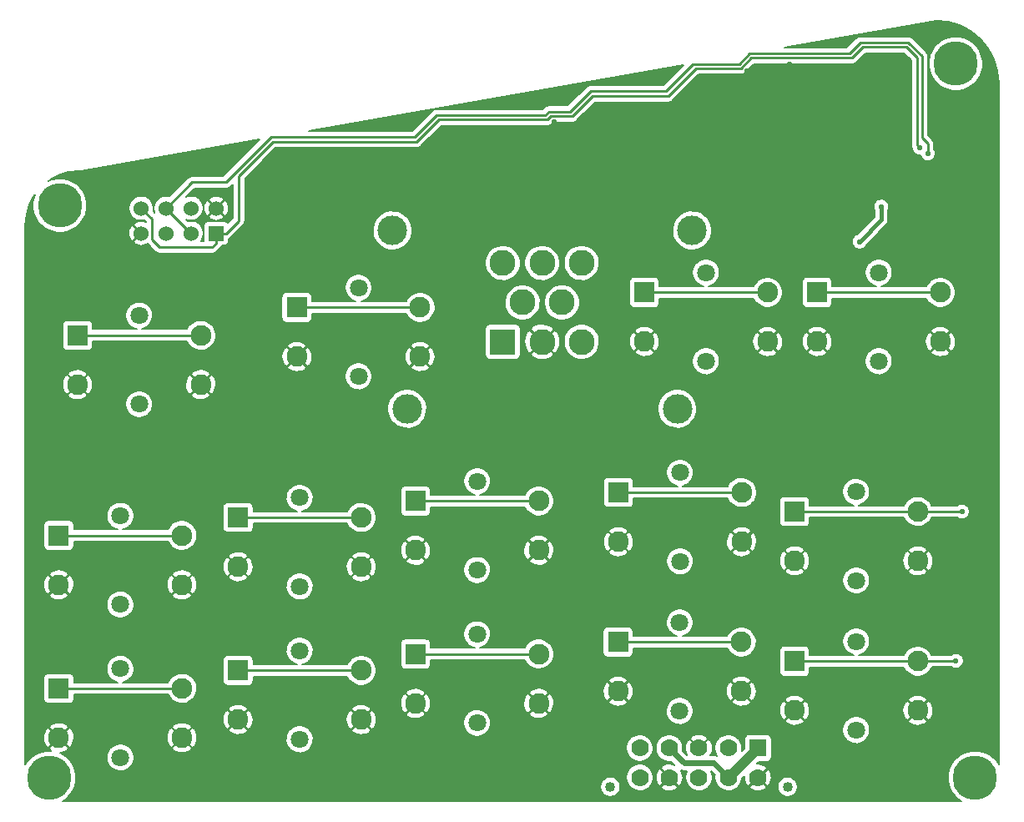
<source format=gbl>
G04 #@! TF.FileFunction,Copper,L2,Bot,Signal*
%FSLAX46Y46*%
G04 Gerber Fmt 4.6, Leading zero omitted, Abs format (unit mm)*
G04 Created by KiCad (PCBNEW (2016-07-28 BZR 6996, Git e15ad93)-product) date Thu Oct 20 17:42:39 2016*
%MOMM*%
%LPD*%
G01*
G04 APERTURE LIST*
%ADD10C,0.100000*%
%ADD11R,2.623820X2.623820*%
%ADD12C,2.623820*%
%ADD13C,2.999740*%
%ADD14R,1.778000X1.778000*%
%ADD15C,1.778000*%
%ADD16C,1.018540*%
%ADD17R,2.098040X2.098040*%
%ADD18C,2.098040*%
%ADD19C,1.798320*%
%ADD20R,1.524000X1.524000*%
%ADD21C,1.524000*%
%ADD22C,4.500000*%
%ADD23C,0.550000*%
%ADD24C,0.250000*%
%ADD25C,0.200000*%
%ADD26C,0.300000*%
%ADD27C,0.600000*%
%ADD28C,1.000000*%
%ADD29C,0.400000*%
G04 APERTURE END LIST*
D10*
D11*
X94554040Y-98739960D03*
D12*
X98552000Y-98739960D03*
X102549960Y-98739960D03*
X96553020Y-94742000D03*
X100550980Y-94742000D03*
X94554040Y-90744040D03*
X98552000Y-90744040D03*
X102549960Y-90744040D03*
D13*
X84853780Y-105539540D03*
X112250220Y-105539540D03*
X113751360Y-87442040D03*
X83352640Y-87442040D03*
D14*
X120439180Y-139951460D03*
D15*
X117441980Y-139951460D03*
X114444780Y-139951460D03*
X111447580Y-139951460D03*
X108450380Y-139951460D03*
X120439180Y-142948660D03*
X117441980Y-142948660D03*
X114444780Y-142948660D03*
X111447580Y-142948660D03*
X108450380Y-142948660D03*
D16*
X123444000Y-143891000D03*
X105445560Y-143891000D03*
D17*
X106248200Y-129199640D03*
D18*
X118745000Y-129199640D03*
X106248200Y-134198360D03*
X118745000Y-134198360D03*
D19*
X112496600Y-127200660D03*
X112496600Y-136197340D03*
D17*
X124155200Y-131145280D03*
D18*
X136652000Y-131145280D03*
X124155200Y-136144000D03*
X136652000Y-136144000D03*
D19*
X130403600Y-129146300D03*
X130403600Y-138142980D03*
D17*
X106273600Y-114025680D03*
D18*
X118770400Y-114025680D03*
X106273600Y-119024400D03*
X118770400Y-119024400D03*
D19*
X112522000Y-112026700D03*
X112522000Y-121023380D03*
D17*
X124155200Y-115963700D03*
D18*
X136652000Y-115963700D03*
X124155200Y-120962420D03*
X136652000Y-120962420D03*
D19*
X130403600Y-113964720D03*
X130403600Y-122961400D03*
D17*
X49504600Y-133908800D03*
D18*
X62001400Y-133908800D03*
X49504600Y-138907520D03*
X62001400Y-138907520D03*
D19*
X55753000Y-131909820D03*
X55753000Y-140906500D03*
D17*
X67691000Y-132080000D03*
D18*
X80187800Y-132080000D03*
X67691000Y-137078720D03*
X80187800Y-137078720D03*
D19*
X73939400Y-130081020D03*
X73939400Y-139077700D03*
D17*
X85699600Y-130421380D03*
D18*
X98196400Y-130421380D03*
X85699600Y-135420100D03*
X98196400Y-135420100D03*
D19*
X91948000Y-128422400D03*
X91948000Y-137419080D03*
D17*
X49504600Y-118394480D03*
D18*
X62001400Y-118394480D03*
X49504600Y-123393200D03*
X62001400Y-123393200D03*
D19*
X55753000Y-116395500D03*
X55753000Y-125392180D03*
D17*
X67691000Y-116565680D03*
D18*
X80187800Y-116565680D03*
X67691000Y-121564400D03*
X80187800Y-121564400D03*
D19*
X73939400Y-114566700D03*
X73939400Y-123563380D03*
D17*
X85699600Y-114896900D03*
D18*
X98196400Y-114896900D03*
X85699600Y-119895620D03*
X98196400Y-119895620D03*
D19*
X91948000Y-112897920D03*
X91948000Y-121894600D03*
D17*
X51409600Y-98084640D03*
D18*
X63906400Y-98084640D03*
X51409600Y-103083360D03*
X63906400Y-103083360D03*
D19*
X57658000Y-96085660D03*
X57658000Y-105082340D03*
D17*
X73660000Y-95250000D03*
D18*
X86156800Y-95250000D03*
X73660000Y-100248720D03*
X86156800Y-100248720D03*
D19*
X79908400Y-93251020D03*
X79908400Y-102247700D03*
D17*
X126441200Y-93726000D03*
D18*
X138938000Y-93726000D03*
X126441200Y-98724720D03*
X138938000Y-98724720D03*
D19*
X132689600Y-91727020D03*
X132689600Y-100723700D03*
D17*
X108915200Y-93726000D03*
D18*
X121412000Y-93726000D03*
X108915200Y-98724720D03*
X121412000Y-98724720D03*
D19*
X115163600Y-91727020D03*
X115163600Y-100723700D03*
D20*
X65481200Y-87731600D03*
D21*
X65481200Y-85191600D03*
X62941200Y-87731600D03*
X62941200Y-85191600D03*
X60401200Y-87731600D03*
X60401200Y-85191600D03*
X57861200Y-87731600D03*
X57861200Y-85191600D03*
D22*
X140503660Y-70519540D03*
X49612800Y-84918800D03*
X48516800Y-142973800D03*
X142465800Y-142973800D03*
D23*
X119343949Y-71218606D03*
X123634500Y-70544421D03*
X99720400Y-76454000D03*
X61468000Y-130810000D03*
X64579500Y-122555000D03*
X60960000Y-115887500D03*
X68135500Y-109537500D03*
X68135500Y-100774500D03*
X71437500Y-96901000D03*
X62103000Y-92329000D03*
X72453500Y-83502500D03*
X65151000Y-81153000D03*
X54356000Y-81788000D03*
X47244000Y-88074500D03*
X46609000Y-98806000D03*
X46672500Y-111950500D03*
X46545500Y-123761500D03*
X46672500Y-137985500D03*
X51498500Y-144716500D03*
X69405500Y-144907000D03*
X85280500Y-144716500D03*
X101155500Y-144716500D03*
X128841500Y-144907000D03*
X122936000Y-139700000D03*
X140081000Y-80200500D03*
X139890500Y-91059000D03*
X119824500Y-111823500D03*
X128397000Y-103378000D03*
X102044500Y-114363500D03*
X92138500Y-74930000D03*
X102044500Y-73406000D03*
X68770500Y-113728500D03*
X83058000Y-109855000D03*
X81216500Y-114363500D03*
X105283000Y-109728000D03*
X112522000Y-117348000D03*
X115824000Y-112839500D03*
X114173000Y-110426500D03*
X118237000Y-100520500D03*
X121856500Y-102552500D03*
X124079000Y-104648000D03*
X127889000Y-106807000D03*
X121412000Y-116459000D03*
X113855500Y-131127500D03*
X108648500Y-137477500D03*
X98869500Y-139446000D03*
X82423000Y-139509500D03*
X144335500Y-138239500D03*
X143954500Y-124269500D03*
X144208500Y-105727500D03*
X144208500Y-91376500D03*
X144145000Y-77597000D03*
X138049000Y-66992500D03*
X126301500Y-72453500D03*
X117538500Y-76390500D03*
X124777500Y-80708500D03*
X121920000Y-85788500D03*
X129349500Y-82613500D03*
X129612121Y-80899000D03*
X129691953Y-84494133D03*
X133350000Y-83058000D03*
X138049000Y-103568500D03*
X140970000Y-98742500D03*
X137096500Y-82994500D03*
X132080000Y-76009500D03*
X108394500Y-83820000D03*
X108394500Y-82804000D03*
X108394500Y-81026000D03*
X105981500Y-81026000D03*
X105981500Y-84455000D03*
X105981500Y-82804000D03*
X114935000Y-83566000D03*
X120777000Y-82296000D03*
X118046500Y-82296000D03*
X131318000Y-82867500D03*
X86106000Y-92138500D03*
X84582000Y-91122500D03*
X84582000Y-89662000D03*
X126619000Y-75755500D03*
X117348000Y-72390000D03*
X112903000Y-75057000D03*
X82486500Y-84772500D03*
X76581000Y-90297000D03*
X76581000Y-86868000D03*
X76581000Y-88646000D03*
X74231500Y-87058500D03*
X74231500Y-90233500D03*
X74231500Y-88646000D03*
X90487500Y-87058500D03*
X87185500Y-85090000D03*
X131191000Y-70104000D03*
X132969000Y-85026500D03*
X130746500Y-88582500D03*
X136864790Y-79044800D03*
X137668000Y-79654400D03*
X140525500Y-131127500D03*
X141125510Y-115951000D03*
D24*
X120578843Y-72453500D02*
X119618948Y-71493605D01*
X126301500Y-72453500D02*
X120578843Y-72453500D01*
X117538500Y-73024055D02*
X119068950Y-71493605D01*
X119618948Y-71493605D02*
X119343949Y-71218606D01*
X119068950Y-71493605D02*
X119343949Y-71218606D01*
X117538500Y-76390500D02*
X117538500Y-73024055D01*
X105981500Y-81026000D02*
X105981500Y-79959200D01*
X99720400Y-76454000D02*
X103225600Y-79959200D01*
X103225600Y-79959200D02*
X105981500Y-79959200D01*
X102319499Y-73131001D02*
X102044500Y-73406000D01*
X62865000Y-115887500D02*
X64579500Y-117602000D01*
X64579500Y-117602000D02*
X64579500Y-122555000D01*
X60960000Y-115887500D02*
X62865000Y-115887500D01*
X68135500Y-100774500D02*
X68135500Y-109537500D01*
X62103000Y-92329000D02*
X66865500Y-92329000D01*
X66865500Y-92329000D02*
X71437500Y-96901000D01*
D25*
X50850800Y-137160000D02*
X47498000Y-137160000D01*
X47498000Y-137160000D02*
X46672500Y-137985500D01*
X51498500Y-137807700D02*
X50850800Y-137160000D01*
X51498500Y-144716500D02*
X51498500Y-137807700D01*
D24*
X54356000Y-81788000D02*
X54991000Y-81153000D01*
X54991000Y-81153000D02*
X65151000Y-81153000D01*
X46609000Y-98806000D02*
X47244000Y-98171000D01*
X47244000Y-98171000D02*
X47244000Y-88074500D01*
X46545500Y-123761500D02*
X46545500Y-112077500D01*
X46545500Y-112077500D02*
X46672500Y-111950500D01*
X46672500Y-139890500D02*
X46672500Y-137985500D01*
X85280500Y-144716500D02*
X69596000Y-144716500D01*
X69596000Y-144716500D02*
X69405500Y-144907000D01*
X106108500Y-142430500D02*
X103441500Y-142430500D01*
X103441500Y-142430500D02*
X101155500Y-144716500D01*
X106743500Y-143065500D02*
X106108500Y-142430500D01*
X106743500Y-143383000D02*
X106743500Y-143065500D01*
X108077000Y-144716500D02*
X106743500Y-143383000D01*
X120713500Y-144716500D02*
X108077000Y-144716500D01*
X122809000Y-142621000D02*
X120713500Y-144716500D01*
X123162438Y-142621000D02*
X122809000Y-142621000D01*
X124333000Y-142367000D02*
X123416438Y-142367000D01*
X123416438Y-142367000D02*
X123162438Y-142621000D01*
X124820799Y-142854799D02*
X124333000Y-142367000D01*
X128841500Y-144907000D02*
X126789299Y-142854799D01*
X126789299Y-142854799D02*
X124820799Y-142854799D01*
X120446800Y-143002000D02*
X122936000Y-140512800D01*
X122936000Y-140512800D02*
X122936000Y-139700000D01*
X144208500Y-91376500D02*
X140208000Y-91376500D01*
X140208000Y-91376500D02*
X139890500Y-91059000D01*
X127889000Y-106807000D02*
X127889000Y-103886000D01*
X127889000Y-103886000D02*
X128397000Y-103378000D01*
X111307592Y-116522500D02*
X104203500Y-116522500D01*
X104203500Y-116522500D02*
X102044500Y-114363500D01*
X112522000Y-117348000D02*
X112133092Y-117348000D01*
X112133092Y-117348000D02*
X111307592Y-116522500D01*
X81216500Y-114363500D02*
X83058000Y-112522000D01*
X83058000Y-112522000D02*
X83058000Y-109855000D01*
X105283000Y-109728000D02*
X85852000Y-109728000D01*
X85852000Y-109728000D02*
X81216500Y-114363500D01*
X124079000Y-104648000D02*
X115887500Y-112839500D01*
X115887500Y-112839500D02*
X115824000Y-112839500D01*
X121856500Y-102552500D02*
X120269000Y-102552500D01*
X120269000Y-102552500D02*
X118237000Y-100520500D01*
X124079000Y-104648000D02*
X121983500Y-102552500D01*
X121983500Y-102552500D02*
X121856500Y-102552500D01*
X127889000Y-106807000D02*
X125730000Y-104648000D01*
X125730000Y-104648000D02*
X124079000Y-104648000D01*
X118770400Y-119024400D02*
X121335800Y-116459000D01*
X121335800Y-116459000D02*
X121412000Y-116459000D01*
X98869500Y-139446000D02*
X100838000Y-137477500D01*
X100838000Y-137477500D02*
X108648500Y-137477500D01*
X85699600Y-135420100D02*
X82423000Y-138696700D01*
X82423000Y-138696700D02*
X82423000Y-139509500D01*
X144208500Y-105727500D02*
X144208500Y-124015500D01*
X144208500Y-124015500D02*
X143954500Y-124269500D01*
X144145000Y-77597000D02*
X144145000Y-91313000D01*
X144145000Y-91313000D02*
X144208500Y-91376500D01*
X126301500Y-72453500D02*
X132588000Y-72453500D01*
X120777000Y-82296000D02*
X123190000Y-82296000D01*
X123190000Y-82296000D02*
X124777500Y-80708500D01*
X126555500Y-82613500D02*
X123380500Y-85788500D01*
X123380500Y-85788500D02*
X121920000Y-85788500D01*
X129349500Y-82613500D02*
X126555500Y-82613500D01*
X129349500Y-82613500D02*
X129349500Y-81161621D01*
X129349500Y-81161621D02*
X129612121Y-80899000D01*
D26*
X131318000Y-82867500D02*
X133159500Y-82867500D01*
X133159500Y-82867500D02*
X133350000Y-83058000D01*
D27*
X111455200Y-140004800D02*
X112928400Y-141478000D01*
X115971320Y-141478000D02*
X117441980Y-142948660D01*
X112928400Y-141478000D02*
X115971320Y-141478000D01*
D28*
X120446800Y-140004800D02*
X117449600Y-143002000D01*
D29*
X130746500Y-88582500D02*
X132969000Y-86360000D01*
X132969000Y-86360000D02*
X132969000Y-85026500D01*
D24*
X136589791Y-78769801D02*
X136864790Y-79044800D01*
X118702800Y-71011211D02*
X119769599Y-69944411D01*
X131064000Y-68834000D02*
X135507590Y-68834000D01*
X119769599Y-69944411D02*
X129953589Y-69944411D01*
X129953589Y-69944411D02*
X131064000Y-68834000D01*
X111353600Y-73812400D02*
X114154789Y-71011211D01*
X101641201Y-75853999D02*
X103682800Y-73812400D01*
X114154789Y-71011211D02*
X118702800Y-71011211D01*
X99086398Y-76200000D02*
X99432399Y-75853999D01*
X103682800Y-73812400D02*
X111353600Y-73812400D01*
X135507590Y-68834000D02*
X136589791Y-69916201D01*
X85808389Y-78428011D02*
X88036400Y-76200000D01*
X71228789Y-78428011D02*
X85808389Y-78428011D01*
X88036400Y-76200000D02*
X99086398Y-76200000D01*
X67767200Y-86457600D02*
X67767200Y-81889600D01*
X136589791Y-69916201D02*
X136589791Y-78769801D01*
X66493200Y-87731600D02*
X67767200Y-86457600D01*
X99432399Y-75853999D02*
X101641201Y-75853999D01*
X65481200Y-87731600D02*
X66493200Y-87731600D01*
X67767200Y-81889600D02*
X71228789Y-78428011D01*
X59740800Y-89154000D02*
X65070800Y-89154000D01*
X65070800Y-89154000D02*
X65481200Y-88743600D01*
X65481200Y-88743600D02*
X65481200Y-87731600D01*
X58948201Y-88361401D02*
X59740800Y-89154000D01*
X57861200Y-85191600D02*
X58948201Y-86278601D01*
X58948201Y-86278601D02*
X58948201Y-88361401D01*
X66446400Y-82550000D02*
X63042800Y-82550000D01*
X63042800Y-82550000D02*
X60401200Y-85191600D01*
X71018400Y-77978000D02*
X66446400Y-82550000D01*
X85598000Y-77978000D02*
X71018400Y-77978000D01*
X87833200Y-75742800D02*
X85598000Y-77978000D01*
X98856800Y-75742800D02*
X87833200Y-75742800D01*
X99212400Y-75387200D02*
X98856800Y-75742800D01*
X101396800Y-75387200D02*
X99212400Y-75387200D01*
X103479600Y-73304400D02*
X101396800Y-75387200D01*
X111099600Y-73304400D02*
X103479600Y-73304400D01*
X113842800Y-70561200D02*
X111099600Y-73304400D01*
X118516400Y-70561200D02*
X113842800Y-70561200D01*
X119583200Y-69494400D02*
X118516400Y-70561200D01*
X129692400Y-69494400D02*
X119583200Y-69494400D01*
X130810000Y-68376800D02*
X129692400Y-69494400D01*
X135686800Y-68376800D02*
X130810000Y-68376800D01*
X137058400Y-69748400D02*
X135686800Y-68376800D01*
X137058400Y-78028800D02*
X137058400Y-69748400D01*
X137668000Y-78638400D02*
X137058400Y-78028800D01*
X137668000Y-79654400D02*
X137668000Y-78638400D01*
X62941200Y-87731600D02*
X60401200Y-85191600D01*
X67691000Y-116565680D02*
X80187800Y-116565680D01*
X85699600Y-114896900D02*
X98196400Y-114896900D01*
X73660000Y-95250000D02*
X86156800Y-95250000D01*
X138938000Y-93726000D02*
X137454462Y-93726000D01*
X137454462Y-93726000D02*
X126441200Y-93726000D01*
X121412000Y-93726000D02*
X108915200Y-93726000D01*
X118745000Y-129199640D02*
X106248200Y-129199640D01*
X136652000Y-131145280D02*
X135168462Y-131145280D01*
X135168462Y-131145280D02*
X124155200Y-131145280D01*
X140525500Y-131127500D02*
X136669780Y-131127500D01*
X136669780Y-131127500D02*
X136652000Y-131145280D01*
X106273600Y-114025680D02*
X118770400Y-114025680D01*
X124155200Y-115963700D02*
X136652000Y-115963700D01*
X141112810Y-115963700D02*
X141125510Y-115951000D01*
X136652000Y-115963700D02*
X141112810Y-115963700D01*
X62001400Y-133908800D02*
X49504600Y-133908800D01*
X80187800Y-132080000D02*
X67691000Y-132080000D01*
X98196400Y-130421380D02*
X85699600Y-130421380D01*
X49504600Y-118394480D02*
X62001400Y-118394480D01*
X63906400Y-98084640D02*
X51409600Y-98084640D01*
D25*
G36*
X139738844Y-66281388D02*
X140926990Y-66640110D01*
X142022824Y-67222777D01*
X142984615Y-68007193D01*
X143775729Y-68963486D01*
X144366030Y-70055227D01*
X144733037Y-71240833D01*
X144865740Y-72503427D01*
X144865800Y-72520494D01*
X144865800Y-141616521D01*
X144607209Y-141227310D01*
X144227198Y-140844636D01*
X143780095Y-140543062D01*
X143282932Y-140334074D01*
X142754644Y-140225632D01*
X142215354Y-140221867D01*
X141685604Y-140322922D01*
X141185571Y-140524948D01*
X140734302Y-140820251D01*
X140348985Y-141197581D01*
X140044296Y-141642567D01*
X139831843Y-142138259D01*
X139719715Y-142665777D01*
X139712185Y-143205027D01*
X139809540Y-143735470D01*
X140008070Y-144236901D01*
X140300215Y-144690221D01*
X140674846Y-145078163D01*
X141100211Y-145373800D01*
X49867481Y-145373800D01*
X50218061Y-145151315D01*
X50608609Y-144779401D01*
X50919481Y-144338713D01*
X51081032Y-143975862D01*
X104434964Y-143975862D01*
X104470694Y-144170538D01*
X104543556Y-144354567D01*
X104650775Y-144520939D01*
X104788267Y-144663316D01*
X104950796Y-144776277D01*
X105132169Y-144855517D01*
X105325480Y-144898019D01*
X105523365Y-144902164D01*
X105718286Y-144867794D01*
X105902819Y-144796219D01*
X106069935Y-144690163D01*
X106213269Y-144553668D01*
X106327361Y-144391933D01*
X106407865Y-144211116D01*
X106451716Y-144018107D01*
X106454873Y-143792036D01*
X106416428Y-143597878D01*
X106341004Y-143414884D01*
X106231472Y-143250026D01*
X106092005Y-143109582D01*
X106026579Y-143065451D01*
X107059554Y-143065451D01*
X107108727Y-143333373D01*
X107209003Y-143586641D01*
X107356563Y-143815609D01*
X107545785Y-144011555D01*
X107769464Y-144167016D01*
X108019078Y-144276070D01*
X108285121Y-144334563D01*
X108557458Y-144340267D01*
X108825717Y-144292966D01*
X109079679Y-144194461D01*
X109309672Y-144048503D01*
X109502685Y-143864699D01*
X110566896Y-143864699D01*
X110647553Y-144092335D01*
X110886045Y-144226437D01*
X111146117Y-144311435D01*
X111417773Y-144344062D01*
X111690576Y-144323065D01*
X111954040Y-144249250D01*
X112198041Y-144125454D01*
X112247607Y-144092335D01*
X112328264Y-143864699D01*
X111447580Y-142984015D01*
X110566896Y-143864699D01*
X109502685Y-143864699D01*
X109506934Y-143860653D01*
X109663952Y-143638065D01*
X109774746Y-143389218D01*
X109835095Y-143123590D01*
X109837954Y-142918853D01*
X110052178Y-142918853D01*
X110073175Y-143191656D01*
X110146990Y-143455120D01*
X110270786Y-143699121D01*
X110303905Y-143748687D01*
X110531541Y-143829344D01*
X111412225Y-142948660D01*
X110531541Y-142067976D01*
X110303905Y-142148633D01*
X110169803Y-142387125D01*
X110084805Y-142647197D01*
X110052178Y-142918853D01*
X109837954Y-142918853D01*
X109839440Y-142812461D01*
X109786531Y-142545252D01*
X109682728Y-142293409D01*
X109531986Y-142066523D01*
X109340046Y-141873238D01*
X109114219Y-141720916D01*
X108863106Y-141615358D01*
X108596273Y-141560585D01*
X108323882Y-141558683D01*
X108056310Y-141609725D01*
X107803748Y-141711767D01*
X107575816Y-141860922D01*
X107381196Y-142051508D01*
X107227300Y-142276266D01*
X107119992Y-142526636D01*
X107063357Y-142793080D01*
X107059554Y-143065451D01*
X106026579Y-143065451D01*
X105927916Y-142998902D01*
X105745453Y-142922202D01*
X105551568Y-142882403D01*
X105353645Y-142881021D01*
X105159223Y-142918109D01*
X104975707Y-142992254D01*
X104810088Y-143100632D01*
X104668674Y-143239115D01*
X104556851Y-143402428D01*
X104478879Y-143584351D01*
X104437727Y-143777953D01*
X104434964Y-143975862D01*
X51081032Y-143975862D01*
X51138835Y-143846035D01*
X51258317Y-143320134D01*
X51266918Y-142704149D01*
X51162167Y-142175117D01*
X50956654Y-141676506D01*
X50658209Y-141227310D01*
X50456458Y-141024145D01*
X54352001Y-141024145D01*
X54401533Y-141294027D01*
X54502543Y-141549148D01*
X54651182Y-141779790D01*
X54841789Y-141977170D01*
X55067103Y-142133767D01*
X55318544Y-142243619D01*
X55586532Y-142302540D01*
X55860862Y-142308286D01*
X56131082Y-142260639D01*
X56386902Y-142161413D01*
X56618577Y-142014388D01*
X56817282Y-141825164D01*
X56975449Y-141600948D01*
X57087053Y-141350280D01*
X57147844Y-141082710D01*
X57152220Y-140769305D01*
X57098924Y-140500142D01*
X56994363Y-140246456D01*
X56842518Y-140017911D01*
X56762446Y-139937277D01*
X61006998Y-139937277D01*
X61106847Y-140181299D01*
X61372537Y-140331342D01*
X61662395Y-140426668D01*
X61965280Y-140463615D01*
X62269553Y-140440762D01*
X62563520Y-140358987D01*
X62835886Y-140221433D01*
X62895953Y-140181299D01*
X62995802Y-139937277D01*
X62001400Y-138942875D01*
X61006998Y-139937277D01*
X56762446Y-139937277D01*
X56649174Y-139823212D01*
X56421694Y-139669776D01*
X56168745Y-139563445D01*
X55899960Y-139508272D01*
X55625577Y-139506356D01*
X55356048Y-139557772D01*
X55101638Y-139660560D01*
X54872039Y-139810805D01*
X54675995Y-140002786D01*
X54520974Y-140229188D01*
X54412881Y-140481389D01*
X54355832Y-140749782D01*
X54352001Y-141024145D01*
X50456458Y-141024145D01*
X50278198Y-140844636D01*
X49831095Y-140543062D01*
X49615780Y-140452552D01*
X49772753Y-140440762D01*
X50066720Y-140358987D01*
X50339086Y-140221433D01*
X50399153Y-140181299D01*
X50499002Y-139937277D01*
X49504600Y-138942875D01*
X48510198Y-139937277D01*
X48610047Y-140181299D01*
X48687084Y-140224804D01*
X48266354Y-140221867D01*
X47736604Y-140322922D01*
X47236571Y-140524948D01*
X46785302Y-140820251D01*
X46399985Y-141197581D01*
X46116800Y-141611161D01*
X46116800Y-138871400D01*
X47948505Y-138871400D01*
X47971358Y-139175673D01*
X48053133Y-139469640D01*
X48190687Y-139742006D01*
X48230821Y-139802073D01*
X48474843Y-139901922D01*
X49469245Y-138907520D01*
X49539955Y-138907520D01*
X50534357Y-139901922D01*
X50778379Y-139802073D01*
X50928422Y-139536383D01*
X51023748Y-139246525D01*
X51060695Y-138943640D01*
X51055270Y-138871400D01*
X60445305Y-138871400D01*
X60468158Y-139175673D01*
X60549933Y-139469640D01*
X60687487Y-139742006D01*
X60727621Y-139802073D01*
X60971643Y-139901922D01*
X61966045Y-138907520D01*
X62036755Y-138907520D01*
X63031157Y-139901922D01*
X63275179Y-139802073D01*
X63425222Y-139536383D01*
X63520548Y-139246525D01*
X63526791Y-139195345D01*
X72538401Y-139195345D01*
X72587933Y-139465227D01*
X72688943Y-139720348D01*
X72837582Y-139950990D01*
X73028189Y-140148370D01*
X73253503Y-140304967D01*
X73504944Y-140414819D01*
X73772932Y-140473740D01*
X74047262Y-140479486D01*
X74317482Y-140431839D01*
X74573302Y-140332613D01*
X74804977Y-140185588D01*
X74928193Y-140068251D01*
X107059554Y-140068251D01*
X107108727Y-140336173D01*
X107209003Y-140589441D01*
X107356563Y-140818409D01*
X107545785Y-141014355D01*
X107769464Y-141169816D01*
X108019078Y-141278870D01*
X108285121Y-141337363D01*
X108557458Y-141343067D01*
X108825717Y-141295766D01*
X109079679Y-141197261D01*
X109309672Y-141051303D01*
X109506934Y-140863453D01*
X109663952Y-140640865D01*
X109774746Y-140392018D01*
X109835095Y-140126390D01*
X109835906Y-140068251D01*
X110056754Y-140068251D01*
X110105927Y-140336173D01*
X110206203Y-140589441D01*
X110353763Y-140818409D01*
X110542985Y-141014355D01*
X110766664Y-141169816D01*
X111016278Y-141278870D01*
X111282321Y-141337363D01*
X111554658Y-141343067D01*
X111645992Y-141326962D01*
X111980589Y-141661560D01*
X111749043Y-141585885D01*
X111477387Y-141553258D01*
X111204584Y-141574255D01*
X110941120Y-141648070D01*
X110697119Y-141771866D01*
X110647553Y-141804985D01*
X110566896Y-142032621D01*
X111447580Y-142913305D01*
X111461723Y-142899163D01*
X111497078Y-142934518D01*
X111482935Y-142948660D01*
X112363619Y-143829344D01*
X112591255Y-143748687D01*
X112725357Y-143510195D01*
X112810355Y-143250123D01*
X112842982Y-142978467D01*
X112821985Y-142705664D01*
X112748170Y-142442200D01*
X112636031Y-142221175D01*
X112691611Y-142238167D01*
X112762071Y-142260518D01*
X112766255Y-142260987D01*
X112770274Y-142262216D01*
X112843749Y-142269680D01*
X112917230Y-142277922D01*
X112925454Y-142277979D01*
X112925607Y-142277995D01*
X112925750Y-142277981D01*
X112928400Y-142278000D01*
X113220957Y-142278000D01*
X113114392Y-142526636D01*
X113057757Y-142793080D01*
X113053954Y-143065451D01*
X113103127Y-143333373D01*
X113203403Y-143586641D01*
X113350963Y-143815609D01*
X113540185Y-144011555D01*
X113763864Y-144167016D01*
X114013478Y-144276070D01*
X114279521Y-144334563D01*
X114551858Y-144340267D01*
X114820117Y-144292966D01*
X115074079Y-144194461D01*
X115304072Y-144048503D01*
X115501334Y-143860653D01*
X115658352Y-143638065D01*
X115769146Y-143389218D01*
X115829495Y-143123590D01*
X115833840Y-142812461D01*
X115780931Y-142545252D01*
X115692392Y-142330442D01*
X116072499Y-142710550D01*
X116054957Y-142793080D01*
X116051154Y-143065451D01*
X116100327Y-143333373D01*
X116200603Y-143586641D01*
X116348163Y-143815609D01*
X116537385Y-144011555D01*
X116761064Y-144167016D01*
X117010678Y-144276070D01*
X117276721Y-144334563D01*
X117549058Y-144340267D01*
X117817317Y-144292966D01*
X118071279Y-144194461D01*
X118301272Y-144048503D01*
X118494285Y-143864699D01*
X119558496Y-143864699D01*
X119639153Y-144092335D01*
X119877645Y-144226437D01*
X120137717Y-144311435D01*
X120409373Y-144344062D01*
X120682176Y-144323065D01*
X120945640Y-144249250D01*
X121189641Y-144125454D01*
X121239207Y-144092335D01*
X121280476Y-143975862D01*
X122433404Y-143975862D01*
X122469134Y-144170538D01*
X122541996Y-144354567D01*
X122649215Y-144520939D01*
X122786707Y-144663316D01*
X122949236Y-144776277D01*
X123130609Y-144855517D01*
X123323920Y-144898019D01*
X123521805Y-144902164D01*
X123716726Y-144867794D01*
X123901259Y-144796219D01*
X124068375Y-144690163D01*
X124211709Y-144553668D01*
X124325801Y-144391933D01*
X124406305Y-144211116D01*
X124450156Y-144018107D01*
X124453313Y-143792036D01*
X124414868Y-143597878D01*
X124339444Y-143414884D01*
X124229912Y-143250026D01*
X124090445Y-143109582D01*
X123926356Y-142998902D01*
X123743893Y-142922202D01*
X123550008Y-142882403D01*
X123352085Y-142881021D01*
X123157663Y-142918109D01*
X122974147Y-142992254D01*
X122808528Y-143100632D01*
X122667114Y-143239115D01*
X122555291Y-143402428D01*
X122477319Y-143584351D01*
X122436167Y-143777953D01*
X122433404Y-143975862D01*
X121280476Y-143975862D01*
X121319864Y-143864699D01*
X120439180Y-142984015D01*
X119558496Y-143864699D01*
X118494285Y-143864699D01*
X118498534Y-143860653D01*
X118655552Y-143638065D01*
X118766346Y-143389218D01*
X118826695Y-143123590D01*
X118827891Y-143037923D01*
X119056993Y-142808821D01*
X119043778Y-142918853D01*
X119064775Y-143191656D01*
X119138590Y-143455120D01*
X119262386Y-143699121D01*
X119295505Y-143748687D01*
X119523141Y-143829344D01*
X120403825Y-142948660D01*
X120474535Y-142948660D01*
X121355219Y-143829344D01*
X121582855Y-143748687D01*
X121716957Y-143510195D01*
X121801955Y-143250123D01*
X121834582Y-142978467D01*
X121813585Y-142705664D01*
X121739770Y-142442200D01*
X121615974Y-142198199D01*
X121582855Y-142148633D01*
X121355219Y-142067976D01*
X120474535Y-142948660D01*
X120403825Y-142948660D01*
X120389683Y-142934518D01*
X120425038Y-142899163D01*
X120439180Y-142913305D01*
X121319864Y-142032621D01*
X121239207Y-141804985D01*
X121000715Y-141670883D01*
X120740643Y-141585885D01*
X120468987Y-141553258D01*
X120299512Y-141566302D01*
X120522935Y-141342879D01*
X121328180Y-141342879D01*
X121426197Y-141333225D01*
X121520447Y-141304635D01*
X121607309Y-141258206D01*
X121683444Y-141195724D01*
X121745926Y-141119589D01*
X121792355Y-141032727D01*
X121820945Y-140938477D01*
X121830599Y-140840460D01*
X121830599Y-139062460D01*
X121820945Y-138964443D01*
X121792355Y-138870193D01*
X121745926Y-138783331D01*
X121683444Y-138707196D01*
X121607309Y-138644714D01*
X121520447Y-138598285D01*
X121426197Y-138569695D01*
X121328180Y-138560041D01*
X119550180Y-138560041D01*
X119452163Y-138569695D01*
X119357913Y-138598285D01*
X119271051Y-138644714D01*
X119194916Y-138707196D01*
X119132434Y-138783331D01*
X119086005Y-138870193D01*
X119057415Y-138964443D01*
X119047761Y-139062460D01*
X119047761Y-139989625D01*
X118801912Y-140235474D01*
X118826695Y-140126390D01*
X118831040Y-139815261D01*
X118778131Y-139548052D01*
X118674328Y-139296209D01*
X118523586Y-139069323D01*
X118331646Y-138876038D01*
X118105819Y-138723716D01*
X117854706Y-138618158D01*
X117587873Y-138563385D01*
X117315482Y-138561483D01*
X117047910Y-138612525D01*
X116795348Y-138714567D01*
X116567416Y-138863722D01*
X116372796Y-139054308D01*
X116218900Y-139279066D01*
X116111592Y-139529436D01*
X116054957Y-139795880D01*
X116051154Y-140068251D01*
X116100327Y-140336173D01*
X116200603Y-140589441D01*
X116306441Y-140753669D01*
X116286474Y-140742692D01*
X116282465Y-140741420D01*
X116278757Y-140739432D01*
X116208067Y-140717820D01*
X116137649Y-140695482D01*
X116133470Y-140695013D01*
X116129446Y-140693783D01*
X116055922Y-140686315D01*
X115982490Y-140678078D01*
X115974266Y-140678021D01*
X115974113Y-140678005D01*
X115973970Y-140678019D01*
X115971320Y-140678000D01*
X115629776Y-140678000D01*
X115722557Y-140512995D01*
X115807555Y-140252923D01*
X115840182Y-139981267D01*
X115819185Y-139708464D01*
X115745370Y-139445000D01*
X115621574Y-139200999D01*
X115588455Y-139151433D01*
X115360819Y-139070776D01*
X114480135Y-139951460D01*
X114494278Y-139965603D01*
X114458923Y-140000958D01*
X114444780Y-139986815D01*
X114430638Y-140000958D01*
X114395283Y-139965603D01*
X114409425Y-139951460D01*
X113528741Y-139070776D01*
X113301105Y-139151433D01*
X113167003Y-139389925D01*
X113082005Y-139649997D01*
X113049378Y-139921653D01*
X113070375Y-140194456D01*
X113144190Y-140457920D01*
X113251811Y-140670040D01*
X112809314Y-140227543D01*
X112832295Y-140126390D01*
X112836640Y-139815261D01*
X112783731Y-139548052D01*
X112679928Y-139296209D01*
X112529186Y-139069323D01*
X112495520Y-139035421D01*
X113564096Y-139035421D01*
X114444780Y-139916105D01*
X115325464Y-139035421D01*
X115244807Y-138807785D01*
X115006315Y-138673683D01*
X114746243Y-138588685D01*
X114474587Y-138556058D01*
X114201784Y-138577055D01*
X113938320Y-138650870D01*
X113694319Y-138774666D01*
X113644753Y-138807785D01*
X113564096Y-139035421D01*
X112495520Y-139035421D01*
X112337246Y-138876038D01*
X112111419Y-138723716D01*
X111860306Y-138618158D01*
X111593473Y-138563385D01*
X111321082Y-138561483D01*
X111053510Y-138612525D01*
X110800948Y-138714567D01*
X110573016Y-138863722D01*
X110378396Y-139054308D01*
X110224500Y-139279066D01*
X110117192Y-139529436D01*
X110060557Y-139795880D01*
X110056754Y-140068251D01*
X109835906Y-140068251D01*
X109839440Y-139815261D01*
X109786531Y-139548052D01*
X109682728Y-139296209D01*
X109531986Y-139069323D01*
X109340046Y-138876038D01*
X109114219Y-138723716D01*
X108863106Y-138618158D01*
X108596273Y-138563385D01*
X108323882Y-138561483D01*
X108056310Y-138612525D01*
X107803748Y-138714567D01*
X107575816Y-138863722D01*
X107381196Y-139054308D01*
X107227300Y-139279066D01*
X107119992Y-139529436D01*
X107063357Y-139795880D01*
X107059554Y-140068251D01*
X74928193Y-140068251D01*
X75003682Y-139996364D01*
X75161849Y-139772148D01*
X75273453Y-139521480D01*
X75334244Y-139253910D01*
X75338620Y-138940505D01*
X75285324Y-138671342D01*
X75180763Y-138417656D01*
X75028918Y-138189111D01*
X74948846Y-138108477D01*
X79193398Y-138108477D01*
X79293247Y-138352499D01*
X79558937Y-138502542D01*
X79848795Y-138597868D01*
X80151680Y-138634815D01*
X80455953Y-138611962D01*
X80749920Y-138530187D01*
X81022286Y-138392633D01*
X81082353Y-138352499D01*
X81182202Y-138108477D01*
X80187800Y-137114075D01*
X79193398Y-138108477D01*
X74948846Y-138108477D01*
X74835574Y-137994412D01*
X74608094Y-137840976D01*
X74355145Y-137734645D01*
X74086360Y-137679472D01*
X73811977Y-137677556D01*
X73542448Y-137728972D01*
X73288038Y-137831760D01*
X73058439Y-137982005D01*
X72862395Y-138173986D01*
X72707374Y-138400388D01*
X72599281Y-138652589D01*
X72542232Y-138920982D01*
X72538401Y-139195345D01*
X63526791Y-139195345D01*
X63557495Y-138943640D01*
X63534642Y-138639367D01*
X63452867Y-138345400D01*
X63333213Y-138108477D01*
X66696598Y-138108477D01*
X66796447Y-138352499D01*
X67062137Y-138502542D01*
X67351995Y-138597868D01*
X67654880Y-138634815D01*
X67959153Y-138611962D01*
X68253120Y-138530187D01*
X68525486Y-138392633D01*
X68585553Y-138352499D01*
X68685402Y-138108477D01*
X67691000Y-137114075D01*
X66696598Y-138108477D01*
X63333213Y-138108477D01*
X63315313Y-138073034D01*
X63275179Y-138012967D01*
X63031157Y-137913118D01*
X62036755Y-138907520D01*
X61966045Y-138907520D01*
X60971643Y-137913118D01*
X60727621Y-138012967D01*
X60577578Y-138278657D01*
X60482252Y-138568515D01*
X60445305Y-138871400D01*
X51055270Y-138871400D01*
X51037842Y-138639367D01*
X50956067Y-138345400D01*
X50818513Y-138073034D01*
X50778379Y-138012967D01*
X50534357Y-137913118D01*
X49539955Y-138907520D01*
X49469245Y-138907520D01*
X48474843Y-137913118D01*
X48230821Y-138012967D01*
X48080778Y-138278657D01*
X47985452Y-138568515D01*
X47948505Y-138871400D01*
X46116800Y-138871400D01*
X46116800Y-137877763D01*
X48510198Y-137877763D01*
X49504600Y-138872165D01*
X50499002Y-137877763D01*
X61006998Y-137877763D01*
X62001400Y-138872165D01*
X62995802Y-137877763D01*
X62895953Y-137633741D01*
X62630263Y-137483698D01*
X62340405Y-137388372D01*
X62037520Y-137351425D01*
X61733247Y-137374278D01*
X61439280Y-137456053D01*
X61166914Y-137593607D01*
X61106847Y-137633741D01*
X61006998Y-137877763D01*
X50499002Y-137877763D01*
X50399153Y-137633741D01*
X50133463Y-137483698D01*
X49843605Y-137388372D01*
X49540720Y-137351425D01*
X49236447Y-137374278D01*
X48942480Y-137456053D01*
X48670114Y-137593607D01*
X48610047Y-137633741D01*
X48510198Y-137877763D01*
X46116800Y-137877763D01*
X46116800Y-137042600D01*
X66134905Y-137042600D01*
X66157758Y-137346873D01*
X66239533Y-137640840D01*
X66377087Y-137913206D01*
X66417221Y-137973273D01*
X66661243Y-138073122D01*
X67655645Y-137078720D01*
X67726355Y-137078720D01*
X68720757Y-138073122D01*
X68964779Y-137973273D01*
X69114822Y-137707583D01*
X69210148Y-137417725D01*
X69247095Y-137114840D01*
X69241670Y-137042600D01*
X78631705Y-137042600D01*
X78654558Y-137346873D01*
X78736333Y-137640840D01*
X78873887Y-137913206D01*
X78914021Y-137973273D01*
X79158043Y-138073122D01*
X80152445Y-137078720D01*
X80223155Y-137078720D01*
X81217557Y-138073122D01*
X81461579Y-137973273D01*
X81611622Y-137707583D01*
X81667812Y-137536725D01*
X90547001Y-137536725D01*
X90596533Y-137806607D01*
X90697543Y-138061728D01*
X90846182Y-138292370D01*
X91036789Y-138489750D01*
X91262103Y-138646347D01*
X91513544Y-138756199D01*
X91781532Y-138815120D01*
X92055862Y-138820866D01*
X92326082Y-138773219D01*
X92581902Y-138673993D01*
X92813577Y-138526968D01*
X93012282Y-138337744D01*
X93066683Y-138260625D01*
X129002601Y-138260625D01*
X129052133Y-138530507D01*
X129153143Y-138785628D01*
X129301782Y-139016270D01*
X129492389Y-139213650D01*
X129717703Y-139370247D01*
X129969144Y-139480099D01*
X130237132Y-139539020D01*
X130511462Y-139544766D01*
X130781682Y-139497119D01*
X131037502Y-139397893D01*
X131269177Y-139250868D01*
X131467882Y-139061644D01*
X131626049Y-138837428D01*
X131737653Y-138586760D01*
X131798444Y-138319190D01*
X131802820Y-138005785D01*
X131749524Y-137736622D01*
X131644963Y-137482936D01*
X131493118Y-137254391D01*
X131413046Y-137173757D01*
X135657598Y-137173757D01*
X135757447Y-137417779D01*
X136023137Y-137567822D01*
X136312995Y-137663148D01*
X136615880Y-137700095D01*
X136920153Y-137677242D01*
X137214120Y-137595467D01*
X137486486Y-137457913D01*
X137546553Y-137417779D01*
X137646402Y-137173757D01*
X136652000Y-136179355D01*
X135657598Y-137173757D01*
X131413046Y-137173757D01*
X131299774Y-137059692D01*
X131072294Y-136906256D01*
X130819345Y-136799925D01*
X130550560Y-136744752D01*
X130276177Y-136742836D01*
X130006648Y-136794252D01*
X129752238Y-136897040D01*
X129522639Y-137047285D01*
X129326595Y-137239266D01*
X129171574Y-137465668D01*
X129063481Y-137717869D01*
X129006432Y-137986262D01*
X129002601Y-138260625D01*
X93066683Y-138260625D01*
X93170449Y-138113528D01*
X93282053Y-137862860D01*
X93342844Y-137595290D01*
X93347220Y-137281885D01*
X93293924Y-137012722D01*
X93189363Y-136759036D01*
X93037518Y-136530491D01*
X92957446Y-136449857D01*
X97201998Y-136449857D01*
X97301847Y-136693879D01*
X97567537Y-136843922D01*
X97857395Y-136939248D01*
X98160280Y-136976195D01*
X98464553Y-136953342D01*
X98758520Y-136871567D01*
X99030886Y-136734013D01*
X99090953Y-136693879D01*
X99190802Y-136449857D01*
X98196400Y-135455455D01*
X97201998Y-136449857D01*
X92957446Y-136449857D01*
X92844174Y-136335792D01*
X92616694Y-136182356D01*
X92363745Y-136076025D01*
X92094960Y-136020852D01*
X91820577Y-136018936D01*
X91551048Y-136070352D01*
X91296638Y-136173140D01*
X91067039Y-136323385D01*
X90870995Y-136515366D01*
X90715974Y-136741768D01*
X90607881Y-136993969D01*
X90550832Y-137262362D01*
X90547001Y-137536725D01*
X81667812Y-137536725D01*
X81706948Y-137417725D01*
X81743895Y-137114840D01*
X81721042Y-136810567D01*
X81639267Y-136516600D01*
X81605560Y-136449857D01*
X84705198Y-136449857D01*
X84805047Y-136693879D01*
X85070737Y-136843922D01*
X85360595Y-136939248D01*
X85663480Y-136976195D01*
X85967753Y-136953342D01*
X86261720Y-136871567D01*
X86534086Y-136734013D01*
X86594153Y-136693879D01*
X86694002Y-136449857D01*
X85699600Y-135455455D01*
X84705198Y-136449857D01*
X81605560Y-136449857D01*
X81501713Y-136244234D01*
X81461579Y-136184167D01*
X81217557Y-136084318D01*
X80223155Y-137078720D01*
X80152445Y-137078720D01*
X79158043Y-136084318D01*
X78914021Y-136184167D01*
X78763978Y-136449857D01*
X78668652Y-136739715D01*
X78631705Y-137042600D01*
X69241670Y-137042600D01*
X69224242Y-136810567D01*
X69142467Y-136516600D01*
X69004913Y-136244234D01*
X68964779Y-136184167D01*
X68720757Y-136084318D01*
X67726355Y-137078720D01*
X67655645Y-137078720D01*
X66661243Y-136084318D01*
X66417221Y-136184167D01*
X66267178Y-136449857D01*
X66171852Y-136739715D01*
X66134905Y-137042600D01*
X46116800Y-137042600D01*
X46116800Y-136048963D01*
X66696598Y-136048963D01*
X67691000Y-137043365D01*
X68685402Y-136048963D01*
X79193398Y-136048963D01*
X80187800Y-137043365D01*
X81182202Y-136048963D01*
X81082353Y-135804941D01*
X80816663Y-135654898D01*
X80526805Y-135559572D01*
X80223920Y-135522625D01*
X79919647Y-135545478D01*
X79625680Y-135627253D01*
X79353314Y-135764807D01*
X79293247Y-135804941D01*
X79193398Y-136048963D01*
X68685402Y-136048963D01*
X68585553Y-135804941D01*
X68319863Y-135654898D01*
X68030005Y-135559572D01*
X67727120Y-135522625D01*
X67422847Y-135545478D01*
X67128880Y-135627253D01*
X66856514Y-135764807D01*
X66796447Y-135804941D01*
X66696598Y-136048963D01*
X46116800Y-136048963D01*
X46116800Y-132859780D01*
X47953161Y-132859780D01*
X47953161Y-134957820D01*
X47962815Y-135055837D01*
X47991405Y-135150087D01*
X48037834Y-135236949D01*
X48100316Y-135313084D01*
X48176451Y-135375566D01*
X48263313Y-135421995D01*
X48357563Y-135450585D01*
X48455580Y-135460239D01*
X50553620Y-135460239D01*
X50651637Y-135450585D01*
X50745887Y-135421995D01*
X50832749Y-135375566D01*
X50908884Y-135313084D01*
X50971366Y-135236949D01*
X51017795Y-135150087D01*
X51046385Y-135055837D01*
X51056039Y-134957820D01*
X51056039Y-134533800D01*
X60582770Y-134533800D01*
X60617010Y-134620280D01*
X60781569Y-134875626D01*
X60992592Y-135094146D01*
X61242039Y-135267516D01*
X61520410Y-135389134D01*
X61817102Y-135454366D01*
X62120814Y-135460728D01*
X62419978Y-135407977D01*
X62481845Y-135383980D01*
X84143505Y-135383980D01*
X84166358Y-135688253D01*
X84248133Y-135982220D01*
X84385687Y-136254586D01*
X84425821Y-136314653D01*
X84669843Y-136414502D01*
X85664245Y-135420100D01*
X85734955Y-135420100D01*
X86729357Y-136414502D01*
X86973379Y-136314653D01*
X87123422Y-136048963D01*
X87218748Y-135759105D01*
X87255695Y-135456220D01*
X87250270Y-135383980D01*
X96640305Y-135383980D01*
X96663158Y-135688253D01*
X96744933Y-135982220D01*
X96882487Y-136254586D01*
X96922621Y-136314653D01*
X97166643Y-136414502D01*
X98161045Y-135420100D01*
X98231755Y-135420100D01*
X99226157Y-136414502D01*
X99469367Y-136314985D01*
X111095601Y-136314985D01*
X111145133Y-136584867D01*
X111246143Y-136839988D01*
X111394782Y-137070630D01*
X111585389Y-137268010D01*
X111810703Y-137424607D01*
X112062144Y-137534459D01*
X112330132Y-137593380D01*
X112604462Y-137599126D01*
X112874682Y-137551479D01*
X113130502Y-137452253D01*
X113362177Y-137305228D01*
X113500235Y-137173757D01*
X123160798Y-137173757D01*
X123260647Y-137417779D01*
X123526337Y-137567822D01*
X123816195Y-137663148D01*
X124119080Y-137700095D01*
X124423353Y-137677242D01*
X124717320Y-137595467D01*
X124989686Y-137457913D01*
X125049753Y-137417779D01*
X125149602Y-137173757D01*
X124155200Y-136179355D01*
X123160798Y-137173757D01*
X113500235Y-137173757D01*
X113560882Y-137116004D01*
X113719049Y-136891788D01*
X113830653Y-136641120D01*
X113891444Y-136373550D01*
X113895153Y-136107880D01*
X122599105Y-136107880D01*
X122621958Y-136412153D01*
X122703733Y-136706120D01*
X122841287Y-136978486D01*
X122881421Y-137038553D01*
X123125443Y-137138402D01*
X124119845Y-136144000D01*
X124190555Y-136144000D01*
X125184957Y-137138402D01*
X125428979Y-137038553D01*
X125579022Y-136772863D01*
X125674348Y-136483005D01*
X125711295Y-136180120D01*
X125705870Y-136107880D01*
X135095905Y-136107880D01*
X135118758Y-136412153D01*
X135200533Y-136706120D01*
X135338087Y-136978486D01*
X135378221Y-137038553D01*
X135622243Y-137138402D01*
X136616645Y-136144000D01*
X136687355Y-136144000D01*
X137681757Y-137138402D01*
X137925779Y-137038553D01*
X138075822Y-136772863D01*
X138171148Y-136483005D01*
X138208095Y-136180120D01*
X138185242Y-135875847D01*
X138103467Y-135581880D01*
X137965913Y-135309514D01*
X137925779Y-135249447D01*
X137681757Y-135149598D01*
X136687355Y-136144000D01*
X136616645Y-136144000D01*
X135622243Y-135149598D01*
X135378221Y-135249447D01*
X135228178Y-135515137D01*
X135132852Y-135804995D01*
X135095905Y-136107880D01*
X125705870Y-136107880D01*
X125688442Y-135875847D01*
X125606667Y-135581880D01*
X125469113Y-135309514D01*
X125428979Y-135249447D01*
X125184957Y-135149598D01*
X124190555Y-136144000D01*
X124119845Y-136144000D01*
X123125443Y-135149598D01*
X122881421Y-135249447D01*
X122731378Y-135515137D01*
X122636052Y-135804995D01*
X122599105Y-136107880D01*
X113895153Y-136107880D01*
X113895820Y-136060145D01*
X113842524Y-135790982D01*
X113737963Y-135537296D01*
X113586118Y-135308751D01*
X113506046Y-135228117D01*
X117750598Y-135228117D01*
X117850447Y-135472139D01*
X118116137Y-135622182D01*
X118405995Y-135717508D01*
X118708880Y-135754455D01*
X119013153Y-135731602D01*
X119307120Y-135649827D01*
X119579486Y-135512273D01*
X119639553Y-135472139D01*
X119739402Y-135228117D01*
X118745000Y-134233715D01*
X117750598Y-135228117D01*
X113506046Y-135228117D01*
X113392774Y-135114052D01*
X113165294Y-134960616D01*
X112912345Y-134854285D01*
X112643560Y-134799112D01*
X112369177Y-134797196D01*
X112099648Y-134848612D01*
X111845238Y-134951400D01*
X111615639Y-135101645D01*
X111419595Y-135293626D01*
X111264574Y-135520028D01*
X111156481Y-135772229D01*
X111099432Y-136040622D01*
X111095601Y-136314985D01*
X99469367Y-136314985D01*
X99470179Y-136314653D01*
X99620222Y-136048963D01*
X99715548Y-135759105D01*
X99752495Y-135456220D01*
X99735363Y-135228117D01*
X105253798Y-135228117D01*
X105353647Y-135472139D01*
X105619337Y-135622182D01*
X105909195Y-135717508D01*
X106212080Y-135754455D01*
X106516353Y-135731602D01*
X106810320Y-135649827D01*
X107082686Y-135512273D01*
X107142753Y-135472139D01*
X107242602Y-135228117D01*
X106248200Y-134233715D01*
X105253798Y-135228117D01*
X99735363Y-135228117D01*
X99729642Y-135151947D01*
X99647867Y-134857980D01*
X99510313Y-134585614D01*
X99470179Y-134525547D01*
X99226157Y-134425698D01*
X98231755Y-135420100D01*
X98161045Y-135420100D01*
X97166643Y-134425698D01*
X96922621Y-134525547D01*
X96772578Y-134791237D01*
X96677252Y-135081095D01*
X96640305Y-135383980D01*
X87250270Y-135383980D01*
X87232842Y-135151947D01*
X87151067Y-134857980D01*
X87013513Y-134585614D01*
X86973379Y-134525547D01*
X86729357Y-134425698D01*
X85734955Y-135420100D01*
X85664245Y-135420100D01*
X84669843Y-134425698D01*
X84425821Y-134525547D01*
X84275778Y-134791237D01*
X84180452Y-135081095D01*
X84143505Y-135383980D01*
X62481845Y-135383980D01*
X62703198Y-135298123D01*
X62959686Y-135135351D01*
X63179674Y-134925859D01*
X63354782Y-134677628D01*
X63478340Y-134400112D01*
X63480559Y-134390343D01*
X84705198Y-134390343D01*
X85699600Y-135384745D01*
X86694002Y-134390343D01*
X97201998Y-134390343D01*
X98196400Y-135384745D01*
X99190802Y-134390343D01*
X99097467Y-134162240D01*
X104692105Y-134162240D01*
X104714958Y-134466513D01*
X104796733Y-134760480D01*
X104934287Y-135032846D01*
X104974421Y-135092913D01*
X105218443Y-135192762D01*
X106212845Y-134198360D01*
X106283555Y-134198360D01*
X107277957Y-135192762D01*
X107521979Y-135092913D01*
X107672022Y-134827223D01*
X107767348Y-134537365D01*
X107804295Y-134234480D01*
X107798870Y-134162240D01*
X117188905Y-134162240D01*
X117211758Y-134466513D01*
X117293533Y-134760480D01*
X117431087Y-135032846D01*
X117471221Y-135092913D01*
X117715243Y-135192762D01*
X118709645Y-134198360D01*
X118780355Y-134198360D01*
X119774757Y-135192762D01*
X119966650Y-135114243D01*
X123160798Y-135114243D01*
X124155200Y-136108645D01*
X125149602Y-135114243D01*
X135657598Y-135114243D01*
X136652000Y-136108645D01*
X137646402Y-135114243D01*
X137546553Y-134870221D01*
X137280863Y-134720178D01*
X136991005Y-134624852D01*
X136688120Y-134587905D01*
X136383847Y-134610758D01*
X136089880Y-134692533D01*
X135817514Y-134830087D01*
X135757447Y-134870221D01*
X135657598Y-135114243D01*
X125149602Y-135114243D01*
X125049753Y-134870221D01*
X124784063Y-134720178D01*
X124494205Y-134624852D01*
X124191320Y-134587905D01*
X123887047Y-134610758D01*
X123593080Y-134692533D01*
X123320714Y-134830087D01*
X123260647Y-134870221D01*
X123160798Y-135114243D01*
X119966650Y-135114243D01*
X120018779Y-135092913D01*
X120168822Y-134827223D01*
X120264148Y-134537365D01*
X120301095Y-134234480D01*
X120278242Y-133930207D01*
X120196467Y-133636240D01*
X120058913Y-133363874D01*
X120018779Y-133303807D01*
X119774757Y-133203958D01*
X118780355Y-134198360D01*
X118709645Y-134198360D01*
X117715243Y-133203958D01*
X117471221Y-133303807D01*
X117321178Y-133569497D01*
X117225852Y-133859355D01*
X117188905Y-134162240D01*
X107798870Y-134162240D01*
X107781442Y-133930207D01*
X107699667Y-133636240D01*
X107562113Y-133363874D01*
X107521979Y-133303807D01*
X107277957Y-133203958D01*
X106283555Y-134198360D01*
X106212845Y-134198360D01*
X105218443Y-133203958D01*
X104974421Y-133303807D01*
X104824378Y-133569497D01*
X104729052Y-133859355D01*
X104692105Y-134162240D01*
X99097467Y-134162240D01*
X99090953Y-134146321D01*
X98825263Y-133996278D01*
X98535405Y-133900952D01*
X98232520Y-133864005D01*
X97928247Y-133886858D01*
X97634280Y-133968633D01*
X97361914Y-134106187D01*
X97301847Y-134146321D01*
X97201998Y-134390343D01*
X86694002Y-134390343D01*
X86594153Y-134146321D01*
X86328463Y-133996278D01*
X86038605Y-133900952D01*
X85735720Y-133864005D01*
X85431447Y-133886858D01*
X85137480Y-133968633D01*
X84865114Y-134106187D01*
X84805047Y-134146321D01*
X84705198Y-134390343D01*
X63480559Y-134390343D01*
X63545641Y-134103883D01*
X63550486Y-133756911D01*
X63491482Y-133458918D01*
X63375721Y-133178060D01*
X63207613Y-132925037D01*
X62993560Y-132709485D01*
X62741716Y-132539614D01*
X62461674Y-132421895D01*
X62164100Y-132360812D01*
X61860329Y-132358691D01*
X61561931Y-132415613D01*
X61280273Y-132529411D01*
X61026082Y-132695749D01*
X60809040Y-132908291D01*
X60637416Y-133158943D01*
X60583902Y-133283800D01*
X56018558Y-133283800D01*
X56131082Y-133263959D01*
X56386902Y-133164733D01*
X56618577Y-133017708D01*
X56817282Y-132828484D01*
X56975449Y-132604268D01*
X57087053Y-132353600D01*
X57147844Y-132086030D01*
X57152220Y-131772625D01*
X57098924Y-131503462D01*
X56994363Y-131249776D01*
X56848996Y-131030980D01*
X66139561Y-131030980D01*
X66139561Y-133129020D01*
X66149215Y-133227037D01*
X66177805Y-133321287D01*
X66224234Y-133408149D01*
X66286716Y-133484284D01*
X66362851Y-133546766D01*
X66449713Y-133593195D01*
X66543963Y-133621785D01*
X66641980Y-133631439D01*
X68740020Y-133631439D01*
X68838037Y-133621785D01*
X68932287Y-133593195D01*
X69019149Y-133546766D01*
X69095284Y-133484284D01*
X69157766Y-133408149D01*
X69204195Y-133321287D01*
X69232785Y-133227037D01*
X69242439Y-133129020D01*
X69242439Y-132705000D01*
X78769170Y-132705000D01*
X78803410Y-132791480D01*
X78967969Y-133046826D01*
X79178992Y-133265346D01*
X79428439Y-133438716D01*
X79706810Y-133560334D01*
X80003502Y-133625566D01*
X80307214Y-133631928D01*
X80606378Y-133579177D01*
X80889598Y-133469323D01*
X81146086Y-133306551D01*
X81290945Y-133168603D01*
X105253798Y-133168603D01*
X106248200Y-134163005D01*
X107242602Y-133168603D01*
X117750598Y-133168603D01*
X118745000Y-134163005D01*
X119739402Y-133168603D01*
X119639553Y-132924581D01*
X119373863Y-132774538D01*
X119084005Y-132679212D01*
X118781120Y-132642265D01*
X118476847Y-132665118D01*
X118182880Y-132746893D01*
X117910514Y-132884447D01*
X117850447Y-132924581D01*
X117750598Y-133168603D01*
X107242602Y-133168603D01*
X107142753Y-132924581D01*
X106877063Y-132774538D01*
X106587205Y-132679212D01*
X106284320Y-132642265D01*
X105980047Y-132665118D01*
X105686080Y-132746893D01*
X105413714Y-132884447D01*
X105353647Y-132924581D01*
X105253798Y-133168603D01*
X81290945Y-133168603D01*
X81366074Y-133097059D01*
X81541182Y-132848828D01*
X81664740Y-132571312D01*
X81732041Y-132275083D01*
X81736886Y-131928111D01*
X81677882Y-131630118D01*
X81562121Y-131349260D01*
X81394013Y-131096237D01*
X81179960Y-130880685D01*
X80928116Y-130710814D01*
X80648074Y-130593095D01*
X80350500Y-130532012D01*
X80046729Y-130529891D01*
X79748331Y-130586813D01*
X79466673Y-130700611D01*
X79212482Y-130866949D01*
X78995440Y-131079491D01*
X78823816Y-131330143D01*
X78770302Y-131455000D01*
X74204958Y-131455000D01*
X74317482Y-131435159D01*
X74573302Y-131335933D01*
X74804977Y-131188908D01*
X75003682Y-130999684D01*
X75161849Y-130775468D01*
X75273453Y-130524800D01*
X75334244Y-130257230D01*
X75338620Y-129943825D01*
X75285324Y-129674662D01*
X75180763Y-129420976D01*
X75148463Y-129372360D01*
X84148161Y-129372360D01*
X84148161Y-131470400D01*
X84157815Y-131568417D01*
X84186405Y-131662667D01*
X84232834Y-131749529D01*
X84295316Y-131825664D01*
X84371451Y-131888146D01*
X84458313Y-131934575D01*
X84552563Y-131963165D01*
X84650580Y-131972819D01*
X86748620Y-131972819D01*
X86846637Y-131963165D01*
X86940887Y-131934575D01*
X87027749Y-131888146D01*
X87103884Y-131825664D01*
X87166366Y-131749529D01*
X87212795Y-131662667D01*
X87241385Y-131568417D01*
X87251039Y-131470400D01*
X87251039Y-131046380D01*
X96777770Y-131046380D01*
X96812010Y-131132860D01*
X96976569Y-131388206D01*
X97187592Y-131606726D01*
X97437039Y-131780096D01*
X97715410Y-131901714D01*
X98012102Y-131966946D01*
X98315814Y-131973308D01*
X98614978Y-131920557D01*
X98898198Y-131810703D01*
X99154686Y-131647931D01*
X99374674Y-131438439D01*
X99549782Y-131190208D01*
X99673340Y-130912692D01*
X99740641Y-130616463D01*
X99745486Y-130269491D01*
X99686482Y-129971498D01*
X99570721Y-129690640D01*
X99402613Y-129437617D01*
X99188560Y-129222065D01*
X98936716Y-129052194D01*
X98656674Y-128934475D01*
X98359100Y-128873392D01*
X98055329Y-128871271D01*
X97756931Y-128928193D01*
X97475273Y-129041991D01*
X97221082Y-129208329D01*
X97004040Y-129420871D01*
X96832416Y-129671523D01*
X96778902Y-129796380D01*
X92213558Y-129796380D01*
X92326082Y-129776539D01*
X92581902Y-129677313D01*
X92813577Y-129530288D01*
X93012282Y-129341064D01*
X93170449Y-129116848D01*
X93282053Y-128866180D01*
X93342844Y-128598610D01*
X93347220Y-128285205D01*
X93320572Y-128150620D01*
X104696761Y-128150620D01*
X104696761Y-130248660D01*
X104706415Y-130346677D01*
X104735005Y-130440927D01*
X104781434Y-130527789D01*
X104843916Y-130603924D01*
X104920051Y-130666406D01*
X105006913Y-130712835D01*
X105101163Y-130741425D01*
X105199180Y-130751079D01*
X107297220Y-130751079D01*
X107395237Y-130741425D01*
X107489487Y-130712835D01*
X107576349Y-130666406D01*
X107652484Y-130603924D01*
X107714966Y-130527789D01*
X107761395Y-130440927D01*
X107789985Y-130346677D01*
X107799639Y-130248660D01*
X107799639Y-129824640D01*
X117326370Y-129824640D01*
X117360610Y-129911120D01*
X117525169Y-130166466D01*
X117736192Y-130384986D01*
X117985639Y-130558356D01*
X118264010Y-130679974D01*
X118560702Y-130745206D01*
X118864414Y-130751568D01*
X119163578Y-130698817D01*
X119446798Y-130588963D01*
X119703286Y-130426191D01*
X119923274Y-130216699D01*
X120008234Y-130096260D01*
X122603761Y-130096260D01*
X122603761Y-132194300D01*
X122613415Y-132292317D01*
X122642005Y-132386567D01*
X122688434Y-132473429D01*
X122750916Y-132549564D01*
X122827051Y-132612046D01*
X122913913Y-132658475D01*
X123008163Y-132687065D01*
X123106180Y-132696719D01*
X125204220Y-132696719D01*
X125302237Y-132687065D01*
X125396487Y-132658475D01*
X125483349Y-132612046D01*
X125559484Y-132549564D01*
X125621966Y-132473429D01*
X125668395Y-132386567D01*
X125696985Y-132292317D01*
X125706639Y-132194300D01*
X125706639Y-131770280D01*
X135233370Y-131770280D01*
X135267610Y-131856760D01*
X135432169Y-132112106D01*
X135643192Y-132330626D01*
X135892639Y-132503996D01*
X136171010Y-132625614D01*
X136467702Y-132690846D01*
X136771414Y-132697208D01*
X137070578Y-132644457D01*
X137353798Y-132534603D01*
X137610286Y-132371831D01*
X137830274Y-132162339D01*
X138005382Y-131914108D01*
X138077334Y-131752500D01*
X140066750Y-131752500D01*
X140145579Y-131807288D01*
X140284853Y-131868135D01*
X140433293Y-131900772D01*
X140585245Y-131903955D01*
X140734921Y-131877563D01*
X140876621Y-131822601D01*
X141004946Y-131741163D01*
X141115010Y-131636351D01*
X141202619Y-131512157D01*
X141264437Y-131373312D01*
X141298109Y-131225103D01*
X141300533Y-131051507D01*
X141271013Y-130902416D01*
X141213095Y-130761899D01*
X141128988Y-130635307D01*
X141021894Y-130527463D01*
X140895892Y-130442474D01*
X140755783Y-130383577D01*
X140606902Y-130353016D01*
X140454920Y-130351955D01*
X140305627Y-130380434D01*
X140164708Y-130437369D01*
X140065178Y-130502500D01*
X138062575Y-130502500D01*
X138026321Y-130414540D01*
X137858213Y-130161517D01*
X137644160Y-129945965D01*
X137392316Y-129776094D01*
X137112274Y-129658375D01*
X136814700Y-129597292D01*
X136510929Y-129595171D01*
X136212531Y-129652093D01*
X135930873Y-129765891D01*
X135676682Y-129932229D01*
X135459640Y-130144771D01*
X135288016Y-130395423D01*
X135234502Y-130520280D01*
X130669158Y-130520280D01*
X130781682Y-130500439D01*
X131037502Y-130401213D01*
X131269177Y-130254188D01*
X131467882Y-130064964D01*
X131626049Y-129840748D01*
X131737653Y-129590080D01*
X131798444Y-129322510D01*
X131802820Y-129009105D01*
X131749524Y-128739942D01*
X131644963Y-128486256D01*
X131493118Y-128257711D01*
X131299774Y-128063012D01*
X131072294Y-127909576D01*
X130819345Y-127803245D01*
X130550560Y-127748072D01*
X130276177Y-127746156D01*
X130006648Y-127797572D01*
X129752238Y-127900360D01*
X129522639Y-128050605D01*
X129326595Y-128242586D01*
X129171574Y-128468988D01*
X129063481Y-128721189D01*
X129006432Y-128989582D01*
X129002601Y-129263945D01*
X129052133Y-129533827D01*
X129153143Y-129788948D01*
X129301782Y-130019590D01*
X129492389Y-130216970D01*
X129717703Y-130373567D01*
X129969144Y-130483419D01*
X130136797Y-130520280D01*
X125706639Y-130520280D01*
X125706639Y-130096260D01*
X125696985Y-129998243D01*
X125668395Y-129903993D01*
X125621966Y-129817131D01*
X125559484Y-129740996D01*
X125483349Y-129678514D01*
X125396487Y-129632085D01*
X125302237Y-129603495D01*
X125204220Y-129593841D01*
X123106180Y-129593841D01*
X123008163Y-129603495D01*
X122913913Y-129632085D01*
X122827051Y-129678514D01*
X122750916Y-129740996D01*
X122688434Y-129817131D01*
X122642005Y-129903993D01*
X122613415Y-129998243D01*
X122603761Y-130096260D01*
X120008234Y-130096260D01*
X120098382Y-129968468D01*
X120221940Y-129690952D01*
X120289241Y-129394723D01*
X120294086Y-129047751D01*
X120235082Y-128749758D01*
X120119321Y-128468900D01*
X119951213Y-128215877D01*
X119737160Y-128000325D01*
X119485316Y-127830454D01*
X119205274Y-127712735D01*
X118907700Y-127651652D01*
X118603929Y-127649531D01*
X118305531Y-127706453D01*
X118023873Y-127820251D01*
X117769682Y-127986589D01*
X117552640Y-128199131D01*
X117381016Y-128449783D01*
X117327502Y-128574640D01*
X112762158Y-128574640D01*
X112874682Y-128554799D01*
X113130502Y-128455573D01*
X113362177Y-128308548D01*
X113560882Y-128119324D01*
X113719049Y-127895108D01*
X113830653Y-127644440D01*
X113891444Y-127376870D01*
X113895820Y-127063465D01*
X113842524Y-126794302D01*
X113737963Y-126540616D01*
X113586118Y-126312071D01*
X113392774Y-126117372D01*
X113165294Y-125963936D01*
X112912345Y-125857605D01*
X112643560Y-125802432D01*
X112369177Y-125800516D01*
X112099648Y-125851932D01*
X111845238Y-125954720D01*
X111615639Y-126104965D01*
X111419595Y-126296946D01*
X111264574Y-126523348D01*
X111156481Y-126775549D01*
X111099432Y-127043942D01*
X111095601Y-127318305D01*
X111145133Y-127588187D01*
X111246143Y-127843308D01*
X111394782Y-128073950D01*
X111585389Y-128271330D01*
X111810703Y-128427927D01*
X112062144Y-128537779D01*
X112229797Y-128574640D01*
X107799639Y-128574640D01*
X107799639Y-128150620D01*
X107789985Y-128052603D01*
X107761395Y-127958353D01*
X107714966Y-127871491D01*
X107652484Y-127795356D01*
X107576349Y-127732874D01*
X107489487Y-127686445D01*
X107395237Y-127657855D01*
X107297220Y-127648201D01*
X105199180Y-127648201D01*
X105101163Y-127657855D01*
X105006913Y-127686445D01*
X104920051Y-127732874D01*
X104843916Y-127795356D01*
X104781434Y-127871491D01*
X104735005Y-127958353D01*
X104706415Y-128052603D01*
X104696761Y-128150620D01*
X93320572Y-128150620D01*
X93293924Y-128016042D01*
X93189363Y-127762356D01*
X93037518Y-127533811D01*
X92844174Y-127339112D01*
X92616694Y-127185676D01*
X92363745Y-127079345D01*
X92094960Y-127024172D01*
X91820577Y-127022256D01*
X91551048Y-127073672D01*
X91296638Y-127176460D01*
X91067039Y-127326705D01*
X90870995Y-127518686D01*
X90715974Y-127745088D01*
X90607881Y-127997289D01*
X90550832Y-128265682D01*
X90547001Y-128540045D01*
X90596533Y-128809927D01*
X90697543Y-129065048D01*
X90846182Y-129295690D01*
X91036789Y-129493070D01*
X91262103Y-129649667D01*
X91513544Y-129759519D01*
X91681197Y-129796380D01*
X87251039Y-129796380D01*
X87251039Y-129372360D01*
X87241385Y-129274343D01*
X87212795Y-129180093D01*
X87166366Y-129093231D01*
X87103884Y-129017096D01*
X87027749Y-128954614D01*
X86940887Y-128908185D01*
X86846637Y-128879595D01*
X86748620Y-128869941D01*
X84650580Y-128869941D01*
X84552563Y-128879595D01*
X84458313Y-128908185D01*
X84371451Y-128954614D01*
X84295316Y-129017096D01*
X84232834Y-129093231D01*
X84186405Y-129180093D01*
X84157815Y-129274343D01*
X84148161Y-129372360D01*
X75148463Y-129372360D01*
X75028918Y-129192431D01*
X74835574Y-128997732D01*
X74608094Y-128844296D01*
X74355145Y-128737965D01*
X74086360Y-128682792D01*
X73811977Y-128680876D01*
X73542448Y-128732292D01*
X73288038Y-128835080D01*
X73058439Y-128985325D01*
X72862395Y-129177306D01*
X72707374Y-129403708D01*
X72599281Y-129655909D01*
X72542232Y-129924302D01*
X72538401Y-130198665D01*
X72587933Y-130468547D01*
X72688943Y-130723668D01*
X72837582Y-130954310D01*
X73028189Y-131151690D01*
X73253503Y-131308287D01*
X73504944Y-131418139D01*
X73672597Y-131455000D01*
X69242439Y-131455000D01*
X69242439Y-131030980D01*
X69232785Y-130932963D01*
X69204195Y-130838713D01*
X69157766Y-130751851D01*
X69095284Y-130675716D01*
X69019149Y-130613234D01*
X68932287Y-130566805D01*
X68838037Y-130538215D01*
X68740020Y-130528561D01*
X66641980Y-130528561D01*
X66543963Y-130538215D01*
X66449713Y-130566805D01*
X66362851Y-130613234D01*
X66286716Y-130675716D01*
X66224234Y-130751851D01*
X66177805Y-130838713D01*
X66149215Y-130932963D01*
X66139561Y-131030980D01*
X56848996Y-131030980D01*
X56842518Y-131021231D01*
X56649174Y-130826532D01*
X56421694Y-130673096D01*
X56168745Y-130566765D01*
X55899960Y-130511592D01*
X55625577Y-130509676D01*
X55356048Y-130561092D01*
X55101638Y-130663880D01*
X54872039Y-130814125D01*
X54675995Y-131006106D01*
X54520974Y-131232508D01*
X54412881Y-131484709D01*
X54355832Y-131753102D01*
X54352001Y-132027465D01*
X54401533Y-132297347D01*
X54502543Y-132552468D01*
X54651182Y-132783110D01*
X54841789Y-132980490D01*
X55067103Y-133137087D01*
X55318544Y-133246939D01*
X55486197Y-133283800D01*
X51056039Y-133283800D01*
X51056039Y-132859780D01*
X51046385Y-132761763D01*
X51017795Y-132667513D01*
X50971366Y-132580651D01*
X50908884Y-132504516D01*
X50832749Y-132442034D01*
X50745887Y-132395605D01*
X50651637Y-132367015D01*
X50553620Y-132357361D01*
X48455580Y-132357361D01*
X48357563Y-132367015D01*
X48263313Y-132395605D01*
X48176451Y-132442034D01*
X48100316Y-132504516D01*
X48037834Y-132580651D01*
X47991405Y-132667513D01*
X47962815Y-132761763D01*
X47953161Y-132859780D01*
X46116800Y-132859780D01*
X46116800Y-125509825D01*
X54352001Y-125509825D01*
X54401533Y-125779707D01*
X54502543Y-126034828D01*
X54651182Y-126265470D01*
X54841789Y-126462850D01*
X55067103Y-126619447D01*
X55318544Y-126729299D01*
X55586532Y-126788220D01*
X55860862Y-126793966D01*
X56131082Y-126746319D01*
X56386902Y-126647093D01*
X56618577Y-126500068D01*
X56817282Y-126310844D01*
X56975449Y-126086628D01*
X57087053Y-125835960D01*
X57147844Y-125568390D01*
X57152220Y-125254985D01*
X57098924Y-124985822D01*
X56994363Y-124732136D01*
X56842518Y-124503591D01*
X56762446Y-124422957D01*
X61006998Y-124422957D01*
X61106847Y-124666979D01*
X61372537Y-124817022D01*
X61662395Y-124912348D01*
X61965280Y-124949295D01*
X62269553Y-124926442D01*
X62563520Y-124844667D01*
X62835886Y-124707113D01*
X62895953Y-124666979D01*
X62995802Y-124422957D01*
X62001400Y-123428555D01*
X61006998Y-124422957D01*
X56762446Y-124422957D01*
X56649174Y-124308892D01*
X56421694Y-124155456D01*
X56168745Y-124049125D01*
X55899960Y-123993952D01*
X55625577Y-123992036D01*
X55356048Y-124043452D01*
X55101638Y-124146240D01*
X54872039Y-124296485D01*
X54675995Y-124488466D01*
X54520974Y-124714868D01*
X54412881Y-124967069D01*
X54355832Y-125235462D01*
X54352001Y-125509825D01*
X46116800Y-125509825D01*
X46116800Y-124422957D01*
X48510198Y-124422957D01*
X48610047Y-124666979D01*
X48875737Y-124817022D01*
X49165595Y-124912348D01*
X49468480Y-124949295D01*
X49772753Y-124926442D01*
X50066720Y-124844667D01*
X50339086Y-124707113D01*
X50399153Y-124666979D01*
X50499002Y-124422957D01*
X49504600Y-123428555D01*
X48510198Y-124422957D01*
X46116800Y-124422957D01*
X46116800Y-123357080D01*
X47948505Y-123357080D01*
X47971358Y-123661353D01*
X48053133Y-123955320D01*
X48190687Y-124227686D01*
X48230821Y-124287753D01*
X48474843Y-124387602D01*
X49469245Y-123393200D01*
X49539955Y-123393200D01*
X50534357Y-124387602D01*
X50778379Y-124287753D01*
X50928422Y-124022063D01*
X51023748Y-123732205D01*
X51060695Y-123429320D01*
X51055270Y-123357080D01*
X60445305Y-123357080D01*
X60468158Y-123661353D01*
X60549933Y-123955320D01*
X60687487Y-124227686D01*
X60727621Y-124287753D01*
X60971643Y-124387602D01*
X61966045Y-123393200D01*
X62036755Y-123393200D01*
X63031157Y-124387602D01*
X63275179Y-124287753D01*
X63425222Y-124022063D01*
X63520548Y-123732205D01*
X63526791Y-123681025D01*
X72538401Y-123681025D01*
X72587933Y-123950907D01*
X72688943Y-124206028D01*
X72837582Y-124436670D01*
X73028189Y-124634050D01*
X73253503Y-124790647D01*
X73504944Y-124900499D01*
X73772932Y-124959420D01*
X74047262Y-124965166D01*
X74317482Y-124917519D01*
X74573302Y-124818293D01*
X74804977Y-124671268D01*
X75003682Y-124482044D01*
X75161849Y-124257828D01*
X75273453Y-124007160D01*
X75334244Y-123739590D01*
X75338620Y-123426185D01*
X75285324Y-123157022D01*
X75180763Y-122903336D01*
X75028918Y-122674791D01*
X74948846Y-122594157D01*
X79193398Y-122594157D01*
X79293247Y-122838179D01*
X79558937Y-122988222D01*
X79848795Y-123083548D01*
X80151680Y-123120495D01*
X80455953Y-123097642D01*
X80749920Y-123015867D01*
X81022286Y-122878313D01*
X81082353Y-122838179D01*
X81182202Y-122594157D01*
X80187800Y-121599755D01*
X79193398Y-122594157D01*
X74948846Y-122594157D01*
X74835574Y-122480092D01*
X74608094Y-122326656D01*
X74355145Y-122220325D01*
X74086360Y-122165152D01*
X73811977Y-122163236D01*
X73542448Y-122214652D01*
X73288038Y-122317440D01*
X73058439Y-122467685D01*
X72862395Y-122659666D01*
X72707374Y-122886068D01*
X72599281Y-123138269D01*
X72542232Y-123406662D01*
X72538401Y-123681025D01*
X63526791Y-123681025D01*
X63557495Y-123429320D01*
X63534642Y-123125047D01*
X63452867Y-122831080D01*
X63333213Y-122594157D01*
X66696598Y-122594157D01*
X66796447Y-122838179D01*
X67062137Y-122988222D01*
X67351995Y-123083548D01*
X67654880Y-123120495D01*
X67959153Y-123097642D01*
X68253120Y-123015867D01*
X68525486Y-122878313D01*
X68585553Y-122838179D01*
X68685402Y-122594157D01*
X67691000Y-121599755D01*
X66696598Y-122594157D01*
X63333213Y-122594157D01*
X63315313Y-122558714D01*
X63275179Y-122498647D01*
X63031157Y-122398798D01*
X62036755Y-123393200D01*
X61966045Y-123393200D01*
X60971643Y-122398798D01*
X60727621Y-122498647D01*
X60577578Y-122764337D01*
X60482252Y-123054195D01*
X60445305Y-123357080D01*
X51055270Y-123357080D01*
X51037842Y-123125047D01*
X50956067Y-122831080D01*
X50818513Y-122558714D01*
X50778379Y-122498647D01*
X50534357Y-122398798D01*
X49539955Y-123393200D01*
X49469245Y-123393200D01*
X48474843Y-122398798D01*
X48230821Y-122498647D01*
X48080778Y-122764337D01*
X47985452Y-123054195D01*
X47948505Y-123357080D01*
X46116800Y-123357080D01*
X46116800Y-122363443D01*
X48510198Y-122363443D01*
X49504600Y-123357845D01*
X50499002Y-122363443D01*
X61006998Y-122363443D01*
X62001400Y-123357845D01*
X62995802Y-122363443D01*
X62895953Y-122119421D01*
X62630263Y-121969378D01*
X62340405Y-121874052D01*
X62037520Y-121837105D01*
X61733247Y-121859958D01*
X61439280Y-121941733D01*
X61166914Y-122079287D01*
X61106847Y-122119421D01*
X61006998Y-122363443D01*
X50499002Y-122363443D01*
X50399153Y-122119421D01*
X50133463Y-121969378D01*
X49843605Y-121874052D01*
X49540720Y-121837105D01*
X49236447Y-121859958D01*
X48942480Y-121941733D01*
X48670114Y-122079287D01*
X48610047Y-122119421D01*
X48510198Y-122363443D01*
X46116800Y-122363443D01*
X46116800Y-121528280D01*
X66134905Y-121528280D01*
X66157758Y-121832553D01*
X66239533Y-122126520D01*
X66377087Y-122398886D01*
X66417221Y-122458953D01*
X66661243Y-122558802D01*
X67655645Y-121564400D01*
X67726355Y-121564400D01*
X68720757Y-122558802D01*
X68964779Y-122458953D01*
X69114822Y-122193263D01*
X69210148Y-121903405D01*
X69247095Y-121600520D01*
X69241670Y-121528280D01*
X78631705Y-121528280D01*
X78654558Y-121832553D01*
X78736333Y-122126520D01*
X78873887Y-122398886D01*
X78914021Y-122458953D01*
X79158043Y-122558802D01*
X80152445Y-121564400D01*
X80223155Y-121564400D01*
X81217557Y-122558802D01*
X81461579Y-122458953D01*
X81611622Y-122193263D01*
X81671153Y-122012245D01*
X90547001Y-122012245D01*
X90596533Y-122282127D01*
X90697543Y-122537248D01*
X90846182Y-122767890D01*
X91036789Y-122965270D01*
X91262103Y-123121867D01*
X91513544Y-123231719D01*
X91781532Y-123290640D01*
X92055862Y-123296386D01*
X92326082Y-123248739D01*
X92581902Y-123149513D01*
X92692942Y-123079045D01*
X129002601Y-123079045D01*
X129052133Y-123348927D01*
X129153143Y-123604048D01*
X129301782Y-123834690D01*
X129492389Y-124032070D01*
X129717703Y-124188667D01*
X129969144Y-124298519D01*
X130237132Y-124357440D01*
X130511462Y-124363186D01*
X130781682Y-124315539D01*
X131037502Y-124216313D01*
X131269177Y-124069288D01*
X131467882Y-123880064D01*
X131626049Y-123655848D01*
X131737653Y-123405180D01*
X131798444Y-123137610D01*
X131802820Y-122824205D01*
X131749524Y-122555042D01*
X131644963Y-122301356D01*
X131493118Y-122072811D01*
X131413046Y-121992177D01*
X135657598Y-121992177D01*
X135757447Y-122236199D01*
X136023137Y-122386242D01*
X136312995Y-122481568D01*
X136615880Y-122518515D01*
X136920153Y-122495662D01*
X137214120Y-122413887D01*
X137486486Y-122276333D01*
X137546553Y-122236199D01*
X137646402Y-121992177D01*
X136652000Y-120997775D01*
X135657598Y-121992177D01*
X131413046Y-121992177D01*
X131299774Y-121878112D01*
X131072294Y-121724676D01*
X130819345Y-121618345D01*
X130550560Y-121563172D01*
X130276177Y-121561256D01*
X130006648Y-121612672D01*
X129752238Y-121715460D01*
X129522639Y-121865705D01*
X129326595Y-122057686D01*
X129171574Y-122284088D01*
X129063481Y-122536289D01*
X129006432Y-122804682D01*
X129002601Y-123079045D01*
X92692942Y-123079045D01*
X92813577Y-123002488D01*
X93012282Y-122813264D01*
X93170449Y-122589048D01*
X93282053Y-122338380D01*
X93342844Y-122070810D01*
X93347220Y-121757405D01*
X93293924Y-121488242D01*
X93189363Y-121234556D01*
X93037518Y-121006011D01*
X92957446Y-120925377D01*
X97201998Y-120925377D01*
X97301847Y-121169399D01*
X97567537Y-121319442D01*
X97857395Y-121414768D01*
X98160280Y-121451715D01*
X98464553Y-121428862D01*
X98758520Y-121347087D01*
X99030886Y-121209533D01*
X99090953Y-121169399D01*
X99102563Y-121141025D01*
X111121001Y-121141025D01*
X111170533Y-121410907D01*
X111271543Y-121666028D01*
X111420182Y-121896670D01*
X111610789Y-122094050D01*
X111836103Y-122250647D01*
X112087544Y-122360499D01*
X112355532Y-122419420D01*
X112629862Y-122425166D01*
X112900082Y-122377519D01*
X113155902Y-122278293D01*
X113387577Y-122131268D01*
X113533637Y-121992177D01*
X123160798Y-121992177D01*
X123260647Y-122236199D01*
X123526337Y-122386242D01*
X123816195Y-122481568D01*
X124119080Y-122518515D01*
X124423353Y-122495662D01*
X124717320Y-122413887D01*
X124989686Y-122276333D01*
X125049753Y-122236199D01*
X125149602Y-121992177D01*
X124155200Y-120997775D01*
X123160798Y-121992177D01*
X113533637Y-121992177D01*
X113586282Y-121942044D01*
X113744449Y-121717828D01*
X113856053Y-121467160D01*
X113916844Y-121199590D01*
X113920659Y-120926300D01*
X122599105Y-120926300D01*
X122621958Y-121230573D01*
X122703733Y-121524540D01*
X122841287Y-121796906D01*
X122881421Y-121856973D01*
X123125443Y-121956822D01*
X124119845Y-120962420D01*
X124190555Y-120962420D01*
X125184957Y-121956822D01*
X125428979Y-121856973D01*
X125579022Y-121591283D01*
X125674348Y-121301425D01*
X125711295Y-120998540D01*
X125705870Y-120926300D01*
X135095905Y-120926300D01*
X135118758Y-121230573D01*
X135200533Y-121524540D01*
X135338087Y-121796906D01*
X135378221Y-121856973D01*
X135622243Y-121956822D01*
X136616645Y-120962420D01*
X136687355Y-120962420D01*
X137681757Y-121956822D01*
X137925779Y-121856973D01*
X138075822Y-121591283D01*
X138171148Y-121301425D01*
X138208095Y-120998540D01*
X138185242Y-120694267D01*
X138103467Y-120400300D01*
X137965913Y-120127934D01*
X137925779Y-120067867D01*
X137681757Y-119968018D01*
X136687355Y-120962420D01*
X136616645Y-120962420D01*
X135622243Y-119968018D01*
X135378221Y-120067867D01*
X135228178Y-120333557D01*
X135132852Y-120623415D01*
X135095905Y-120926300D01*
X125705870Y-120926300D01*
X125688442Y-120694267D01*
X125606667Y-120400300D01*
X125469113Y-120127934D01*
X125428979Y-120067867D01*
X125184957Y-119968018D01*
X124190555Y-120962420D01*
X124119845Y-120962420D01*
X123125443Y-119968018D01*
X122881421Y-120067867D01*
X122731378Y-120333557D01*
X122636052Y-120623415D01*
X122599105Y-120926300D01*
X113920659Y-120926300D01*
X113921220Y-120886185D01*
X113867924Y-120617022D01*
X113763363Y-120363336D01*
X113611518Y-120134791D01*
X113531446Y-120054157D01*
X117775998Y-120054157D01*
X117875847Y-120298179D01*
X118141537Y-120448222D01*
X118431395Y-120543548D01*
X118734280Y-120580495D01*
X119038553Y-120557642D01*
X119332520Y-120475867D01*
X119604886Y-120338313D01*
X119664953Y-120298179D01*
X119764802Y-120054157D01*
X118770400Y-119059755D01*
X117775998Y-120054157D01*
X113531446Y-120054157D01*
X113418174Y-119940092D01*
X113190694Y-119786656D01*
X112937745Y-119680325D01*
X112668960Y-119625152D01*
X112394577Y-119623236D01*
X112125048Y-119674652D01*
X111870638Y-119777440D01*
X111641039Y-119927685D01*
X111444995Y-120119666D01*
X111289974Y-120346068D01*
X111181881Y-120598269D01*
X111124832Y-120866662D01*
X111121001Y-121141025D01*
X99102563Y-121141025D01*
X99190802Y-120925377D01*
X98196400Y-119930975D01*
X97201998Y-120925377D01*
X92957446Y-120925377D01*
X92844174Y-120811312D01*
X92616694Y-120657876D01*
X92363745Y-120551545D01*
X92094960Y-120496372D01*
X91820577Y-120494456D01*
X91551048Y-120545872D01*
X91296638Y-120648660D01*
X91067039Y-120798905D01*
X90870995Y-120990886D01*
X90715974Y-121217288D01*
X90607881Y-121469489D01*
X90550832Y-121737882D01*
X90547001Y-122012245D01*
X81671153Y-122012245D01*
X81706948Y-121903405D01*
X81743895Y-121600520D01*
X81721042Y-121296247D01*
X81639267Y-121002280D01*
X81600429Y-120925377D01*
X84705198Y-120925377D01*
X84805047Y-121169399D01*
X85070737Y-121319442D01*
X85360595Y-121414768D01*
X85663480Y-121451715D01*
X85967753Y-121428862D01*
X86261720Y-121347087D01*
X86534086Y-121209533D01*
X86594153Y-121169399D01*
X86694002Y-120925377D01*
X85699600Y-119930975D01*
X84705198Y-120925377D01*
X81600429Y-120925377D01*
X81501713Y-120729914D01*
X81461579Y-120669847D01*
X81217557Y-120569998D01*
X80223155Y-121564400D01*
X80152445Y-121564400D01*
X79158043Y-120569998D01*
X78914021Y-120669847D01*
X78763978Y-120935537D01*
X78668652Y-121225395D01*
X78631705Y-121528280D01*
X69241670Y-121528280D01*
X69224242Y-121296247D01*
X69142467Y-121002280D01*
X69004913Y-120729914D01*
X68964779Y-120669847D01*
X68720757Y-120569998D01*
X67726355Y-121564400D01*
X67655645Y-121564400D01*
X66661243Y-120569998D01*
X66417221Y-120669847D01*
X66267178Y-120935537D01*
X66171852Y-121225395D01*
X66134905Y-121528280D01*
X46116800Y-121528280D01*
X46116800Y-120534643D01*
X66696598Y-120534643D01*
X67691000Y-121529045D01*
X68685402Y-120534643D01*
X79193398Y-120534643D01*
X80187800Y-121529045D01*
X81182202Y-120534643D01*
X81082353Y-120290621D01*
X80816663Y-120140578D01*
X80526805Y-120045252D01*
X80223920Y-120008305D01*
X79919647Y-120031158D01*
X79625680Y-120112933D01*
X79353314Y-120250487D01*
X79293247Y-120290621D01*
X79193398Y-120534643D01*
X68685402Y-120534643D01*
X68585553Y-120290621D01*
X68319863Y-120140578D01*
X68030005Y-120045252D01*
X67727120Y-120008305D01*
X67422847Y-120031158D01*
X67128880Y-120112933D01*
X66856514Y-120250487D01*
X66796447Y-120290621D01*
X66696598Y-120534643D01*
X46116800Y-120534643D01*
X46116800Y-117345460D01*
X47953161Y-117345460D01*
X47953161Y-119443500D01*
X47962815Y-119541517D01*
X47991405Y-119635767D01*
X48037834Y-119722629D01*
X48100316Y-119798764D01*
X48176451Y-119861246D01*
X48263313Y-119907675D01*
X48357563Y-119936265D01*
X48455580Y-119945919D01*
X50553620Y-119945919D01*
X50651637Y-119936265D01*
X50745887Y-119907675D01*
X50832749Y-119861246D01*
X50908884Y-119798764D01*
X50971366Y-119722629D01*
X51017795Y-119635767D01*
X51046385Y-119541517D01*
X51056039Y-119443500D01*
X51056039Y-119019480D01*
X60582770Y-119019480D01*
X60617010Y-119105960D01*
X60781569Y-119361306D01*
X60992592Y-119579826D01*
X61242039Y-119753196D01*
X61520410Y-119874814D01*
X61817102Y-119940046D01*
X62120814Y-119946408D01*
X62419978Y-119893657D01*
X62508039Y-119859500D01*
X84143505Y-119859500D01*
X84166358Y-120163773D01*
X84248133Y-120457740D01*
X84385687Y-120730106D01*
X84425821Y-120790173D01*
X84669843Y-120890022D01*
X85664245Y-119895620D01*
X85734955Y-119895620D01*
X86729357Y-120890022D01*
X86973379Y-120790173D01*
X87123422Y-120524483D01*
X87218748Y-120234625D01*
X87255695Y-119931740D01*
X87250270Y-119859500D01*
X96640305Y-119859500D01*
X96663158Y-120163773D01*
X96744933Y-120457740D01*
X96882487Y-120730106D01*
X96922621Y-120790173D01*
X97166643Y-120890022D01*
X98161045Y-119895620D01*
X98231755Y-119895620D01*
X99226157Y-120890022D01*
X99470179Y-120790173D01*
X99620222Y-120524483D01*
X99715548Y-120234625D01*
X99737562Y-120054157D01*
X105279198Y-120054157D01*
X105379047Y-120298179D01*
X105644737Y-120448222D01*
X105934595Y-120543548D01*
X106237480Y-120580495D01*
X106541753Y-120557642D01*
X106835720Y-120475867D01*
X107108086Y-120338313D01*
X107168153Y-120298179D01*
X107268002Y-120054157D01*
X106273600Y-119059755D01*
X105279198Y-120054157D01*
X99737562Y-120054157D01*
X99752495Y-119931740D01*
X99729642Y-119627467D01*
X99647867Y-119333500D01*
X99510313Y-119061134D01*
X99470179Y-119001067D01*
X99438929Y-118988280D01*
X104717505Y-118988280D01*
X104740358Y-119292553D01*
X104822133Y-119586520D01*
X104959687Y-119858886D01*
X104999821Y-119918953D01*
X105243843Y-120018802D01*
X106238245Y-119024400D01*
X106308955Y-119024400D01*
X107303357Y-120018802D01*
X107547379Y-119918953D01*
X107697422Y-119653263D01*
X107792748Y-119363405D01*
X107829695Y-119060520D01*
X107824270Y-118988280D01*
X117214305Y-118988280D01*
X117237158Y-119292553D01*
X117318933Y-119586520D01*
X117456487Y-119858886D01*
X117496621Y-119918953D01*
X117740643Y-120018802D01*
X118735045Y-119024400D01*
X118805755Y-119024400D01*
X119800157Y-120018802D01*
X120010672Y-119932663D01*
X123160798Y-119932663D01*
X124155200Y-120927065D01*
X125149602Y-119932663D01*
X135657598Y-119932663D01*
X136652000Y-120927065D01*
X137646402Y-119932663D01*
X137546553Y-119688641D01*
X137280863Y-119538598D01*
X136991005Y-119443272D01*
X136688120Y-119406325D01*
X136383847Y-119429178D01*
X136089880Y-119510953D01*
X135817514Y-119648507D01*
X135757447Y-119688641D01*
X135657598Y-119932663D01*
X125149602Y-119932663D01*
X125049753Y-119688641D01*
X124784063Y-119538598D01*
X124494205Y-119443272D01*
X124191320Y-119406325D01*
X123887047Y-119429178D01*
X123593080Y-119510953D01*
X123320714Y-119648507D01*
X123260647Y-119688641D01*
X123160798Y-119932663D01*
X120010672Y-119932663D01*
X120044179Y-119918953D01*
X120194222Y-119653263D01*
X120289548Y-119363405D01*
X120326495Y-119060520D01*
X120303642Y-118756247D01*
X120221867Y-118462280D01*
X120084313Y-118189914D01*
X120044179Y-118129847D01*
X119800157Y-118029998D01*
X118805755Y-119024400D01*
X118735045Y-119024400D01*
X117740643Y-118029998D01*
X117496621Y-118129847D01*
X117346578Y-118395537D01*
X117251252Y-118685395D01*
X117214305Y-118988280D01*
X107824270Y-118988280D01*
X107806842Y-118756247D01*
X107725067Y-118462280D01*
X107587513Y-118189914D01*
X107547379Y-118129847D01*
X107303357Y-118029998D01*
X106308955Y-119024400D01*
X106238245Y-119024400D01*
X105243843Y-118029998D01*
X104999821Y-118129847D01*
X104849778Y-118395537D01*
X104754452Y-118685395D01*
X104717505Y-118988280D01*
X99438929Y-118988280D01*
X99226157Y-118901218D01*
X98231755Y-119895620D01*
X98161045Y-119895620D01*
X97166643Y-118901218D01*
X96922621Y-119001067D01*
X96772578Y-119266757D01*
X96677252Y-119556615D01*
X96640305Y-119859500D01*
X87250270Y-119859500D01*
X87232842Y-119627467D01*
X87151067Y-119333500D01*
X87013513Y-119061134D01*
X86973379Y-119001067D01*
X86729357Y-118901218D01*
X85734955Y-119895620D01*
X85664245Y-119895620D01*
X84669843Y-118901218D01*
X84425821Y-119001067D01*
X84275778Y-119266757D01*
X84180452Y-119556615D01*
X84143505Y-119859500D01*
X62508039Y-119859500D01*
X62703198Y-119783803D01*
X62959686Y-119621031D01*
X63179674Y-119411539D01*
X63354782Y-119163308D01*
X63478340Y-118885792D01*
X63482867Y-118865863D01*
X84705198Y-118865863D01*
X85699600Y-119860265D01*
X86694002Y-118865863D01*
X97201998Y-118865863D01*
X98196400Y-119860265D01*
X99190802Y-118865863D01*
X99090953Y-118621841D01*
X98825263Y-118471798D01*
X98535405Y-118376472D01*
X98232520Y-118339525D01*
X97928247Y-118362378D01*
X97634280Y-118444153D01*
X97361914Y-118581707D01*
X97301847Y-118621841D01*
X97201998Y-118865863D01*
X86694002Y-118865863D01*
X86594153Y-118621841D01*
X86328463Y-118471798D01*
X86038605Y-118376472D01*
X85735720Y-118339525D01*
X85431447Y-118362378D01*
X85137480Y-118444153D01*
X84865114Y-118581707D01*
X84805047Y-118621841D01*
X84705198Y-118865863D01*
X63482867Y-118865863D01*
X63545641Y-118589563D01*
X63550486Y-118242591D01*
X63491482Y-117944598D01*
X63375721Y-117663740D01*
X63207613Y-117410717D01*
X62993560Y-117195165D01*
X62741716Y-117025294D01*
X62461674Y-116907575D01*
X62164100Y-116846492D01*
X61860329Y-116844371D01*
X61561931Y-116901293D01*
X61280273Y-117015091D01*
X61026082Y-117181429D01*
X60809040Y-117393971D01*
X60637416Y-117644623D01*
X60583902Y-117769480D01*
X56018558Y-117769480D01*
X56131082Y-117749639D01*
X56386902Y-117650413D01*
X56618577Y-117503388D01*
X56817282Y-117314164D01*
X56975449Y-117089948D01*
X57087053Y-116839280D01*
X57147844Y-116571710D01*
X57152220Y-116258305D01*
X57098924Y-115989142D01*
X56994363Y-115735456D01*
X56848996Y-115516660D01*
X66139561Y-115516660D01*
X66139561Y-117614700D01*
X66149215Y-117712717D01*
X66177805Y-117806967D01*
X66224234Y-117893829D01*
X66286716Y-117969964D01*
X66362851Y-118032446D01*
X66449713Y-118078875D01*
X66543963Y-118107465D01*
X66641980Y-118117119D01*
X68740020Y-118117119D01*
X68838037Y-118107465D01*
X68932287Y-118078875D01*
X69019149Y-118032446D01*
X69095284Y-117969964D01*
X69157766Y-117893829D01*
X69204195Y-117806967D01*
X69232785Y-117712717D01*
X69242439Y-117614700D01*
X69242439Y-117190680D01*
X78769170Y-117190680D01*
X78803410Y-117277160D01*
X78967969Y-117532506D01*
X79178992Y-117751026D01*
X79428439Y-117924396D01*
X79706810Y-118046014D01*
X80003502Y-118111246D01*
X80307214Y-118117608D01*
X80606378Y-118064857D01*
X80787400Y-117994643D01*
X105279198Y-117994643D01*
X106273600Y-118989045D01*
X107268002Y-117994643D01*
X117775998Y-117994643D01*
X118770400Y-118989045D01*
X119764802Y-117994643D01*
X119664953Y-117750621D01*
X119399263Y-117600578D01*
X119109405Y-117505252D01*
X118806520Y-117468305D01*
X118502247Y-117491158D01*
X118208280Y-117572933D01*
X117935914Y-117710487D01*
X117875847Y-117750621D01*
X117775998Y-117994643D01*
X107268002Y-117994643D01*
X107168153Y-117750621D01*
X106902463Y-117600578D01*
X106612605Y-117505252D01*
X106309720Y-117468305D01*
X106005447Y-117491158D01*
X105711480Y-117572933D01*
X105439114Y-117710487D01*
X105379047Y-117750621D01*
X105279198Y-117994643D01*
X80787400Y-117994643D01*
X80889598Y-117955003D01*
X81146086Y-117792231D01*
X81366074Y-117582739D01*
X81541182Y-117334508D01*
X81664740Y-117056992D01*
X81732041Y-116760763D01*
X81736886Y-116413791D01*
X81677882Y-116115798D01*
X81562121Y-115834940D01*
X81394013Y-115581917D01*
X81179960Y-115366365D01*
X80928116Y-115196494D01*
X80648074Y-115078775D01*
X80350500Y-115017692D01*
X80046729Y-115015571D01*
X79748331Y-115072493D01*
X79466673Y-115186291D01*
X79212482Y-115352629D01*
X78995440Y-115565171D01*
X78823816Y-115815823D01*
X78770302Y-115940680D01*
X74204958Y-115940680D01*
X74317482Y-115920839D01*
X74573302Y-115821613D01*
X74804977Y-115674588D01*
X75003682Y-115485364D01*
X75161849Y-115261148D01*
X75273453Y-115010480D01*
X75334244Y-114742910D01*
X75338620Y-114429505D01*
X75285324Y-114160342D01*
X75180763Y-113906656D01*
X75141713Y-113847880D01*
X84148161Y-113847880D01*
X84148161Y-115945920D01*
X84157815Y-116043937D01*
X84186405Y-116138187D01*
X84232834Y-116225049D01*
X84295316Y-116301184D01*
X84371451Y-116363666D01*
X84458313Y-116410095D01*
X84552563Y-116438685D01*
X84650580Y-116448339D01*
X86748620Y-116448339D01*
X86846637Y-116438685D01*
X86940887Y-116410095D01*
X87027749Y-116363666D01*
X87103884Y-116301184D01*
X87166366Y-116225049D01*
X87212795Y-116138187D01*
X87241385Y-116043937D01*
X87251039Y-115945920D01*
X87251039Y-115521900D01*
X96777770Y-115521900D01*
X96812010Y-115608380D01*
X96976569Y-115863726D01*
X97187592Y-116082246D01*
X97437039Y-116255616D01*
X97715410Y-116377234D01*
X98012102Y-116442466D01*
X98315814Y-116448828D01*
X98614978Y-116396077D01*
X98898198Y-116286223D01*
X99154686Y-116123451D01*
X99374674Y-115913959D01*
X99549782Y-115665728D01*
X99673340Y-115388212D01*
X99740641Y-115091983D01*
X99745486Y-114745011D01*
X99686482Y-114447018D01*
X99570721Y-114166160D01*
X99402613Y-113913137D01*
X99188560Y-113697585D01*
X98936716Y-113527714D01*
X98656674Y-113409995D01*
X98359100Y-113348912D01*
X98055329Y-113346791D01*
X97756931Y-113403713D01*
X97475273Y-113517511D01*
X97221082Y-113683849D01*
X97004040Y-113896391D01*
X96832416Y-114147043D01*
X96778902Y-114271900D01*
X92213558Y-114271900D01*
X92326082Y-114252059D01*
X92581902Y-114152833D01*
X92813577Y-114005808D01*
X93012282Y-113816584D01*
X93170449Y-113592368D01*
X93282053Y-113341700D01*
X93342844Y-113074130D01*
X93344204Y-112976660D01*
X104722161Y-112976660D01*
X104722161Y-115074700D01*
X104731815Y-115172717D01*
X104760405Y-115266967D01*
X104806834Y-115353829D01*
X104869316Y-115429964D01*
X104945451Y-115492446D01*
X105032313Y-115538875D01*
X105126563Y-115567465D01*
X105224580Y-115577119D01*
X107322620Y-115577119D01*
X107420637Y-115567465D01*
X107514887Y-115538875D01*
X107601749Y-115492446D01*
X107677884Y-115429964D01*
X107740366Y-115353829D01*
X107786795Y-115266967D01*
X107815385Y-115172717D01*
X107825039Y-115074700D01*
X107825039Y-114650680D01*
X117351770Y-114650680D01*
X117386010Y-114737160D01*
X117550569Y-114992506D01*
X117761592Y-115211026D01*
X118011039Y-115384396D01*
X118289410Y-115506014D01*
X118586102Y-115571246D01*
X118889814Y-115577608D01*
X119188978Y-115524857D01*
X119472198Y-115415003D01*
X119728686Y-115252231D01*
X119948674Y-115042739D01*
X120039009Y-114914680D01*
X122603761Y-114914680D01*
X122603761Y-117012720D01*
X122613415Y-117110737D01*
X122642005Y-117204987D01*
X122688434Y-117291849D01*
X122750916Y-117367984D01*
X122827051Y-117430466D01*
X122913913Y-117476895D01*
X123008163Y-117505485D01*
X123106180Y-117515139D01*
X125204220Y-117515139D01*
X125302237Y-117505485D01*
X125396487Y-117476895D01*
X125483349Y-117430466D01*
X125559484Y-117367984D01*
X125621966Y-117291849D01*
X125668395Y-117204987D01*
X125696985Y-117110737D01*
X125706639Y-117012720D01*
X125706639Y-116588700D01*
X135233370Y-116588700D01*
X135267610Y-116675180D01*
X135432169Y-116930526D01*
X135643192Y-117149046D01*
X135892639Y-117322416D01*
X136171010Y-117444034D01*
X136467702Y-117509266D01*
X136771414Y-117515628D01*
X137070578Y-117462877D01*
X137353798Y-117353023D01*
X137610286Y-117190251D01*
X137830274Y-116980759D01*
X138005382Y-116732528D01*
X138069418Y-116588700D01*
X140685033Y-116588700D01*
X140745589Y-116630788D01*
X140884863Y-116691635D01*
X141033303Y-116724272D01*
X141185255Y-116727455D01*
X141334931Y-116701063D01*
X141476631Y-116646101D01*
X141604956Y-116564663D01*
X141715020Y-116459851D01*
X141802629Y-116335657D01*
X141864447Y-116196812D01*
X141898119Y-116048603D01*
X141900543Y-115875007D01*
X141871023Y-115725916D01*
X141813105Y-115585399D01*
X141728998Y-115458807D01*
X141621904Y-115350963D01*
X141495902Y-115265974D01*
X141355793Y-115207077D01*
X141206912Y-115176516D01*
X141054930Y-115175455D01*
X140905637Y-115203934D01*
X140764718Y-115260869D01*
X140645780Y-115338700D01*
X138069904Y-115338700D01*
X138026321Y-115232960D01*
X137858213Y-114979937D01*
X137644160Y-114764385D01*
X137392316Y-114594514D01*
X137112274Y-114476795D01*
X136814700Y-114415712D01*
X136510929Y-114413591D01*
X136212531Y-114470513D01*
X135930873Y-114584311D01*
X135676682Y-114750649D01*
X135459640Y-114963191D01*
X135288016Y-115213843D01*
X135234502Y-115338700D01*
X130669158Y-115338700D01*
X130781682Y-115318859D01*
X131037502Y-115219633D01*
X131269177Y-115072608D01*
X131467882Y-114883384D01*
X131626049Y-114659168D01*
X131737653Y-114408500D01*
X131798444Y-114140930D01*
X131802820Y-113827525D01*
X131749524Y-113558362D01*
X131644963Y-113304676D01*
X131493118Y-113076131D01*
X131299774Y-112881432D01*
X131072294Y-112727996D01*
X130819345Y-112621665D01*
X130550560Y-112566492D01*
X130276177Y-112564576D01*
X130006648Y-112615992D01*
X129752238Y-112718780D01*
X129522639Y-112869025D01*
X129326595Y-113061006D01*
X129171574Y-113287408D01*
X129063481Y-113539609D01*
X129006432Y-113808002D01*
X129002601Y-114082365D01*
X129052133Y-114352247D01*
X129153143Y-114607368D01*
X129301782Y-114838010D01*
X129492389Y-115035390D01*
X129717703Y-115191987D01*
X129969144Y-115301839D01*
X130136797Y-115338700D01*
X125706639Y-115338700D01*
X125706639Y-114914680D01*
X125696985Y-114816663D01*
X125668395Y-114722413D01*
X125621966Y-114635551D01*
X125559484Y-114559416D01*
X125483349Y-114496934D01*
X125396487Y-114450505D01*
X125302237Y-114421915D01*
X125204220Y-114412261D01*
X123106180Y-114412261D01*
X123008163Y-114421915D01*
X122913913Y-114450505D01*
X122827051Y-114496934D01*
X122750916Y-114559416D01*
X122688434Y-114635551D01*
X122642005Y-114722413D01*
X122613415Y-114816663D01*
X122603761Y-114914680D01*
X120039009Y-114914680D01*
X120123782Y-114794508D01*
X120247340Y-114516992D01*
X120314641Y-114220763D01*
X120319486Y-113873791D01*
X120260482Y-113575798D01*
X120144721Y-113294940D01*
X119976613Y-113041917D01*
X119762560Y-112826365D01*
X119510716Y-112656494D01*
X119230674Y-112538775D01*
X118933100Y-112477692D01*
X118629329Y-112475571D01*
X118330931Y-112532493D01*
X118049273Y-112646291D01*
X117795082Y-112812629D01*
X117578040Y-113025171D01*
X117406416Y-113275823D01*
X117352902Y-113400680D01*
X112787558Y-113400680D01*
X112900082Y-113380839D01*
X113155902Y-113281613D01*
X113387577Y-113134588D01*
X113586282Y-112945364D01*
X113744449Y-112721148D01*
X113856053Y-112470480D01*
X113916844Y-112202910D01*
X113921220Y-111889505D01*
X113867924Y-111620342D01*
X113763363Y-111366656D01*
X113611518Y-111138111D01*
X113418174Y-110943412D01*
X113190694Y-110789976D01*
X112937745Y-110683645D01*
X112668960Y-110628472D01*
X112394577Y-110626556D01*
X112125048Y-110677972D01*
X111870638Y-110780760D01*
X111641039Y-110931005D01*
X111444995Y-111122986D01*
X111289974Y-111349388D01*
X111181881Y-111601589D01*
X111124832Y-111869982D01*
X111121001Y-112144345D01*
X111170533Y-112414227D01*
X111271543Y-112669348D01*
X111420182Y-112899990D01*
X111610789Y-113097370D01*
X111836103Y-113253967D01*
X112087544Y-113363819D01*
X112255197Y-113400680D01*
X107825039Y-113400680D01*
X107825039Y-112976660D01*
X107815385Y-112878643D01*
X107786795Y-112784393D01*
X107740366Y-112697531D01*
X107677884Y-112621396D01*
X107601749Y-112558914D01*
X107514887Y-112512485D01*
X107420637Y-112483895D01*
X107322620Y-112474241D01*
X105224580Y-112474241D01*
X105126563Y-112483895D01*
X105032313Y-112512485D01*
X104945451Y-112558914D01*
X104869316Y-112621396D01*
X104806834Y-112697531D01*
X104760405Y-112784393D01*
X104731815Y-112878643D01*
X104722161Y-112976660D01*
X93344204Y-112976660D01*
X93347220Y-112760725D01*
X93293924Y-112491562D01*
X93189363Y-112237876D01*
X93037518Y-112009331D01*
X92844174Y-111814632D01*
X92616694Y-111661196D01*
X92363745Y-111554865D01*
X92094960Y-111499692D01*
X91820577Y-111497776D01*
X91551048Y-111549192D01*
X91296638Y-111651980D01*
X91067039Y-111802225D01*
X90870995Y-111994206D01*
X90715974Y-112220608D01*
X90607881Y-112472809D01*
X90550832Y-112741202D01*
X90547001Y-113015565D01*
X90596533Y-113285447D01*
X90697543Y-113540568D01*
X90846182Y-113771210D01*
X91036789Y-113968590D01*
X91262103Y-114125187D01*
X91513544Y-114235039D01*
X91681197Y-114271900D01*
X87251039Y-114271900D01*
X87251039Y-113847880D01*
X87241385Y-113749863D01*
X87212795Y-113655613D01*
X87166366Y-113568751D01*
X87103884Y-113492616D01*
X87027749Y-113430134D01*
X86940887Y-113383705D01*
X86846637Y-113355115D01*
X86748620Y-113345461D01*
X84650580Y-113345461D01*
X84552563Y-113355115D01*
X84458313Y-113383705D01*
X84371451Y-113430134D01*
X84295316Y-113492616D01*
X84232834Y-113568751D01*
X84186405Y-113655613D01*
X84157815Y-113749863D01*
X84148161Y-113847880D01*
X75141713Y-113847880D01*
X75028918Y-113678111D01*
X74835574Y-113483412D01*
X74608094Y-113329976D01*
X74355145Y-113223645D01*
X74086360Y-113168472D01*
X73811977Y-113166556D01*
X73542448Y-113217972D01*
X73288038Y-113320760D01*
X73058439Y-113471005D01*
X72862395Y-113662986D01*
X72707374Y-113889388D01*
X72599281Y-114141589D01*
X72542232Y-114409982D01*
X72538401Y-114684345D01*
X72587933Y-114954227D01*
X72688943Y-115209348D01*
X72837582Y-115439990D01*
X73028189Y-115637370D01*
X73253503Y-115793967D01*
X73504944Y-115903819D01*
X73672597Y-115940680D01*
X69242439Y-115940680D01*
X69242439Y-115516660D01*
X69232785Y-115418643D01*
X69204195Y-115324393D01*
X69157766Y-115237531D01*
X69095284Y-115161396D01*
X69019149Y-115098914D01*
X68932287Y-115052485D01*
X68838037Y-115023895D01*
X68740020Y-115014241D01*
X66641980Y-115014241D01*
X66543963Y-115023895D01*
X66449713Y-115052485D01*
X66362851Y-115098914D01*
X66286716Y-115161396D01*
X66224234Y-115237531D01*
X66177805Y-115324393D01*
X66149215Y-115418643D01*
X66139561Y-115516660D01*
X56848996Y-115516660D01*
X56842518Y-115506911D01*
X56649174Y-115312212D01*
X56421694Y-115158776D01*
X56168745Y-115052445D01*
X55899960Y-114997272D01*
X55625577Y-114995356D01*
X55356048Y-115046772D01*
X55101638Y-115149560D01*
X54872039Y-115299805D01*
X54675995Y-115491786D01*
X54520974Y-115718188D01*
X54412881Y-115970389D01*
X54355832Y-116238782D01*
X54352001Y-116513145D01*
X54401533Y-116783027D01*
X54502543Y-117038148D01*
X54651182Y-117268790D01*
X54841789Y-117466170D01*
X55067103Y-117622767D01*
X55318544Y-117732619D01*
X55486197Y-117769480D01*
X51056039Y-117769480D01*
X51056039Y-117345460D01*
X51046385Y-117247443D01*
X51017795Y-117153193D01*
X50971366Y-117066331D01*
X50908884Y-116990196D01*
X50832749Y-116927714D01*
X50745887Y-116881285D01*
X50651637Y-116852695D01*
X50553620Y-116843041D01*
X48455580Y-116843041D01*
X48357563Y-116852695D01*
X48263313Y-116881285D01*
X48176451Y-116927714D01*
X48100316Y-116990196D01*
X48037834Y-117066331D01*
X47991405Y-117153193D01*
X47962815Y-117247443D01*
X47953161Y-117345460D01*
X46116800Y-117345460D01*
X46116800Y-105199985D01*
X56257001Y-105199985D01*
X56306533Y-105469867D01*
X56407543Y-105724988D01*
X56556182Y-105955630D01*
X56746789Y-106153010D01*
X56972103Y-106309607D01*
X57223544Y-106419459D01*
X57491532Y-106478380D01*
X57765862Y-106484126D01*
X58036082Y-106436479D01*
X58291902Y-106337253D01*
X58523577Y-106190228D01*
X58722282Y-106001004D01*
X58880449Y-105776788D01*
X58911211Y-105707695D01*
X82851281Y-105707695D01*
X82922079Y-106093446D01*
X83066456Y-106458100D01*
X83278911Y-106787766D01*
X83551353Y-107069887D01*
X83873403Y-107293718D01*
X84232796Y-107450733D01*
X84615842Y-107534951D01*
X85007950Y-107543164D01*
X85394187Y-107475060D01*
X85759840Y-107333233D01*
X86090981Y-107123085D01*
X86374997Y-106852619D01*
X86601071Y-106532139D01*
X86760591Y-106173852D01*
X86847481Y-105791403D01*
X86848649Y-105707695D01*
X110247721Y-105707695D01*
X110318519Y-106093446D01*
X110462896Y-106458100D01*
X110675351Y-106787766D01*
X110947793Y-107069887D01*
X111269843Y-107293718D01*
X111629236Y-107450733D01*
X112012282Y-107534951D01*
X112404390Y-107543164D01*
X112790627Y-107475060D01*
X113156280Y-107333233D01*
X113487421Y-107123085D01*
X113771437Y-106852619D01*
X113997511Y-106532139D01*
X114157031Y-106173852D01*
X114243921Y-105791403D01*
X114250176Y-105343443D01*
X114173999Y-104958717D01*
X114024545Y-104596115D01*
X113807507Y-104269447D01*
X113531153Y-103991157D01*
X113206009Y-103771845D01*
X112844459Y-103619863D01*
X112460275Y-103541002D01*
X112068090Y-103538263D01*
X111682842Y-103611753D01*
X111319205Y-103758672D01*
X110991030Y-103973424D01*
X110710818Y-104247828D01*
X110489241Y-104571433D01*
X110334739Y-104931913D01*
X110253197Y-105315538D01*
X110247721Y-105707695D01*
X86848649Y-105707695D01*
X86853736Y-105343443D01*
X86777559Y-104958717D01*
X86628105Y-104596115D01*
X86411067Y-104269447D01*
X86134713Y-103991157D01*
X85809569Y-103771845D01*
X85448019Y-103619863D01*
X85063835Y-103541002D01*
X84671650Y-103538263D01*
X84286402Y-103611753D01*
X83922765Y-103758672D01*
X83594590Y-103973424D01*
X83314378Y-104247828D01*
X83092801Y-104571433D01*
X82938299Y-104931913D01*
X82856757Y-105315538D01*
X82851281Y-105707695D01*
X58911211Y-105707695D01*
X58992053Y-105526120D01*
X59052844Y-105258550D01*
X59057220Y-104945145D01*
X59003924Y-104675982D01*
X58899363Y-104422296D01*
X58747518Y-104193751D01*
X58667446Y-104113117D01*
X62911998Y-104113117D01*
X63011847Y-104357139D01*
X63277537Y-104507182D01*
X63567395Y-104602508D01*
X63870280Y-104639455D01*
X64174553Y-104616602D01*
X64468520Y-104534827D01*
X64740886Y-104397273D01*
X64800953Y-104357139D01*
X64900802Y-104113117D01*
X63906400Y-103118715D01*
X62911998Y-104113117D01*
X58667446Y-104113117D01*
X58554174Y-103999052D01*
X58326694Y-103845616D01*
X58073745Y-103739285D01*
X57804960Y-103684112D01*
X57530577Y-103682196D01*
X57261048Y-103733612D01*
X57006638Y-103836400D01*
X56777039Y-103986645D01*
X56580995Y-104178626D01*
X56425974Y-104405028D01*
X56317881Y-104657229D01*
X56260832Y-104925622D01*
X56257001Y-105199985D01*
X46116800Y-105199985D01*
X46116800Y-104113117D01*
X50415198Y-104113117D01*
X50515047Y-104357139D01*
X50780737Y-104507182D01*
X51070595Y-104602508D01*
X51373480Y-104639455D01*
X51677753Y-104616602D01*
X51971720Y-104534827D01*
X52244086Y-104397273D01*
X52304153Y-104357139D01*
X52404002Y-104113117D01*
X51409600Y-103118715D01*
X50415198Y-104113117D01*
X46116800Y-104113117D01*
X46116800Y-103047240D01*
X49853505Y-103047240D01*
X49876358Y-103351513D01*
X49958133Y-103645480D01*
X50095687Y-103917846D01*
X50135821Y-103977913D01*
X50379843Y-104077762D01*
X51374245Y-103083360D01*
X51444955Y-103083360D01*
X52439357Y-104077762D01*
X52683379Y-103977913D01*
X52833422Y-103712223D01*
X52928748Y-103422365D01*
X52965695Y-103119480D01*
X52960270Y-103047240D01*
X62350305Y-103047240D01*
X62373158Y-103351513D01*
X62454933Y-103645480D01*
X62592487Y-103917846D01*
X62632621Y-103977913D01*
X62876643Y-104077762D01*
X63871045Y-103083360D01*
X63941755Y-103083360D01*
X64936157Y-104077762D01*
X65180179Y-103977913D01*
X65330222Y-103712223D01*
X65425548Y-103422365D01*
X65462495Y-103119480D01*
X65439642Y-102815207D01*
X65357867Y-102521240D01*
X65279135Y-102365345D01*
X78507401Y-102365345D01*
X78556933Y-102635227D01*
X78657943Y-102890348D01*
X78806582Y-103120990D01*
X78997189Y-103318370D01*
X79222503Y-103474967D01*
X79473944Y-103584819D01*
X79741932Y-103643740D01*
X80016262Y-103649486D01*
X80286482Y-103601839D01*
X80542302Y-103502613D01*
X80773977Y-103355588D01*
X80972682Y-103166364D01*
X81130849Y-102942148D01*
X81242453Y-102691480D01*
X81303244Y-102423910D01*
X81307620Y-102110505D01*
X81254324Y-101841342D01*
X81149763Y-101587656D01*
X80997918Y-101359111D01*
X80917846Y-101278477D01*
X85162398Y-101278477D01*
X85262247Y-101522499D01*
X85527937Y-101672542D01*
X85817795Y-101767868D01*
X86120680Y-101804815D01*
X86424953Y-101781962D01*
X86718920Y-101700187D01*
X86991286Y-101562633D01*
X87051353Y-101522499D01*
X87151202Y-101278477D01*
X86156800Y-100284075D01*
X85162398Y-101278477D01*
X80917846Y-101278477D01*
X80804574Y-101164412D01*
X80577094Y-101010976D01*
X80324145Y-100904645D01*
X80055360Y-100849472D01*
X79780977Y-100847556D01*
X79511448Y-100898972D01*
X79257038Y-101001760D01*
X79027439Y-101152005D01*
X78831395Y-101343986D01*
X78676374Y-101570388D01*
X78568281Y-101822589D01*
X78511232Y-102090982D01*
X78507401Y-102365345D01*
X65279135Y-102365345D01*
X65220313Y-102248874D01*
X65180179Y-102188807D01*
X64936157Y-102088958D01*
X63941755Y-103083360D01*
X63871045Y-103083360D01*
X62876643Y-102088958D01*
X62632621Y-102188807D01*
X62482578Y-102454497D01*
X62387252Y-102744355D01*
X62350305Y-103047240D01*
X52960270Y-103047240D01*
X52942842Y-102815207D01*
X52861067Y-102521240D01*
X52723513Y-102248874D01*
X52683379Y-102188807D01*
X52439357Y-102088958D01*
X51444955Y-103083360D01*
X51374245Y-103083360D01*
X50379843Y-102088958D01*
X50135821Y-102188807D01*
X49985778Y-102454497D01*
X49890452Y-102744355D01*
X49853505Y-103047240D01*
X46116800Y-103047240D01*
X46116800Y-102053603D01*
X50415198Y-102053603D01*
X51409600Y-103048005D01*
X52404002Y-102053603D01*
X62911998Y-102053603D01*
X63906400Y-103048005D01*
X64900802Y-102053603D01*
X64800953Y-101809581D01*
X64535263Y-101659538D01*
X64245405Y-101564212D01*
X63942520Y-101527265D01*
X63638247Y-101550118D01*
X63344280Y-101631893D01*
X63071914Y-101769447D01*
X63011847Y-101809581D01*
X62911998Y-102053603D01*
X52404002Y-102053603D01*
X52304153Y-101809581D01*
X52038463Y-101659538D01*
X51748605Y-101564212D01*
X51445720Y-101527265D01*
X51141447Y-101550118D01*
X50847480Y-101631893D01*
X50575114Y-101769447D01*
X50515047Y-101809581D01*
X50415198Y-102053603D01*
X46116800Y-102053603D01*
X46116800Y-101278477D01*
X72665598Y-101278477D01*
X72765447Y-101522499D01*
X73031137Y-101672542D01*
X73320995Y-101767868D01*
X73623880Y-101804815D01*
X73928153Y-101781962D01*
X74222120Y-101700187D01*
X74494486Y-101562633D01*
X74554553Y-101522499D01*
X74654402Y-101278477D01*
X73660000Y-100284075D01*
X72665598Y-101278477D01*
X46116800Y-101278477D01*
X46116800Y-100212600D01*
X72103905Y-100212600D01*
X72126758Y-100516873D01*
X72208533Y-100810840D01*
X72346087Y-101083206D01*
X72386221Y-101143273D01*
X72630243Y-101243122D01*
X73624645Y-100248720D01*
X73695355Y-100248720D01*
X74689757Y-101243122D01*
X74933779Y-101143273D01*
X75083822Y-100877583D01*
X75179148Y-100587725D01*
X75216095Y-100284840D01*
X75210670Y-100212600D01*
X84600705Y-100212600D01*
X84623558Y-100516873D01*
X84705333Y-100810840D01*
X84842887Y-101083206D01*
X84883021Y-101143273D01*
X85127043Y-101243122D01*
X86121445Y-100248720D01*
X86192155Y-100248720D01*
X87186557Y-101243122D01*
X87430579Y-101143273D01*
X87580622Y-100877583D01*
X87592539Y-100841345D01*
X113762601Y-100841345D01*
X113812133Y-101111227D01*
X113913143Y-101366348D01*
X114061782Y-101596990D01*
X114252389Y-101794370D01*
X114477703Y-101950967D01*
X114729144Y-102060819D01*
X114997132Y-102119740D01*
X115271462Y-102125486D01*
X115541682Y-102077839D01*
X115797502Y-101978613D01*
X116029177Y-101831588D01*
X116227882Y-101642364D01*
X116386049Y-101418148D01*
X116497653Y-101167480D01*
X116558444Y-100899910D01*
X116559261Y-100841345D01*
X131288601Y-100841345D01*
X131338133Y-101111227D01*
X131439143Y-101366348D01*
X131587782Y-101596990D01*
X131778389Y-101794370D01*
X132003703Y-101950967D01*
X132255144Y-102060819D01*
X132523132Y-102119740D01*
X132797462Y-102125486D01*
X133067682Y-102077839D01*
X133323502Y-101978613D01*
X133555177Y-101831588D01*
X133753882Y-101642364D01*
X133912049Y-101418148D01*
X134023653Y-101167480D01*
X134084444Y-100899910D01*
X134088820Y-100586505D01*
X134035524Y-100317342D01*
X133930963Y-100063656D01*
X133779118Y-99835111D01*
X133699046Y-99754477D01*
X137943598Y-99754477D01*
X138043447Y-99998499D01*
X138309137Y-100148542D01*
X138598995Y-100243868D01*
X138901880Y-100280815D01*
X139206153Y-100257962D01*
X139500120Y-100176187D01*
X139772486Y-100038633D01*
X139832553Y-99998499D01*
X139932402Y-99754477D01*
X138938000Y-98760075D01*
X137943598Y-99754477D01*
X133699046Y-99754477D01*
X133585774Y-99640412D01*
X133358294Y-99486976D01*
X133105345Y-99380645D01*
X132836560Y-99325472D01*
X132562177Y-99323556D01*
X132292648Y-99374972D01*
X132038238Y-99477760D01*
X131808639Y-99628005D01*
X131612595Y-99819986D01*
X131457574Y-100046388D01*
X131349481Y-100298589D01*
X131292432Y-100566982D01*
X131288601Y-100841345D01*
X116559261Y-100841345D01*
X116562820Y-100586505D01*
X116509524Y-100317342D01*
X116404963Y-100063656D01*
X116253118Y-99835111D01*
X116173046Y-99754477D01*
X120417598Y-99754477D01*
X120517447Y-99998499D01*
X120783137Y-100148542D01*
X121072995Y-100243868D01*
X121375880Y-100280815D01*
X121680153Y-100257962D01*
X121974120Y-100176187D01*
X122246486Y-100038633D01*
X122306553Y-99998499D01*
X122406402Y-99754477D01*
X125446798Y-99754477D01*
X125546647Y-99998499D01*
X125812337Y-100148542D01*
X126102195Y-100243868D01*
X126405080Y-100280815D01*
X126709353Y-100257962D01*
X127003320Y-100176187D01*
X127275686Y-100038633D01*
X127335753Y-99998499D01*
X127435602Y-99754477D01*
X126441200Y-98760075D01*
X125446798Y-99754477D01*
X122406402Y-99754477D01*
X121412000Y-98760075D01*
X120417598Y-99754477D01*
X116173046Y-99754477D01*
X116059774Y-99640412D01*
X115832294Y-99486976D01*
X115579345Y-99380645D01*
X115310560Y-99325472D01*
X115036177Y-99323556D01*
X114766648Y-99374972D01*
X114512238Y-99477760D01*
X114282639Y-99628005D01*
X114086595Y-99819986D01*
X113931574Y-100046388D01*
X113823481Y-100298589D01*
X113766432Y-100566982D01*
X113762601Y-100841345D01*
X87592539Y-100841345D01*
X87675948Y-100587725D01*
X87712895Y-100284840D01*
X87690042Y-99980567D01*
X87608267Y-99686600D01*
X87470713Y-99414234D01*
X87430579Y-99354167D01*
X87186557Y-99254318D01*
X86192155Y-100248720D01*
X86121445Y-100248720D01*
X85127043Y-99254318D01*
X84883021Y-99354167D01*
X84732978Y-99619857D01*
X84637652Y-99909715D01*
X84600705Y-100212600D01*
X75210670Y-100212600D01*
X75193242Y-99980567D01*
X75111467Y-99686600D01*
X74973913Y-99414234D01*
X74933779Y-99354167D01*
X74689757Y-99254318D01*
X73695355Y-100248720D01*
X73624645Y-100248720D01*
X72630243Y-99254318D01*
X72386221Y-99354167D01*
X72236178Y-99619857D01*
X72140852Y-99909715D01*
X72103905Y-100212600D01*
X46116800Y-100212600D01*
X46116800Y-97035620D01*
X49858161Y-97035620D01*
X49858161Y-99133660D01*
X49867815Y-99231677D01*
X49896405Y-99325927D01*
X49942834Y-99412789D01*
X50005316Y-99488924D01*
X50081451Y-99551406D01*
X50168313Y-99597835D01*
X50262563Y-99626425D01*
X50360580Y-99636079D01*
X52458620Y-99636079D01*
X52556637Y-99626425D01*
X52650887Y-99597835D01*
X52737749Y-99551406D01*
X52813884Y-99488924D01*
X52876366Y-99412789D01*
X52922795Y-99325927D01*
X52951385Y-99231677D01*
X52961039Y-99133660D01*
X52961039Y-98709640D01*
X62487770Y-98709640D01*
X62522010Y-98796120D01*
X62686569Y-99051466D01*
X62897592Y-99269986D01*
X63147039Y-99443356D01*
X63425410Y-99564974D01*
X63722102Y-99630206D01*
X64025814Y-99636568D01*
X64324978Y-99583817D01*
X64608198Y-99473963D01*
X64864686Y-99311191D01*
X64961534Y-99218963D01*
X72665598Y-99218963D01*
X73660000Y-100213365D01*
X74654402Y-99218963D01*
X85162398Y-99218963D01*
X86156800Y-100213365D01*
X87151202Y-99218963D01*
X87051353Y-98974941D01*
X86785663Y-98824898D01*
X86495805Y-98729572D01*
X86192920Y-98692625D01*
X85888647Y-98715478D01*
X85594680Y-98797253D01*
X85322314Y-98934807D01*
X85262247Y-98974941D01*
X85162398Y-99218963D01*
X74654402Y-99218963D01*
X74554553Y-98974941D01*
X74288863Y-98824898D01*
X73999005Y-98729572D01*
X73696120Y-98692625D01*
X73391847Y-98715478D01*
X73097880Y-98797253D01*
X72825514Y-98934807D01*
X72765447Y-98974941D01*
X72665598Y-99218963D01*
X64961534Y-99218963D01*
X65084674Y-99101699D01*
X65259782Y-98853468D01*
X65383340Y-98575952D01*
X65450641Y-98279723D01*
X65455486Y-97932751D01*
X65396482Y-97634758D01*
X65311284Y-97428050D01*
X92739711Y-97428050D01*
X92739711Y-100051870D01*
X92749365Y-100149887D01*
X92777955Y-100244137D01*
X92824384Y-100330999D01*
X92886866Y-100407134D01*
X92963001Y-100469616D01*
X93049863Y-100516045D01*
X93144113Y-100544635D01*
X93242130Y-100554289D01*
X95865950Y-100554289D01*
X95963967Y-100544635D01*
X96058217Y-100516045D01*
X96145079Y-100469616D01*
X96221214Y-100407134D01*
X96283696Y-100330999D01*
X96330125Y-100244137D01*
X96358715Y-100149887D01*
X96368369Y-100051870D01*
X96368369Y-99956532D01*
X97370783Y-99956532D01*
X97502159Y-100227474D01*
X97812532Y-100403706D01*
X98151321Y-100516001D01*
X98505509Y-100560043D01*
X98861483Y-100534141D01*
X99205563Y-100439289D01*
X99524528Y-100279133D01*
X99601841Y-100227474D01*
X99733217Y-99956532D01*
X98552000Y-98775315D01*
X97370783Y-99956532D01*
X96368369Y-99956532D01*
X96368369Y-98693469D01*
X96731917Y-98693469D01*
X96757819Y-99049443D01*
X96852671Y-99393523D01*
X97012827Y-99712488D01*
X97064486Y-99789801D01*
X97335428Y-99921177D01*
X98516645Y-98739960D01*
X98587355Y-98739960D01*
X99768572Y-99921177D01*
X100039514Y-99789801D01*
X100215746Y-99479428D01*
X100328041Y-99140639D01*
X100358919Y-98892310D01*
X100735668Y-98892310D01*
X100799813Y-99241807D01*
X100930620Y-99572188D01*
X101123107Y-99870869D01*
X101369943Y-100126475D01*
X101661725Y-100329269D01*
X101987340Y-100471527D01*
X102334385Y-100547829D01*
X102689641Y-100555271D01*
X103039576Y-100493568D01*
X103370862Y-100365070D01*
X103670881Y-100174673D01*
X103928203Y-99929628D01*
X104051758Y-99754477D01*
X107920798Y-99754477D01*
X108020647Y-99998499D01*
X108286337Y-100148542D01*
X108576195Y-100243868D01*
X108879080Y-100280815D01*
X109183353Y-100257962D01*
X109477320Y-100176187D01*
X109749686Y-100038633D01*
X109809753Y-99998499D01*
X109909602Y-99754477D01*
X108915200Y-98760075D01*
X107920798Y-99754477D01*
X104051758Y-99754477D01*
X104133029Y-99639269D01*
X104277557Y-99314655D01*
X104356280Y-98968151D01*
X104360184Y-98688600D01*
X107359105Y-98688600D01*
X107381958Y-98992873D01*
X107463733Y-99286840D01*
X107601287Y-99559206D01*
X107641421Y-99619273D01*
X107885443Y-99719122D01*
X108879845Y-98724720D01*
X108950555Y-98724720D01*
X109944957Y-99719122D01*
X110188979Y-99619273D01*
X110339022Y-99353583D01*
X110434348Y-99063725D01*
X110471295Y-98760840D01*
X110465870Y-98688600D01*
X119855905Y-98688600D01*
X119878758Y-98992873D01*
X119960533Y-99286840D01*
X120098087Y-99559206D01*
X120138221Y-99619273D01*
X120382243Y-99719122D01*
X121376645Y-98724720D01*
X121447355Y-98724720D01*
X122441757Y-99719122D01*
X122685779Y-99619273D01*
X122835822Y-99353583D01*
X122931148Y-99063725D01*
X122968095Y-98760840D01*
X122962670Y-98688600D01*
X124885105Y-98688600D01*
X124907958Y-98992873D01*
X124989733Y-99286840D01*
X125127287Y-99559206D01*
X125167421Y-99619273D01*
X125411443Y-99719122D01*
X126405845Y-98724720D01*
X126476555Y-98724720D01*
X127470957Y-99719122D01*
X127714979Y-99619273D01*
X127865022Y-99353583D01*
X127960348Y-99063725D01*
X127997295Y-98760840D01*
X127991870Y-98688600D01*
X137381905Y-98688600D01*
X137404758Y-98992873D01*
X137486533Y-99286840D01*
X137624087Y-99559206D01*
X137664221Y-99619273D01*
X137908243Y-99719122D01*
X138902645Y-98724720D01*
X138973355Y-98724720D01*
X139967757Y-99719122D01*
X140211779Y-99619273D01*
X140361822Y-99353583D01*
X140457148Y-99063725D01*
X140494095Y-98760840D01*
X140471242Y-98456567D01*
X140389467Y-98162600D01*
X140251913Y-97890234D01*
X140211779Y-97830167D01*
X139967757Y-97730318D01*
X138973355Y-98724720D01*
X138902645Y-98724720D01*
X137908243Y-97730318D01*
X137664221Y-97830167D01*
X137514178Y-98095857D01*
X137418852Y-98385715D01*
X137381905Y-98688600D01*
X127991870Y-98688600D01*
X127974442Y-98456567D01*
X127892667Y-98162600D01*
X127755113Y-97890234D01*
X127714979Y-97830167D01*
X127470957Y-97730318D01*
X126476555Y-98724720D01*
X126405845Y-98724720D01*
X125411443Y-97730318D01*
X125167421Y-97830167D01*
X125017378Y-98095857D01*
X124922052Y-98385715D01*
X124885105Y-98688600D01*
X122962670Y-98688600D01*
X122945242Y-98456567D01*
X122863467Y-98162600D01*
X122725913Y-97890234D01*
X122685779Y-97830167D01*
X122441757Y-97730318D01*
X121447355Y-98724720D01*
X121376645Y-98724720D01*
X120382243Y-97730318D01*
X120138221Y-97830167D01*
X119988178Y-98095857D01*
X119892852Y-98385715D01*
X119855905Y-98688600D01*
X110465870Y-98688600D01*
X110448442Y-98456567D01*
X110366667Y-98162600D01*
X110229113Y-97890234D01*
X110188979Y-97830167D01*
X109944957Y-97730318D01*
X108950555Y-98724720D01*
X108879845Y-98724720D01*
X107885443Y-97730318D01*
X107641421Y-97830167D01*
X107491378Y-98095857D01*
X107396052Y-98385715D01*
X107359105Y-98688600D01*
X104360184Y-98688600D01*
X104361948Y-98562293D01*
X104292930Y-98213726D01*
X104157522Y-97885204D01*
X104031127Y-97694963D01*
X107920798Y-97694963D01*
X108915200Y-98689365D01*
X109909602Y-97694963D01*
X120417598Y-97694963D01*
X121412000Y-98689365D01*
X122406402Y-97694963D01*
X125446798Y-97694963D01*
X126441200Y-98689365D01*
X127435602Y-97694963D01*
X137943598Y-97694963D01*
X138938000Y-98689365D01*
X139932402Y-97694963D01*
X139832553Y-97450941D01*
X139566863Y-97300898D01*
X139277005Y-97205572D01*
X138974120Y-97168625D01*
X138669847Y-97191478D01*
X138375880Y-97273253D01*
X138103514Y-97410807D01*
X138043447Y-97450941D01*
X137943598Y-97694963D01*
X127435602Y-97694963D01*
X127335753Y-97450941D01*
X127070063Y-97300898D01*
X126780205Y-97205572D01*
X126477320Y-97168625D01*
X126173047Y-97191478D01*
X125879080Y-97273253D01*
X125606714Y-97410807D01*
X125546647Y-97450941D01*
X125446798Y-97694963D01*
X122406402Y-97694963D01*
X122306553Y-97450941D01*
X122040863Y-97300898D01*
X121751005Y-97205572D01*
X121448120Y-97168625D01*
X121143847Y-97191478D01*
X120849880Y-97273253D01*
X120577514Y-97410807D01*
X120517447Y-97450941D01*
X120417598Y-97694963D01*
X109909602Y-97694963D01*
X109809753Y-97450941D01*
X109544063Y-97300898D01*
X109254205Y-97205572D01*
X108951320Y-97168625D01*
X108647047Y-97191478D01*
X108353080Y-97273253D01*
X108080714Y-97410807D01*
X108020647Y-97450941D01*
X107920798Y-97694963D01*
X104031127Y-97694963D01*
X103960884Y-97589239D01*
X103710503Y-97337104D01*
X103415918Y-97138404D01*
X103088349Y-97000707D01*
X102740273Y-96929257D01*
X102384947Y-96926776D01*
X102035907Y-96993359D01*
X101706448Y-97126470D01*
X101409117Y-97321037D01*
X101155241Y-97569651D01*
X100954489Y-97862842D01*
X100814508Y-98189442D01*
X100740630Y-98537011D01*
X100735668Y-98892310D01*
X100358919Y-98892310D01*
X100372083Y-98786451D01*
X100346181Y-98430477D01*
X100251329Y-98086397D01*
X100091173Y-97767432D01*
X100039514Y-97690119D01*
X99768572Y-97558743D01*
X98587355Y-98739960D01*
X98516645Y-98739960D01*
X97335428Y-97558743D01*
X97064486Y-97690119D01*
X96888254Y-98000492D01*
X96775959Y-98339281D01*
X96731917Y-98693469D01*
X96368369Y-98693469D01*
X96368369Y-97523388D01*
X97370783Y-97523388D01*
X98552000Y-98704605D01*
X99733217Y-97523388D01*
X99601841Y-97252446D01*
X99291468Y-97076214D01*
X98952679Y-96963919D01*
X98598491Y-96919877D01*
X98242517Y-96945779D01*
X97898437Y-97040631D01*
X97579472Y-97200787D01*
X97502159Y-97252446D01*
X97370783Y-97523388D01*
X96368369Y-97523388D01*
X96368369Y-97428050D01*
X96358715Y-97330033D01*
X96330125Y-97235783D01*
X96283696Y-97148921D01*
X96221214Y-97072786D01*
X96145079Y-97010304D01*
X96058217Y-96963875D01*
X95963967Y-96935285D01*
X95865950Y-96925631D01*
X93242130Y-96925631D01*
X93144113Y-96935285D01*
X93049863Y-96963875D01*
X92963001Y-97010304D01*
X92886866Y-97072786D01*
X92824384Y-97148921D01*
X92777955Y-97235783D01*
X92749365Y-97330033D01*
X92739711Y-97428050D01*
X65311284Y-97428050D01*
X65280721Y-97353900D01*
X65112613Y-97100877D01*
X64898560Y-96885325D01*
X64646716Y-96715454D01*
X64366674Y-96597735D01*
X64069100Y-96536652D01*
X63765329Y-96534531D01*
X63466931Y-96591453D01*
X63185273Y-96705251D01*
X62931082Y-96871589D01*
X62714040Y-97084131D01*
X62542416Y-97334783D01*
X62488902Y-97459640D01*
X57923558Y-97459640D01*
X58036082Y-97439799D01*
X58291902Y-97340573D01*
X58523577Y-97193548D01*
X58722282Y-97004324D01*
X58880449Y-96780108D01*
X58992053Y-96529440D01*
X59052844Y-96261870D01*
X59057220Y-95948465D01*
X59003924Y-95679302D01*
X58899363Y-95425616D01*
X58747518Y-95197071D01*
X58554174Y-95002372D01*
X58326694Y-94848936D01*
X58073745Y-94742605D01*
X57804960Y-94687432D01*
X57530577Y-94685516D01*
X57261048Y-94736932D01*
X57006638Y-94839720D01*
X56777039Y-94989965D01*
X56580995Y-95181946D01*
X56425974Y-95408348D01*
X56317881Y-95660549D01*
X56260832Y-95928942D01*
X56257001Y-96203305D01*
X56306533Y-96473187D01*
X56407543Y-96728308D01*
X56556182Y-96958950D01*
X56746789Y-97156330D01*
X56972103Y-97312927D01*
X57223544Y-97422779D01*
X57391197Y-97459640D01*
X52961039Y-97459640D01*
X52961039Y-97035620D01*
X52951385Y-96937603D01*
X52922795Y-96843353D01*
X52876366Y-96756491D01*
X52813884Y-96680356D01*
X52737749Y-96617874D01*
X52650887Y-96571445D01*
X52556637Y-96542855D01*
X52458620Y-96533201D01*
X50360580Y-96533201D01*
X50262563Y-96542855D01*
X50168313Y-96571445D01*
X50081451Y-96617874D01*
X50005316Y-96680356D01*
X49942834Y-96756491D01*
X49896405Y-96843353D01*
X49867815Y-96937603D01*
X49858161Y-97035620D01*
X46116800Y-97035620D01*
X46116800Y-94200980D01*
X72108561Y-94200980D01*
X72108561Y-96299020D01*
X72118215Y-96397037D01*
X72146805Y-96491287D01*
X72193234Y-96578149D01*
X72255716Y-96654284D01*
X72331851Y-96716766D01*
X72418713Y-96763195D01*
X72512963Y-96791785D01*
X72610980Y-96801439D01*
X74709020Y-96801439D01*
X74807037Y-96791785D01*
X74901287Y-96763195D01*
X74988149Y-96716766D01*
X75064284Y-96654284D01*
X75126766Y-96578149D01*
X75173195Y-96491287D01*
X75201785Y-96397037D01*
X75211439Y-96299020D01*
X75211439Y-95875000D01*
X84738170Y-95875000D01*
X84772410Y-95961480D01*
X84936969Y-96216826D01*
X85147992Y-96435346D01*
X85397439Y-96608716D01*
X85675810Y-96730334D01*
X85972502Y-96795566D01*
X86276214Y-96801928D01*
X86575378Y-96749177D01*
X86858598Y-96639323D01*
X87115086Y-96476551D01*
X87335074Y-96267059D01*
X87510182Y-96018828D01*
X87633740Y-95741312D01*
X87701041Y-95445083D01*
X87705886Y-95098111D01*
X87665541Y-94894350D01*
X94738728Y-94894350D01*
X94802873Y-95243847D01*
X94933680Y-95574228D01*
X95126167Y-95872909D01*
X95373003Y-96128515D01*
X95664785Y-96331309D01*
X95990400Y-96473567D01*
X96337445Y-96549869D01*
X96692701Y-96557311D01*
X97042636Y-96495608D01*
X97373922Y-96367110D01*
X97673941Y-96176713D01*
X97931263Y-95931668D01*
X98136089Y-95641309D01*
X98280617Y-95316695D01*
X98359340Y-94970191D01*
X98360399Y-94894350D01*
X98736688Y-94894350D01*
X98800833Y-95243847D01*
X98931640Y-95574228D01*
X99124127Y-95872909D01*
X99370963Y-96128515D01*
X99662745Y-96331309D01*
X99988360Y-96473567D01*
X100335405Y-96549869D01*
X100690661Y-96557311D01*
X101040596Y-96495608D01*
X101371882Y-96367110D01*
X101671901Y-96176713D01*
X101929223Y-95931668D01*
X102134049Y-95641309D01*
X102278577Y-95316695D01*
X102357300Y-94970191D01*
X102362968Y-94564333D01*
X102293950Y-94215766D01*
X102158542Y-93887244D01*
X101961904Y-93591279D01*
X101711523Y-93339144D01*
X101416938Y-93140444D01*
X101089369Y-93002747D01*
X100741293Y-92931297D01*
X100385967Y-92928816D01*
X100036927Y-92995399D01*
X99707468Y-93128510D01*
X99410137Y-93323077D01*
X99156261Y-93571691D01*
X98955509Y-93864882D01*
X98815528Y-94191482D01*
X98741650Y-94539051D01*
X98736688Y-94894350D01*
X98360399Y-94894350D01*
X98365008Y-94564333D01*
X98295990Y-94215766D01*
X98160582Y-93887244D01*
X97963944Y-93591279D01*
X97713563Y-93339144D01*
X97418978Y-93140444D01*
X97091409Y-93002747D01*
X96743333Y-92931297D01*
X96388007Y-92928816D01*
X96038967Y-92995399D01*
X95709508Y-93128510D01*
X95412177Y-93323077D01*
X95158301Y-93571691D01*
X94957549Y-93864882D01*
X94817568Y-94191482D01*
X94743690Y-94539051D01*
X94738728Y-94894350D01*
X87665541Y-94894350D01*
X87646882Y-94800118D01*
X87531121Y-94519260D01*
X87363013Y-94266237D01*
X87148960Y-94050685D01*
X86897116Y-93880814D01*
X86617074Y-93763095D01*
X86319500Y-93702012D01*
X86015729Y-93699891D01*
X85717331Y-93756813D01*
X85435673Y-93870611D01*
X85181482Y-94036949D01*
X84964440Y-94249491D01*
X84792816Y-94500143D01*
X84739302Y-94625000D01*
X80173958Y-94625000D01*
X80286482Y-94605159D01*
X80542302Y-94505933D01*
X80773977Y-94358908D01*
X80972682Y-94169684D01*
X81130849Y-93945468D01*
X81242453Y-93694800D01*
X81303244Y-93427230D01*
X81307620Y-93113825D01*
X81254324Y-92844662D01*
X81185212Y-92676980D01*
X107363761Y-92676980D01*
X107363761Y-94775020D01*
X107373415Y-94873037D01*
X107402005Y-94967287D01*
X107448434Y-95054149D01*
X107510916Y-95130284D01*
X107587051Y-95192766D01*
X107673913Y-95239195D01*
X107768163Y-95267785D01*
X107866180Y-95277439D01*
X109964220Y-95277439D01*
X110062237Y-95267785D01*
X110156487Y-95239195D01*
X110243349Y-95192766D01*
X110319484Y-95130284D01*
X110381966Y-95054149D01*
X110428395Y-94967287D01*
X110456985Y-94873037D01*
X110466639Y-94775020D01*
X110466639Y-94351000D01*
X119993370Y-94351000D01*
X120027610Y-94437480D01*
X120192169Y-94692826D01*
X120403192Y-94911346D01*
X120652639Y-95084716D01*
X120931010Y-95206334D01*
X121227702Y-95271566D01*
X121531414Y-95277928D01*
X121830578Y-95225177D01*
X122113798Y-95115323D01*
X122370286Y-94952551D01*
X122590274Y-94743059D01*
X122765382Y-94494828D01*
X122888940Y-94217312D01*
X122956241Y-93921083D01*
X122961086Y-93574111D01*
X122902082Y-93276118D01*
X122786321Y-92995260D01*
X122618213Y-92742237D01*
X122553410Y-92676980D01*
X124889761Y-92676980D01*
X124889761Y-94775020D01*
X124899415Y-94873037D01*
X124928005Y-94967287D01*
X124974434Y-95054149D01*
X125036916Y-95130284D01*
X125113051Y-95192766D01*
X125199913Y-95239195D01*
X125294163Y-95267785D01*
X125392180Y-95277439D01*
X127490220Y-95277439D01*
X127588237Y-95267785D01*
X127682487Y-95239195D01*
X127769349Y-95192766D01*
X127845484Y-95130284D01*
X127907966Y-95054149D01*
X127954395Y-94967287D01*
X127982985Y-94873037D01*
X127992639Y-94775020D01*
X127992639Y-94351000D01*
X137519370Y-94351000D01*
X137553610Y-94437480D01*
X137718169Y-94692826D01*
X137929192Y-94911346D01*
X138178639Y-95084716D01*
X138457010Y-95206334D01*
X138753702Y-95271566D01*
X139057414Y-95277928D01*
X139356578Y-95225177D01*
X139639798Y-95115323D01*
X139896286Y-94952551D01*
X140116274Y-94743059D01*
X140291382Y-94494828D01*
X140414940Y-94217312D01*
X140482241Y-93921083D01*
X140487086Y-93574111D01*
X140428082Y-93276118D01*
X140312321Y-92995260D01*
X140144213Y-92742237D01*
X139930160Y-92526685D01*
X139678316Y-92356814D01*
X139398274Y-92239095D01*
X139100700Y-92178012D01*
X138796929Y-92175891D01*
X138498531Y-92232813D01*
X138216873Y-92346611D01*
X137962682Y-92512949D01*
X137745640Y-92725491D01*
X137574016Y-92976143D01*
X137520502Y-93101000D01*
X132955158Y-93101000D01*
X133067682Y-93081159D01*
X133323502Y-92981933D01*
X133555177Y-92834908D01*
X133753882Y-92645684D01*
X133912049Y-92421468D01*
X134023653Y-92170800D01*
X134084444Y-91903230D01*
X134088820Y-91589825D01*
X134035524Y-91320662D01*
X133930963Y-91066976D01*
X133779118Y-90838431D01*
X133585774Y-90643732D01*
X133358294Y-90490296D01*
X133105345Y-90383965D01*
X132836560Y-90328792D01*
X132562177Y-90326876D01*
X132292648Y-90378292D01*
X132038238Y-90481080D01*
X131808639Y-90631325D01*
X131612595Y-90823306D01*
X131457574Y-91049708D01*
X131349481Y-91301909D01*
X131292432Y-91570302D01*
X131288601Y-91844665D01*
X131338133Y-92114547D01*
X131439143Y-92369668D01*
X131587782Y-92600310D01*
X131778389Y-92797690D01*
X132003703Y-92954287D01*
X132255144Y-93064139D01*
X132422797Y-93101000D01*
X127992639Y-93101000D01*
X127992639Y-92676980D01*
X127982985Y-92578963D01*
X127954395Y-92484713D01*
X127907966Y-92397851D01*
X127845484Y-92321716D01*
X127769349Y-92259234D01*
X127682487Y-92212805D01*
X127588237Y-92184215D01*
X127490220Y-92174561D01*
X125392180Y-92174561D01*
X125294163Y-92184215D01*
X125199913Y-92212805D01*
X125113051Y-92259234D01*
X125036916Y-92321716D01*
X124974434Y-92397851D01*
X124928005Y-92484713D01*
X124899415Y-92578963D01*
X124889761Y-92676980D01*
X122553410Y-92676980D01*
X122404160Y-92526685D01*
X122152316Y-92356814D01*
X121872274Y-92239095D01*
X121574700Y-92178012D01*
X121270929Y-92175891D01*
X120972531Y-92232813D01*
X120690873Y-92346611D01*
X120436682Y-92512949D01*
X120219640Y-92725491D01*
X120048016Y-92976143D01*
X119994502Y-93101000D01*
X115429158Y-93101000D01*
X115541682Y-93081159D01*
X115797502Y-92981933D01*
X116029177Y-92834908D01*
X116227882Y-92645684D01*
X116386049Y-92421468D01*
X116497653Y-92170800D01*
X116558444Y-91903230D01*
X116562820Y-91589825D01*
X116509524Y-91320662D01*
X116404963Y-91066976D01*
X116253118Y-90838431D01*
X116059774Y-90643732D01*
X115832294Y-90490296D01*
X115579345Y-90383965D01*
X115310560Y-90328792D01*
X115036177Y-90326876D01*
X114766648Y-90378292D01*
X114512238Y-90481080D01*
X114282639Y-90631325D01*
X114086595Y-90823306D01*
X113931574Y-91049708D01*
X113823481Y-91301909D01*
X113766432Y-91570302D01*
X113762601Y-91844665D01*
X113812133Y-92114547D01*
X113913143Y-92369668D01*
X114061782Y-92600310D01*
X114252389Y-92797690D01*
X114477703Y-92954287D01*
X114729144Y-93064139D01*
X114896797Y-93101000D01*
X110466639Y-93101000D01*
X110466639Y-92676980D01*
X110456985Y-92578963D01*
X110428395Y-92484713D01*
X110381966Y-92397851D01*
X110319484Y-92321716D01*
X110243349Y-92259234D01*
X110156487Y-92212805D01*
X110062237Y-92184215D01*
X109964220Y-92174561D01*
X107866180Y-92174561D01*
X107768163Y-92184215D01*
X107673913Y-92212805D01*
X107587051Y-92259234D01*
X107510916Y-92321716D01*
X107448434Y-92397851D01*
X107402005Y-92484713D01*
X107373415Y-92578963D01*
X107363761Y-92676980D01*
X81185212Y-92676980D01*
X81149763Y-92590976D01*
X80997918Y-92362431D01*
X80804574Y-92167732D01*
X80577094Y-92014296D01*
X80324145Y-91907965D01*
X80055360Y-91852792D01*
X79780977Y-91850876D01*
X79511448Y-91902292D01*
X79257038Y-92005080D01*
X79027439Y-92155325D01*
X78831395Y-92347306D01*
X78676374Y-92573708D01*
X78568281Y-92825909D01*
X78511232Y-93094302D01*
X78507401Y-93368665D01*
X78556933Y-93638547D01*
X78657943Y-93893668D01*
X78806582Y-94124310D01*
X78997189Y-94321690D01*
X79222503Y-94478287D01*
X79473944Y-94588139D01*
X79641597Y-94625000D01*
X75211439Y-94625000D01*
X75211439Y-94200980D01*
X75201785Y-94102963D01*
X75173195Y-94008713D01*
X75126766Y-93921851D01*
X75064284Y-93845716D01*
X74988149Y-93783234D01*
X74901287Y-93736805D01*
X74807037Y-93708215D01*
X74709020Y-93698561D01*
X72610980Y-93698561D01*
X72512963Y-93708215D01*
X72418713Y-93736805D01*
X72331851Y-93783234D01*
X72255716Y-93845716D01*
X72193234Y-93921851D01*
X72146805Y-94008713D01*
X72118215Y-94102963D01*
X72108561Y-94200980D01*
X46116800Y-94200980D01*
X46116800Y-90896390D01*
X92739748Y-90896390D01*
X92803893Y-91245887D01*
X92934700Y-91576268D01*
X93127187Y-91874949D01*
X93374023Y-92130555D01*
X93665805Y-92333349D01*
X93991420Y-92475607D01*
X94338465Y-92551909D01*
X94693721Y-92559351D01*
X95043656Y-92497648D01*
X95374942Y-92369150D01*
X95674961Y-92178753D01*
X95932283Y-91933708D01*
X96137109Y-91643349D01*
X96281637Y-91318735D01*
X96360360Y-90972231D01*
X96361419Y-90896390D01*
X96737708Y-90896390D01*
X96801853Y-91245887D01*
X96932660Y-91576268D01*
X97125147Y-91874949D01*
X97371983Y-92130555D01*
X97663765Y-92333349D01*
X97989380Y-92475607D01*
X98336425Y-92551909D01*
X98691681Y-92559351D01*
X99041616Y-92497648D01*
X99372902Y-92369150D01*
X99672921Y-92178753D01*
X99930243Y-91933708D01*
X100135069Y-91643349D01*
X100279597Y-91318735D01*
X100358320Y-90972231D01*
X100359379Y-90896390D01*
X100735668Y-90896390D01*
X100799813Y-91245887D01*
X100930620Y-91576268D01*
X101123107Y-91874949D01*
X101369943Y-92130555D01*
X101661725Y-92333349D01*
X101987340Y-92475607D01*
X102334385Y-92551909D01*
X102689641Y-92559351D01*
X103039576Y-92497648D01*
X103370862Y-92369150D01*
X103670881Y-92178753D01*
X103928203Y-91933708D01*
X104133029Y-91643349D01*
X104277557Y-91318735D01*
X104356280Y-90972231D01*
X104361948Y-90566373D01*
X104292930Y-90217806D01*
X104157522Y-89889284D01*
X103960884Y-89593319D01*
X103710503Y-89341184D01*
X103415918Y-89142484D01*
X103088349Y-89004787D01*
X102740273Y-88933337D01*
X102384947Y-88930856D01*
X102035907Y-88997439D01*
X101706448Y-89130550D01*
X101409117Y-89325117D01*
X101155241Y-89573731D01*
X100954489Y-89866922D01*
X100814508Y-90193522D01*
X100740630Y-90541091D01*
X100735668Y-90896390D01*
X100359379Y-90896390D01*
X100363988Y-90566373D01*
X100294970Y-90217806D01*
X100159562Y-89889284D01*
X99962924Y-89593319D01*
X99712543Y-89341184D01*
X99417958Y-89142484D01*
X99090389Y-89004787D01*
X98742313Y-88933337D01*
X98386987Y-88930856D01*
X98037947Y-88997439D01*
X97708488Y-89130550D01*
X97411157Y-89325117D01*
X97157281Y-89573731D01*
X96956529Y-89866922D01*
X96816548Y-90193522D01*
X96742670Y-90541091D01*
X96737708Y-90896390D01*
X96361419Y-90896390D01*
X96366028Y-90566373D01*
X96297010Y-90217806D01*
X96161602Y-89889284D01*
X95964964Y-89593319D01*
X95714583Y-89341184D01*
X95419998Y-89142484D01*
X95092429Y-89004787D01*
X94744353Y-88933337D01*
X94389027Y-88930856D01*
X94039987Y-88997439D01*
X93710528Y-89130550D01*
X93413197Y-89325117D01*
X93159321Y-89573731D01*
X92958569Y-89866922D01*
X92818588Y-90193522D01*
X92744710Y-90541091D01*
X92739748Y-90896390D01*
X46116800Y-90896390D01*
X46116800Y-87706805D01*
X56593336Y-87706805D01*
X56612860Y-87954629D01*
X56680358Y-88193883D01*
X56793235Y-88415372D01*
X56820785Y-88456604D01*
X57035417Y-88522027D01*
X57825845Y-87731600D01*
X57035417Y-86941173D01*
X56820785Y-87006596D01*
X56699334Y-87223501D01*
X56622535Y-87459933D01*
X56593336Y-87706805D01*
X46116800Y-87706805D01*
X46116800Y-86948141D01*
X46224292Y-85851850D01*
X46534155Y-84825535D01*
X47037461Y-83878953D01*
X47098468Y-83804151D01*
X46978843Y-84083259D01*
X46866715Y-84610777D01*
X46859185Y-85150027D01*
X46956540Y-85680470D01*
X47155070Y-86181901D01*
X47447215Y-86635221D01*
X47821846Y-87023163D01*
X48264694Y-87330951D01*
X48758891Y-87546860D01*
X49285614Y-87662668D01*
X49824798Y-87673962D01*
X50355908Y-87580313D01*
X50858713Y-87385288D01*
X51314061Y-87096315D01*
X51704609Y-86724401D01*
X52015481Y-86283713D01*
X52234835Y-85791035D01*
X52354317Y-85265134D01*
X52362918Y-84649149D01*
X52258167Y-84120117D01*
X52052654Y-83621506D01*
X51754209Y-83172310D01*
X51374198Y-82789636D01*
X50927095Y-82488062D01*
X50429932Y-82279074D01*
X49901644Y-82170632D01*
X49362354Y-82166867D01*
X48832604Y-82267922D01*
X48491686Y-82405661D01*
X48541086Y-82364794D01*
X49484130Y-81854892D01*
X50508255Y-81537872D01*
X51602735Y-81422839D01*
X51614900Y-81422796D01*
X51661529Y-81418059D01*
X51708360Y-81415142D01*
X51716621Y-81413749D01*
X69891885Y-78220632D01*
X66187516Y-81925000D01*
X63042800Y-81925000D01*
X62985378Y-81930630D01*
X62927830Y-81935665D01*
X62924672Y-81936583D01*
X62921404Y-81936903D01*
X62866191Y-81953573D01*
X62810695Y-81969696D01*
X62807774Y-81971210D01*
X62804631Y-81972159D01*
X62753656Y-81999263D01*
X62702401Y-82025831D01*
X62699835Y-82027879D01*
X62696930Y-82029424D01*
X62652158Y-82065940D01*
X62607072Y-82101931D01*
X62602500Y-82106440D01*
X62602404Y-82106518D01*
X62602330Y-82106607D01*
X62600859Y-82108058D01*
X60736796Y-83972120D01*
X60533753Y-83930441D01*
X60286268Y-83928713D01*
X60043161Y-83975088D01*
X59813692Y-84067800D01*
X59606600Y-84203317D01*
X59429774Y-84376477D01*
X59289950Y-84580685D01*
X59192453Y-84808163D01*
X59140997Y-85050246D01*
X59137541Y-85297712D01*
X59182218Y-85541137D01*
X59239633Y-85686150D01*
X59079450Y-85525966D01*
X59119307Y-85350536D01*
X59123254Y-85067855D01*
X59075183Y-84825077D01*
X58980871Y-84596260D01*
X58843912Y-84390120D01*
X58669521Y-84214508D01*
X58464342Y-84076112D01*
X58236189Y-83980206D01*
X57993753Y-83930441D01*
X57746268Y-83928713D01*
X57503161Y-83975088D01*
X57273692Y-84067800D01*
X57066600Y-84203317D01*
X56889774Y-84376477D01*
X56749950Y-84580685D01*
X56652453Y-84808163D01*
X56600997Y-85050246D01*
X56597541Y-85297712D01*
X56642218Y-85541137D01*
X56733326Y-85771249D01*
X56867394Y-85979281D01*
X57039315Y-86157311D01*
X57242542Y-86298558D01*
X57469334Y-86397640D01*
X57711051Y-86450786D01*
X57958488Y-86455969D01*
X58199235Y-86413518D01*
X58323201Y-86537484D01*
X58323201Y-86554760D01*
X58132867Y-86492935D01*
X57885995Y-86463736D01*
X57638171Y-86483260D01*
X57398917Y-86550758D01*
X57177428Y-86663635D01*
X57136196Y-86691185D01*
X57070773Y-86905817D01*
X57861200Y-87696245D01*
X57875342Y-87682102D01*
X57910698Y-87717458D01*
X57896555Y-87731600D01*
X57910698Y-87745742D01*
X57875342Y-87781098D01*
X57861200Y-87766955D01*
X57070773Y-88557383D01*
X57136196Y-88772015D01*
X57353101Y-88893466D01*
X57589533Y-88970265D01*
X57836405Y-88999464D01*
X58084229Y-88979940D01*
X58323483Y-88912442D01*
X58516825Y-88813909D01*
X59298858Y-89595942D01*
X59343488Y-89632601D01*
X59387696Y-89669696D01*
X59390575Y-89671279D01*
X59393115Y-89673365D01*
X59443966Y-89700631D01*
X59494586Y-89728460D01*
X59497722Y-89729455D01*
X59500615Y-89731006D01*
X59555824Y-89747886D01*
X59610855Y-89765342D01*
X59614117Y-89765708D01*
X59617264Y-89766670D01*
X59674737Y-89772508D01*
X59732074Y-89778939D01*
X59738499Y-89778984D01*
X59738618Y-89778996D01*
X59738729Y-89778986D01*
X59740800Y-89779000D01*
X65070800Y-89779000D01*
X65128268Y-89773365D01*
X65185770Y-89768334D01*
X65188923Y-89767418D01*
X65192196Y-89767097D01*
X65247450Y-89750415D01*
X65302905Y-89734304D01*
X65305826Y-89732790D01*
X65308969Y-89731841D01*
X65359944Y-89704737D01*
X65411199Y-89678169D01*
X65413765Y-89676121D01*
X65416670Y-89674576D01*
X65461442Y-89638060D01*
X65506528Y-89602069D01*
X65511104Y-89597557D01*
X65511196Y-89597482D01*
X65511266Y-89597397D01*
X65512742Y-89595942D01*
X65923142Y-89185542D01*
X65959801Y-89140912D01*
X65996896Y-89096704D01*
X65998479Y-89093825D01*
X66000565Y-89091285D01*
X66027831Y-89040434D01*
X66052249Y-88996019D01*
X66243200Y-88996019D01*
X66341217Y-88986365D01*
X66435467Y-88957775D01*
X66522329Y-88911346D01*
X66598464Y-88848864D01*
X66660946Y-88772729D01*
X66707375Y-88685867D01*
X66735965Y-88591617D01*
X66745619Y-88493600D01*
X66745619Y-88301864D01*
X66782344Y-88282337D01*
X66833599Y-88255769D01*
X66836165Y-88253721D01*
X66839070Y-88252176D01*
X66883842Y-88215660D01*
X66928928Y-88179669D01*
X66933504Y-88175157D01*
X66933596Y-88175082D01*
X66933666Y-88174997D01*
X66935142Y-88173542D01*
X67498489Y-87610195D01*
X81350141Y-87610195D01*
X81420939Y-87995946D01*
X81565316Y-88360600D01*
X81777771Y-88690266D01*
X82050213Y-88972387D01*
X82372263Y-89196218D01*
X82731656Y-89353233D01*
X83114702Y-89437451D01*
X83506810Y-89445664D01*
X83893047Y-89377560D01*
X84258700Y-89235733D01*
X84589841Y-89025585D01*
X84873857Y-88755119D01*
X85099931Y-88434639D01*
X85259451Y-88076352D01*
X85346341Y-87693903D01*
X85347509Y-87610195D01*
X111748861Y-87610195D01*
X111819659Y-87995946D01*
X111964036Y-88360600D01*
X112176491Y-88690266D01*
X112448933Y-88972387D01*
X112770983Y-89196218D01*
X113130376Y-89353233D01*
X113513422Y-89437451D01*
X113905530Y-89445664D01*
X114291767Y-89377560D01*
X114657420Y-89235733D01*
X114988561Y-89025585D01*
X115272577Y-88755119D01*
X115348378Y-88647664D01*
X129970481Y-88647664D01*
X129997917Y-88797153D01*
X130053867Y-88938465D01*
X130136199Y-89066219D01*
X130241777Y-89175548D01*
X130366579Y-89262288D01*
X130505853Y-89323135D01*
X130654293Y-89355772D01*
X130806245Y-89358955D01*
X130955921Y-89332563D01*
X131097621Y-89277601D01*
X131225946Y-89196163D01*
X131336010Y-89091351D01*
X131423619Y-88967157D01*
X131481263Y-88837687D01*
X133463975Y-86854974D01*
X133505043Y-86804978D01*
X133546579Y-86755477D01*
X133548350Y-86752256D01*
X133550690Y-86749407D01*
X133581269Y-86692376D01*
X133612395Y-86635759D01*
X133613508Y-86632250D01*
X133615247Y-86629007D01*
X133634156Y-86567158D01*
X133653703Y-86505538D01*
X133654113Y-86501883D01*
X133655190Y-86498360D01*
X133661727Y-86434007D01*
X133668932Y-86369774D01*
X133668982Y-86362581D01*
X133668996Y-86362444D01*
X133668984Y-86362316D01*
X133669000Y-86360000D01*
X133669000Y-85359766D01*
X133707937Y-85272312D01*
X133741609Y-85124103D01*
X133744033Y-84950507D01*
X133714513Y-84801416D01*
X133656595Y-84660899D01*
X133572488Y-84534307D01*
X133465394Y-84426463D01*
X133339392Y-84341474D01*
X133199283Y-84282577D01*
X133050402Y-84252016D01*
X132898420Y-84250955D01*
X132749127Y-84279434D01*
X132608208Y-84336369D01*
X132481032Y-84419591D01*
X132372443Y-84525929D01*
X132286576Y-84651334D01*
X132226703Y-84791029D01*
X132195103Y-84939694D01*
X132192981Y-85091664D01*
X132220417Y-85241153D01*
X132269000Y-85363858D01*
X132269000Y-86070051D01*
X130488016Y-87851034D01*
X130385708Y-87892369D01*
X130258532Y-87975591D01*
X130149943Y-88081929D01*
X130064076Y-88207334D01*
X130004203Y-88347029D01*
X129972603Y-88495694D01*
X129970481Y-88647664D01*
X115348378Y-88647664D01*
X115498651Y-88434639D01*
X115658171Y-88076352D01*
X115745061Y-87693903D01*
X115751316Y-87245943D01*
X115675139Y-86861217D01*
X115525685Y-86498615D01*
X115308647Y-86171947D01*
X115032293Y-85893657D01*
X114707149Y-85674345D01*
X114345599Y-85522363D01*
X113961415Y-85443502D01*
X113569230Y-85440763D01*
X113183982Y-85514253D01*
X112820345Y-85661172D01*
X112492170Y-85875924D01*
X112211958Y-86150328D01*
X111990381Y-86473933D01*
X111835879Y-86834413D01*
X111754337Y-87218038D01*
X111748861Y-87610195D01*
X85347509Y-87610195D01*
X85352596Y-87245943D01*
X85276419Y-86861217D01*
X85126965Y-86498615D01*
X84909927Y-86171947D01*
X84633573Y-85893657D01*
X84308429Y-85674345D01*
X83946879Y-85522363D01*
X83562695Y-85443502D01*
X83170510Y-85440763D01*
X82785262Y-85514253D01*
X82421625Y-85661172D01*
X82093450Y-85875924D01*
X81813238Y-86150328D01*
X81591661Y-86473933D01*
X81437159Y-86834413D01*
X81355617Y-87218038D01*
X81350141Y-87610195D01*
X67498489Y-87610195D01*
X68209142Y-86899542D01*
X68245801Y-86854912D01*
X68282896Y-86810704D01*
X68284479Y-86807825D01*
X68286565Y-86805285D01*
X68313821Y-86754453D01*
X68341660Y-86703814D01*
X68342656Y-86700676D01*
X68344206Y-86697784D01*
X68361081Y-86642590D01*
X68378542Y-86587545D01*
X68378908Y-86584283D01*
X68379870Y-86581136D01*
X68385708Y-86523663D01*
X68392139Y-86466326D01*
X68392184Y-86459901D01*
X68392196Y-86459782D01*
X68392186Y-86459671D01*
X68392200Y-86457600D01*
X68392200Y-82148484D01*
X71487673Y-79053011D01*
X85808389Y-79053011D01*
X85865857Y-79047376D01*
X85923359Y-79042345D01*
X85926512Y-79041429D01*
X85929785Y-79041108D01*
X85985039Y-79024426D01*
X86040494Y-79008315D01*
X86043415Y-79006801D01*
X86046558Y-79005852D01*
X86097533Y-78978748D01*
X86148788Y-78952180D01*
X86151354Y-78950132D01*
X86154259Y-78948587D01*
X86199031Y-78912071D01*
X86244117Y-78876080D01*
X86248693Y-78871568D01*
X86248785Y-78871493D01*
X86248855Y-78871408D01*
X86250331Y-78869953D01*
X88295283Y-76825000D01*
X99086398Y-76825000D01*
X99143866Y-76819365D01*
X99201368Y-76814334D01*
X99204521Y-76813418D01*
X99207794Y-76813097D01*
X99263048Y-76796415D01*
X99318503Y-76780304D01*
X99321424Y-76778790D01*
X99324567Y-76777841D01*
X99375542Y-76750737D01*
X99426797Y-76724169D01*
X99429363Y-76722121D01*
X99432268Y-76720576D01*
X99477040Y-76684060D01*
X99522126Y-76648069D01*
X99526702Y-76643557D01*
X99526794Y-76643482D01*
X99526864Y-76643397D01*
X99528340Y-76641942D01*
X99691283Y-76478999D01*
X101641201Y-76478999D01*
X101698669Y-76473364D01*
X101756171Y-76468333D01*
X101759324Y-76467417D01*
X101762597Y-76467096D01*
X101817851Y-76450414D01*
X101873306Y-76434303D01*
X101876227Y-76432789D01*
X101879370Y-76431840D01*
X101930345Y-76404736D01*
X101981600Y-76378168D01*
X101984166Y-76376120D01*
X101987071Y-76374575D01*
X102031843Y-76338059D01*
X102076929Y-76302068D01*
X102081505Y-76297556D01*
X102081597Y-76297481D01*
X102081667Y-76297396D01*
X102083143Y-76295941D01*
X103941684Y-74437400D01*
X111353600Y-74437400D01*
X111411068Y-74431765D01*
X111468570Y-74426734D01*
X111471723Y-74425818D01*
X111474996Y-74425497D01*
X111530250Y-74408815D01*
X111585705Y-74392704D01*
X111588626Y-74391190D01*
X111591769Y-74390241D01*
X111642744Y-74363137D01*
X111693999Y-74336569D01*
X111696565Y-74334521D01*
X111699470Y-74332976D01*
X111744242Y-74296460D01*
X111789328Y-74260469D01*
X111793904Y-74255957D01*
X111793996Y-74255882D01*
X111794066Y-74255797D01*
X111795542Y-74254342D01*
X114413672Y-71636211D01*
X118702800Y-71636211D01*
X118760268Y-71630576D01*
X118817770Y-71625545D01*
X118820923Y-71624629D01*
X118824196Y-71624308D01*
X118879450Y-71607626D01*
X118934905Y-71591515D01*
X118937826Y-71590001D01*
X118940969Y-71589052D01*
X118991944Y-71561948D01*
X119043199Y-71535380D01*
X119045765Y-71533332D01*
X119048670Y-71531787D01*
X119093418Y-71495291D01*
X119138529Y-71459280D01*
X119143106Y-71454767D01*
X119143196Y-71454693D01*
X119143265Y-71454609D01*
X119144742Y-71453153D01*
X120028483Y-70569411D01*
X129953589Y-70569411D01*
X130011057Y-70563776D01*
X130068559Y-70558745D01*
X130071712Y-70557829D01*
X130074985Y-70557508D01*
X130130239Y-70540826D01*
X130185694Y-70524715D01*
X130188615Y-70523201D01*
X130191758Y-70522252D01*
X130242733Y-70495148D01*
X130293988Y-70468580D01*
X130296554Y-70466532D01*
X130299459Y-70464987D01*
X130344231Y-70428471D01*
X130389317Y-70392480D01*
X130393893Y-70387968D01*
X130393985Y-70387893D01*
X130394055Y-70387808D01*
X130395531Y-70386353D01*
X131322884Y-69459000D01*
X135248706Y-69459000D01*
X135964791Y-70175085D01*
X135964791Y-78769801D01*
X135970426Y-78827269D01*
X135975457Y-78884771D01*
X135976373Y-78887924D01*
X135976694Y-78891197D01*
X135993376Y-78946451D01*
X136009487Y-79001906D01*
X136011001Y-79004827D01*
X136011950Y-79007970D01*
X136039054Y-79058945D01*
X136065622Y-79110200D01*
X136067670Y-79112766D01*
X136069215Y-79115671D01*
X136095801Y-79148269D01*
X136116207Y-79259453D01*
X136172157Y-79400765D01*
X136254489Y-79528519D01*
X136360067Y-79637848D01*
X136484869Y-79724588D01*
X136624143Y-79785435D01*
X136772583Y-79818072D01*
X136910591Y-79820963D01*
X136919417Y-79869053D01*
X136975367Y-80010365D01*
X137057699Y-80138119D01*
X137163277Y-80247448D01*
X137288079Y-80334188D01*
X137427353Y-80395035D01*
X137575793Y-80427672D01*
X137727745Y-80430855D01*
X137877421Y-80404463D01*
X138019121Y-80349501D01*
X138147446Y-80268063D01*
X138257510Y-80163251D01*
X138345119Y-80039057D01*
X138406937Y-79900212D01*
X138440609Y-79752003D01*
X138443033Y-79578407D01*
X138413513Y-79429316D01*
X138355595Y-79288799D01*
X138293000Y-79194585D01*
X138293000Y-78638400D01*
X138287370Y-78580978D01*
X138282335Y-78523430D01*
X138281417Y-78520272D01*
X138281097Y-78517004D01*
X138264427Y-78461791D01*
X138248304Y-78406295D01*
X138246790Y-78403374D01*
X138245841Y-78400231D01*
X138218737Y-78349256D01*
X138192169Y-78298001D01*
X138190121Y-78295435D01*
X138188576Y-78292530D01*
X138152060Y-78247758D01*
X138116069Y-78202672D01*
X138111560Y-78198100D01*
X138111482Y-78198004D01*
X138111393Y-78197930D01*
X138109942Y-78196459D01*
X137683400Y-77769916D01*
X137683400Y-70750767D01*
X137750045Y-70750767D01*
X137847400Y-71281210D01*
X138045930Y-71782641D01*
X138338075Y-72235961D01*
X138712706Y-72623903D01*
X139155554Y-72931691D01*
X139649751Y-73147600D01*
X140176474Y-73263408D01*
X140715658Y-73274702D01*
X141246768Y-73181053D01*
X141749573Y-72986028D01*
X142204921Y-72697055D01*
X142595469Y-72325141D01*
X142906341Y-71884453D01*
X143125695Y-71391775D01*
X143245177Y-70865874D01*
X143253778Y-70249889D01*
X143149027Y-69720857D01*
X142943514Y-69222246D01*
X142645069Y-68773050D01*
X142265058Y-68390376D01*
X141817955Y-68088802D01*
X141320792Y-67879814D01*
X140792504Y-67771372D01*
X140253214Y-67767607D01*
X139723464Y-67868662D01*
X139223431Y-68070688D01*
X138772162Y-68365991D01*
X138386845Y-68743321D01*
X138082156Y-69188307D01*
X137869703Y-69683999D01*
X137757575Y-70211517D01*
X137750045Y-70750767D01*
X137683400Y-70750767D01*
X137683400Y-69748400D01*
X137677761Y-69690887D01*
X137672734Y-69633430D01*
X137671818Y-69630277D01*
X137671497Y-69627004D01*
X137654815Y-69571750D01*
X137638704Y-69516295D01*
X137637190Y-69513374D01*
X137636241Y-69510231D01*
X137609137Y-69459256D01*
X137582569Y-69408001D01*
X137580521Y-69405435D01*
X137578976Y-69402530D01*
X137542480Y-69357782D01*
X137506469Y-69312671D01*
X137501956Y-69308094D01*
X137501882Y-69308004D01*
X137501798Y-69307935D01*
X137500342Y-69306458D01*
X136128742Y-67934858D01*
X136084112Y-67898199D01*
X136039904Y-67861104D01*
X136037025Y-67859521D01*
X136034485Y-67857435D01*
X135983653Y-67830179D01*
X135933014Y-67802340D01*
X135929876Y-67801344D01*
X135926984Y-67799794D01*
X135871790Y-67782919D01*
X135816745Y-67765458D01*
X135813483Y-67765092D01*
X135810336Y-67764130D01*
X135752863Y-67758292D01*
X135695526Y-67751861D01*
X135689101Y-67751816D01*
X135688982Y-67751804D01*
X135688871Y-67751814D01*
X135686800Y-67751800D01*
X130810000Y-67751800D01*
X130752532Y-67757435D01*
X130695030Y-67762466D01*
X130691877Y-67763382D01*
X130688604Y-67763703D01*
X130633350Y-67780385D01*
X130577895Y-67796496D01*
X130574974Y-67798010D01*
X130571831Y-67798959D01*
X130520856Y-67826063D01*
X130469601Y-67852631D01*
X130467035Y-67854679D01*
X130464130Y-67856224D01*
X130419358Y-67892740D01*
X130374272Y-67928731D01*
X130369696Y-67933243D01*
X130369604Y-67933318D01*
X130369534Y-67933403D01*
X130368058Y-67934858D01*
X129433516Y-68869400D01*
X123119222Y-68869400D01*
X138526718Y-66162538D01*
X139738844Y-66281388D01*
X139738844Y-66281388D01*
G37*
X139738844Y-66281388D02*
X140926990Y-66640110D01*
X142022824Y-67222777D01*
X142984615Y-68007193D01*
X143775729Y-68963486D01*
X144366030Y-70055227D01*
X144733037Y-71240833D01*
X144865740Y-72503427D01*
X144865800Y-72520494D01*
X144865800Y-141616521D01*
X144607209Y-141227310D01*
X144227198Y-140844636D01*
X143780095Y-140543062D01*
X143282932Y-140334074D01*
X142754644Y-140225632D01*
X142215354Y-140221867D01*
X141685604Y-140322922D01*
X141185571Y-140524948D01*
X140734302Y-140820251D01*
X140348985Y-141197581D01*
X140044296Y-141642567D01*
X139831843Y-142138259D01*
X139719715Y-142665777D01*
X139712185Y-143205027D01*
X139809540Y-143735470D01*
X140008070Y-144236901D01*
X140300215Y-144690221D01*
X140674846Y-145078163D01*
X141100211Y-145373800D01*
X49867481Y-145373800D01*
X50218061Y-145151315D01*
X50608609Y-144779401D01*
X50919481Y-144338713D01*
X51081032Y-143975862D01*
X104434964Y-143975862D01*
X104470694Y-144170538D01*
X104543556Y-144354567D01*
X104650775Y-144520939D01*
X104788267Y-144663316D01*
X104950796Y-144776277D01*
X105132169Y-144855517D01*
X105325480Y-144898019D01*
X105523365Y-144902164D01*
X105718286Y-144867794D01*
X105902819Y-144796219D01*
X106069935Y-144690163D01*
X106213269Y-144553668D01*
X106327361Y-144391933D01*
X106407865Y-144211116D01*
X106451716Y-144018107D01*
X106454873Y-143792036D01*
X106416428Y-143597878D01*
X106341004Y-143414884D01*
X106231472Y-143250026D01*
X106092005Y-143109582D01*
X106026579Y-143065451D01*
X107059554Y-143065451D01*
X107108727Y-143333373D01*
X107209003Y-143586641D01*
X107356563Y-143815609D01*
X107545785Y-144011555D01*
X107769464Y-144167016D01*
X108019078Y-144276070D01*
X108285121Y-144334563D01*
X108557458Y-144340267D01*
X108825717Y-144292966D01*
X109079679Y-144194461D01*
X109309672Y-144048503D01*
X109502685Y-143864699D01*
X110566896Y-143864699D01*
X110647553Y-144092335D01*
X110886045Y-144226437D01*
X111146117Y-144311435D01*
X111417773Y-144344062D01*
X111690576Y-144323065D01*
X111954040Y-144249250D01*
X112198041Y-144125454D01*
X112247607Y-144092335D01*
X112328264Y-143864699D01*
X111447580Y-142984015D01*
X110566896Y-143864699D01*
X109502685Y-143864699D01*
X109506934Y-143860653D01*
X109663952Y-143638065D01*
X109774746Y-143389218D01*
X109835095Y-143123590D01*
X109837954Y-142918853D01*
X110052178Y-142918853D01*
X110073175Y-143191656D01*
X110146990Y-143455120D01*
X110270786Y-143699121D01*
X110303905Y-143748687D01*
X110531541Y-143829344D01*
X111412225Y-142948660D01*
X110531541Y-142067976D01*
X110303905Y-142148633D01*
X110169803Y-142387125D01*
X110084805Y-142647197D01*
X110052178Y-142918853D01*
X109837954Y-142918853D01*
X109839440Y-142812461D01*
X109786531Y-142545252D01*
X109682728Y-142293409D01*
X109531986Y-142066523D01*
X109340046Y-141873238D01*
X109114219Y-141720916D01*
X108863106Y-141615358D01*
X108596273Y-141560585D01*
X108323882Y-141558683D01*
X108056310Y-141609725D01*
X107803748Y-141711767D01*
X107575816Y-141860922D01*
X107381196Y-142051508D01*
X107227300Y-142276266D01*
X107119992Y-142526636D01*
X107063357Y-142793080D01*
X107059554Y-143065451D01*
X106026579Y-143065451D01*
X105927916Y-142998902D01*
X105745453Y-142922202D01*
X105551568Y-142882403D01*
X105353645Y-142881021D01*
X105159223Y-142918109D01*
X104975707Y-142992254D01*
X104810088Y-143100632D01*
X104668674Y-143239115D01*
X104556851Y-143402428D01*
X104478879Y-143584351D01*
X104437727Y-143777953D01*
X104434964Y-143975862D01*
X51081032Y-143975862D01*
X51138835Y-143846035D01*
X51258317Y-143320134D01*
X51266918Y-142704149D01*
X51162167Y-142175117D01*
X50956654Y-141676506D01*
X50658209Y-141227310D01*
X50456458Y-141024145D01*
X54352001Y-141024145D01*
X54401533Y-141294027D01*
X54502543Y-141549148D01*
X54651182Y-141779790D01*
X54841789Y-141977170D01*
X55067103Y-142133767D01*
X55318544Y-142243619D01*
X55586532Y-142302540D01*
X55860862Y-142308286D01*
X56131082Y-142260639D01*
X56386902Y-142161413D01*
X56618577Y-142014388D01*
X56817282Y-141825164D01*
X56975449Y-141600948D01*
X57087053Y-141350280D01*
X57147844Y-141082710D01*
X57152220Y-140769305D01*
X57098924Y-140500142D01*
X56994363Y-140246456D01*
X56842518Y-140017911D01*
X56762446Y-139937277D01*
X61006998Y-139937277D01*
X61106847Y-140181299D01*
X61372537Y-140331342D01*
X61662395Y-140426668D01*
X61965280Y-140463615D01*
X62269553Y-140440762D01*
X62563520Y-140358987D01*
X62835886Y-140221433D01*
X62895953Y-140181299D01*
X62995802Y-139937277D01*
X62001400Y-138942875D01*
X61006998Y-139937277D01*
X56762446Y-139937277D01*
X56649174Y-139823212D01*
X56421694Y-139669776D01*
X56168745Y-139563445D01*
X55899960Y-139508272D01*
X55625577Y-139506356D01*
X55356048Y-139557772D01*
X55101638Y-139660560D01*
X54872039Y-139810805D01*
X54675995Y-140002786D01*
X54520974Y-140229188D01*
X54412881Y-140481389D01*
X54355832Y-140749782D01*
X54352001Y-141024145D01*
X50456458Y-141024145D01*
X50278198Y-140844636D01*
X49831095Y-140543062D01*
X49615780Y-140452552D01*
X49772753Y-140440762D01*
X50066720Y-140358987D01*
X50339086Y-140221433D01*
X50399153Y-140181299D01*
X50499002Y-139937277D01*
X49504600Y-138942875D01*
X48510198Y-139937277D01*
X48610047Y-140181299D01*
X48687084Y-140224804D01*
X48266354Y-140221867D01*
X47736604Y-140322922D01*
X47236571Y-140524948D01*
X46785302Y-140820251D01*
X46399985Y-141197581D01*
X46116800Y-141611161D01*
X46116800Y-138871400D01*
X47948505Y-138871400D01*
X47971358Y-139175673D01*
X48053133Y-139469640D01*
X48190687Y-139742006D01*
X48230821Y-139802073D01*
X48474843Y-139901922D01*
X49469245Y-138907520D01*
X49539955Y-138907520D01*
X50534357Y-139901922D01*
X50778379Y-139802073D01*
X50928422Y-139536383D01*
X51023748Y-139246525D01*
X51060695Y-138943640D01*
X51055270Y-138871400D01*
X60445305Y-138871400D01*
X60468158Y-139175673D01*
X60549933Y-139469640D01*
X60687487Y-139742006D01*
X60727621Y-139802073D01*
X60971643Y-139901922D01*
X61966045Y-138907520D01*
X62036755Y-138907520D01*
X63031157Y-139901922D01*
X63275179Y-139802073D01*
X63425222Y-139536383D01*
X63520548Y-139246525D01*
X63526791Y-139195345D01*
X72538401Y-139195345D01*
X72587933Y-139465227D01*
X72688943Y-139720348D01*
X72837582Y-139950990D01*
X73028189Y-140148370D01*
X73253503Y-140304967D01*
X73504944Y-140414819D01*
X73772932Y-140473740D01*
X74047262Y-140479486D01*
X74317482Y-140431839D01*
X74573302Y-140332613D01*
X74804977Y-140185588D01*
X74928193Y-140068251D01*
X107059554Y-140068251D01*
X107108727Y-140336173D01*
X107209003Y-140589441D01*
X107356563Y-140818409D01*
X107545785Y-141014355D01*
X107769464Y-141169816D01*
X108019078Y-141278870D01*
X108285121Y-141337363D01*
X108557458Y-141343067D01*
X108825717Y-141295766D01*
X109079679Y-141197261D01*
X109309672Y-141051303D01*
X109506934Y-140863453D01*
X109663952Y-140640865D01*
X109774746Y-140392018D01*
X109835095Y-140126390D01*
X109835906Y-140068251D01*
X110056754Y-140068251D01*
X110105927Y-140336173D01*
X110206203Y-140589441D01*
X110353763Y-140818409D01*
X110542985Y-141014355D01*
X110766664Y-141169816D01*
X111016278Y-141278870D01*
X111282321Y-141337363D01*
X111554658Y-141343067D01*
X111645992Y-141326962D01*
X111980589Y-141661560D01*
X111749043Y-141585885D01*
X111477387Y-141553258D01*
X111204584Y-141574255D01*
X110941120Y-141648070D01*
X110697119Y-141771866D01*
X110647553Y-141804985D01*
X110566896Y-142032621D01*
X111447580Y-142913305D01*
X111461723Y-142899163D01*
X111497078Y-142934518D01*
X111482935Y-142948660D01*
X112363619Y-143829344D01*
X112591255Y-143748687D01*
X112725357Y-143510195D01*
X112810355Y-143250123D01*
X112842982Y-142978467D01*
X112821985Y-142705664D01*
X112748170Y-142442200D01*
X112636031Y-142221175D01*
X112691611Y-142238167D01*
X112762071Y-142260518D01*
X112766255Y-142260987D01*
X112770274Y-142262216D01*
X112843749Y-142269680D01*
X112917230Y-142277922D01*
X112925454Y-142277979D01*
X112925607Y-142277995D01*
X112925750Y-142277981D01*
X112928400Y-142278000D01*
X113220957Y-142278000D01*
X113114392Y-142526636D01*
X113057757Y-142793080D01*
X113053954Y-143065451D01*
X113103127Y-143333373D01*
X113203403Y-143586641D01*
X113350963Y-143815609D01*
X113540185Y-144011555D01*
X113763864Y-144167016D01*
X114013478Y-144276070D01*
X114279521Y-144334563D01*
X114551858Y-144340267D01*
X114820117Y-144292966D01*
X115074079Y-144194461D01*
X115304072Y-144048503D01*
X115501334Y-143860653D01*
X115658352Y-143638065D01*
X115769146Y-143389218D01*
X115829495Y-143123590D01*
X115833840Y-142812461D01*
X115780931Y-142545252D01*
X115692392Y-142330442D01*
X116072499Y-142710550D01*
X116054957Y-142793080D01*
X116051154Y-143065451D01*
X116100327Y-143333373D01*
X116200603Y-143586641D01*
X116348163Y-143815609D01*
X116537385Y-144011555D01*
X116761064Y-144167016D01*
X117010678Y-144276070D01*
X117276721Y-144334563D01*
X117549058Y-144340267D01*
X117817317Y-144292966D01*
X118071279Y-144194461D01*
X118301272Y-144048503D01*
X118494285Y-143864699D01*
X119558496Y-143864699D01*
X119639153Y-144092335D01*
X119877645Y-144226437D01*
X120137717Y-144311435D01*
X120409373Y-144344062D01*
X120682176Y-144323065D01*
X120945640Y-144249250D01*
X121189641Y-144125454D01*
X121239207Y-144092335D01*
X121280476Y-143975862D01*
X122433404Y-143975862D01*
X122469134Y-144170538D01*
X122541996Y-144354567D01*
X122649215Y-144520939D01*
X122786707Y-144663316D01*
X122949236Y-144776277D01*
X123130609Y-144855517D01*
X123323920Y-144898019D01*
X123521805Y-144902164D01*
X123716726Y-144867794D01*
X123901259Y-144796219D01*
X124068375Y-144690163D01*
X124211709Y-144553668D01*
X124325801Y-144391933D01*
X124406305Y-144211116D01*
X124450156Y-144018107D01*
X124453313Y-143792036D01*
X124414868Y-143597878D01*
X124339444Y-143414884D01*
X124229912Y-143250026D01*
X124090445Y-143109582D01*
X123926356Y-142998902D01*
X123743893Y-142922202D01*
X123550008Y-142882403D01*
X123352085Y-142881021D01*
X123157663Y-142918109D01*
X122974147Y-142992254D01*
X122808528Y-143100632D01*
X122667114Y-143239115D01*
X122555291Y-143402428D01*
X122477319Y-143584351D01*
X122436167Y-143777953D01*
X122433404Y-143975862D01*
X121280476Y-143975862D01*
X121319864Y-143864699D01*
X120439180Y-142984015D01*
X119558496Y-143864699D01*
X118494285Y-143864699D01*
X118498534Y-143860653D01*
X118655552Y-143638065D01*
X118766346Y-143389218D01*
X118826695Y-143123590D01*
X118827891Y-143037923D01*
X119056993Y-142808821D01*
X119043778Y-142918853D01*
X119064775Y-143191656D01*
X119138590Y-143455120D01*
X119262386Y-143699121D01*
X119295505Y-143748687D01*
X119523141Y-143829344D01*
X120403825Y-142948660D01*
X120474535Y-142948660D01*
X121355219Y-143829344D01*
X121582855Y-143748687D01*
X121716957Y-143510195D01*
X121801955Y-143250123D01*
X121834582Y-142978467D01*
X121813585Y-142705664D01*
X121739770Y-142442200D01*
X121615974Y-142198199D01*
X121582855Y-142148633D01*
X121355219Y-142067976D01*
X120474535Y-142948660D01*
X120403825Y-142948660D01*
X120389683Y-142934518D01*
X120425038Y-142899163D01*
X120439180Y-142913305D01*
X121319864Y-142032621D01*
X121239207Y-141804985D01*
X121000715Y-141670883D01*
X120740643Y-141585885D01*
X120468987Y-141553258D01*
X120299512Y-141566302D01*
X120522935Y-141342879D01*
X121328180Y-141342879D01*
X121426197Y-141333225D01*
X121520447Y-141304635D01*
X121607309Y-141258206D01*
X121683444Y-141195724D01*
X121745926Y-141119589D01*
X121792355Y-141032727D01*
X121820945Y-140938477D01*
X121830599Y-140840460D01*
X121830599Y-139062460D01*
X121820945Y-138964443D01*
X121792355Y-138870193D01*
X121745926Y-138783331D01*
X121683444Y-138707196D01*
X121607309Y-138644714D01*
X121520447Y-138598285D01*
X121426197Y-138569695D01*
X121328180Y-138560041D01*
X119550180Y-138560041D01*
X119452163Y-138569695D01*
X119357913Y-138598285D01*
X119271051Y-138644714D01*
X119194916Y-138707196D01*
X119132434Y-138783331D01*
X119086005Y-138870193D01*
X119057415Y-138964443D01*
X119047761Y-139062460D01*
X119047761Y-139989625D01*
X118801912Y-140235474D01*
X118826695Y-140126390D01*
X118831040Y-139815261D01*
X118778131Y-139548052D01*
X118674328Y-139296209D01*
X118523586Y-139069323D01*
X118331646Y-138876038D01*
X118105819Y-138723716D01*
X117854706Y-138618158D01*
X117587873Y-138563385D01*
X117315482Y-138561483D01*
X117047910Y-138612525D01*
X116795348Y-138714567D01*
X116567416Y-138863722D01*
X116372796Y-139054308D01*
X116218900Y-139279066D01*
X116111592Y-139529436D01*
X116054957Y-139795880D01*
X116051154Y-140068251D01*
X116100327Y-140336173D01*
X116200603Y-140589441D01*
X116306441Y-140753669D01*
X116286474Y-140742692D01*
X116282465Y-140741420D01*
X116278757Y-140739432D01*
X116208067Y-140717820D01*
X116137649Y-140695482D01*
X116133470Y-140695013D01*
X116129446Y-140693783D01*
X116055922Y-140686315D01*
X115982490Y-140678078D01*
X115974266Y-140678021D01*
X115974113Y-140678005D01*
X115973970Y-140678019D01*
X115971320Y-140678000D01*
X115629776Y-140678000D01*
X115722557Y-140512995D01*
X115807555Y-140252923D01*
X115840182Y-139981267D01*
X115819185Y-139708464D01*
X115745370Y-139445000D01*
X115621574Y-139200999D01*
X115588455Y-139151433D01*
X115360819Y-139070776D01*
X114480135Y-139951460D01*
X114494278Y-139965603D01*
X114458923Y-140000958D01*
X114444780Y-139986815D01*
X114430638Y-140000958D01*
X114395283Y-139965603D01*
X114409425Y-139951460D01*
X113528741Y-139070776D01*
X113301105Y-139151433D01*
X113167003Y-139389925D01*
X113082005Y-139649997D01*
X113049378Y-139921653D01*
X113070375Y-140194456D01*
X113144190Y-140457920D01*
X113251811Y-140670040D01*
X112809314Y-140227543D01*
X112832295Y-140126390D01*
X112836640Y-139815261D01*
X112783731Y-139548052D01*
X112679928Y-139296209D01*
X112529186Y-139069323D01*
X112495520Y-139035421D01*
X113564096Y-139035421D01*
X114444780Y-139916105D01*
X115325464Y-139035421D01*
X115244807Y-138807785D01*
X115006315Y-138673683D01*
X114746243Y-138588685D01*
X114474587Y-138556058D01*
X114201784Y-138577055D01*
X113938320Y-138650870D01*
X113694319Y-138774666D01*
X113644753Y-138807785D01*
X113564096Y-139035421D01*
X112495520Y-139035421D01*
X112337246Y-138876038D01*
X112111419Y-138723716D01*
X111860306Y-138618158D01*
X111593473Y-138563385D01*
X111321082Y-138561483D01*
X111053510Y-138612525D01*
X110800948Y-138714567D01*
X110573016Y-138863722D01*
X110378396Y-139054308D01*
X110224500Y-139279066D01*
X110117192Y-139529436D01*
X110060557Y-139795880D01*
X110056754Y-140068251D01*
X109835906Y-140068251D01*
X109839440Y-139815261D01*
X109786531Y-139548052D01*
X109682728Y-139296209D01*
X109531986Y-139069323D01*
X109340046Y-138876038D01*
X109114219Y-138723716D01*
X108863106Y-138618158D01*
X108596273Y-138563385D01*
X108323882Y-138561483D01*
X108056310Y-138612525D01*
X107803748Y-138714567D01*
X107575816Y-138863722D01*
X107381196Y-139054308D01*
X107227300Y-139279066D01*
X107119992Y-139529436D01*
X107063357Y-139795880D01*
X107059554Y-140068251D01*
X74928193Y-140068251D01*
X75003682Y-139996364D01*
X75161849Y-139772148D01*
X75273453Y-139521480D01*
X75334244Y-139253910D01*
X75338620Y-138940505D01*
X75285324Y-138671342D01*
X75180763Y-138417656D01*
X75028918Y-138189111D01*
X74948846Y-138108477D01*
X79193398Y-138108477D01*
X79293247Y-138352499D01*
X79558937Y-138502542D01*
X79848795Y-138597868D01*
X80151680Y-138634815D01*
X80455953Y-138611962D01*
X80749920Y-138530187D01*
X81022286Y-138392633D01*
X81082353Y-138352499D01*
X81182202Y-138108477D01*
X80187800Y-137114075D01*
X79193398Y-138108477D01*
X74948846Y-138108477D01*
X74835574Y-137994412D01*
X74608094Y-137840976D01*
X74355145Y-137734645D01*
X74086360Y-137679472D01*
X73811977Y-137677556D01*
X73542448Y-137728972D01*
X73288038Y-137831760D01*
X73058439Y-137982005D01*
X72862395Y-138173986D01*
X72707374Y-138400388D01*
X72599281Y-138652589D01*
X72542232Y-138920982D01*
X72538401Y-139195345D01*
X63526791Y-139195345D01*
X63557495Y-138943640D01*
X63534642Y-138639367D01*
X63452867Y-138345400D01*
X63333213Y-138108477D01*
X66696598Y-138108477D01*
X66796447Y-138352499D01*
X67062137Y-138502542D01*
X67351995Y-138597868D01*
X67654880Y-138634815D01*
X67959153Y-138611962D01*
X68253120Y-138530187D01*
X68525486Y-138392633D01*
X68585553Y-138352499D01*
X68685402Y-138108477D01*
X67691000Y-137114075D01*
X66696598Y-138108477D01*
X63333213Y-138108477D01*
X63315313Y-138073034D01*
X63275179Y-138012967D01*
X63031157Y-137913118D01*
X62036755Y-138907520D01*
X61966045Y-138907520D01*
X60971643Y-137913118D01*
X60727621Y-138012967D01*
X60577578Y-138278657D01*
X60482252Y-138568515D01*
X60445305Y-138871400D01*
X51055270Y-138871400D01*
X51037842Y-138639367D01*
X50956067Y-138345400D01*
X50818513Y-138073034D01*
X50778379Y-138012967D01*
X50534357Y-137913118D01*
X49539955Y-138907520D01*
X49469245Y-138907520D01*
X48474843Y-137913118D01*
X48230821Y-138012967D01*
X48080778Y-138278657D01*
X47985452Y-138568515D01*
X47948505Y-138871400D01*
X46116800Y-138871400D01*
X46116800Y-137877763D01*
X48510198Y-137877763D01*
X49504600Y-138872165D01*
X50499002Y-137877763D01*
X61006998Y-137877763D01*
X62001400Y-138872165D01*
X62995802Y-137877763D01*
X62895953Y-137633741D01*
X62630263Y-137483698D01*
X62340405Y-137388372D01*
X62037520Y-137351425D01*
X61733247Y-137374278D01*
X61439280Y-137456053D01*
X61166914Y-137593607D01*
X61106847Y-137633741D01*
X61006998Y-137877763D01*
X50499002Y-137877763D01*
X50399153Y-137633741D01*
X50133463Y-137483698D01*
X49843605Y-137388372D01*
X49540720Y-137351425D01*
X49236447Y-137374278D01*
X48942480Y-137456053D01*
X48670114Y-137593607D01*
X48610047Y-137633741D01*
X48510198Y-137877763D01*
X46116800Y-137877763D01*
X46116800Y-137042600D01*
X66134905Y-137042600D01*
X66157758Y-137346873D01*
X66239533Y-137640840D01*
X66377087Y-137913206D01*
X66417221Y-137973273D01*
X66661243Y-138073122D01*
X67655645Y-137078720D01*
X67726355Y-137078720D01*
X68720757Y-138073122D01*
X68964779Y-137973273D01*
X69114822Y-137707583D01*
X69210148Y-137417725D01*
X69247095Y-137114840D01*
X69241670Y-137042600D01*
X78631705Y-137042600D01*
X78654558Y-137346873D01*
X78736333Y-137640840D01*
X78873887Y-137913206D01*
X78914021Y-137973273D01*
X79158043Y-138073122D01*
X80152445Y-137078720D01*
X80223155Y-137078720D01*
X81217557Y-138073122D01*
X81461579Y-137973273D01*
X81611622Y-137707583D01*
X81667812Y-137536725D01*
X90547001Y-137536725D01*
X90596533Y-137806607D01*
X90697543Y-138061728D01*
X90846182Y-138292370D01*
X91036789Y-138489750D01*
X91262103Y-138646347D01*
X91513544Y-138756199D01*
X91781532Y-138815120D01*
X92055862Y-138820866D01*
X92326082Y-138773219D01*
X92581902Y-138673993D01*
X92813577Y-138526968D01*
X93012282Y-138337744D01*
X93066683Y-138260625D01*
X129002601Y-138260625D01*
X129052133Y-138530507D01*
X129153143Y-138785628D01*
X129301782Y-139016270D01*
X129492389Y-139213650D01*
X129717703Y-139370247D01*
X129969144Y-139480099D01*
X130237132Y-139539020D01*
X130511462Y-139544766D01*
X130781682Y-139497119D01*
X131037502Y-139397893D01*
X131269177Y-139250868D01*
X131467882Y-139061644D01*
X131626049Y-138837428D01*
X131737653Y-138586760D01*
X131798444Y-138319190D01*
X131802820Y-138005785D01*
X131749524Y-137736622D01*
X131644963Y-137482936D01*
X131493118Y-137254391D01*
X131413046Y-137173757D01*
X135657598Y-137173757D01*
X135757447Y-137417779D01*
X136023137Y-137567822D01*
X136312995Y-137663148D01*
X136615880Y-137700095D01*
X136920153Y-137677242D01*
X137214120Y-137595467D01*
X137486486Y-137457913D01*
X137546553Y-137417779D01*
X137646402Y-137173757D01*
X136652000Y-136179355D01*
X135657598Y-137173757D01*
X131413046Y-137173757D01*
X131299774Y-137059692D01*
X131072294Y-136906256D01*
X130819345Y-136799925D01*
X130550560Y-136744752D01*
X130276177Y-136742836D01*
X130006648Y-136794252D01*
X129752238Y-136897040D01*
X129522639Y-137047285D01*
X129326595Y-137239266D01*
X129171574Y-137465668D01*
X129063481Y-137717869D01*
X129006432Y-137986262D01*
X129002601Y-138260625D01*
X93066683Y-138260625D01*
X93170449Y-138113528D01*
X93282053Y-137862860D01*
X93342844Y-137595290D01*
X93347220Y-137281885D01*
X93293924Y-137012722D01*
X93189363Y-136759036D01*
X93037518Y-136530491D01*
X92957446Y-136449857D01*
X97201998Y-136449857D01*
X97301847Y-136693879D01*
X97567537Y-136843922D01*
X97857395Y-136939248D01*
X98160280Y-136976195D01*
X98464553Y-136953342D01*
X98758520Y-136871567D01*
X99030886Y-136734013D01*
X99090953Y-136693879D01*
X99190802Y-136449857D01*
X98196400Y-135455455D01*
X97201998Y-136449857D01*
X92957446Y-136449857D01*
X92844174Y-136335792D01*
X92616694Y-136182356D01*
X92363745Y-136076025D01*
X92094960Y-136020852D01*
X91820577Y-136018936D01*
X91551048Y-136070352D01*
X91296638Y-136173140D01*
X91067039Y-136323385D01*
X90870995Y-136515366D01*
X90715974Y-136741768D01*
X90607881Y-136993969D01*
X90550832Y-137262362D01*
X90547001Y-137536725D01*
X81667812Y-137536725D01*
X81706948Y-137417725D01*
X81743895Y-137114840D01*
X81721042Y-136810567D01*
X81639267Y-136516600D01*
X81605560Y-136449857D01*
X84705198Y-136449857D01*
X84805047Y-136693879D01*
X85070737Y-136843922D01*
X85360595Y-136939248D01*
X85663480Y-136976195D01*
X85967753Y-136953342D01*
X86261720Y-136871567D01*
X86534086Y-136734013D01*
X86594153Y-136693879D01*
X86694002Y-136449857D01*
X85699600Y-135455455D01*
X84705198Y-136449857D01*
X81605560Y-136449857D01*
X81501713Y-136244234D01*
X81461579Y-136184167D01*
X81217557Y-136084318D01*
X80223155Y-137078720D01*
X80152445Y-137078720D01*
X79158043Y-136084318D01*
X78914021Y-136184167D01*
X78763978Y-136449857D01*
X78668652Y-136739715D01*
X78631705Y-137042600D01*
X69241670Y-137042600D01*
X69224242Y-136810567D01*
X69142467Y-136516600D01*
X69004913Y-136244234D01*
X68964779Y-136184167D01*
X68720757Y-136084318D01*
X67726355Y-137078720D01*
X67655645Y-137078720D01*
X66661243Y-136084318D01*
X66417221Y-136184167D01*
X66267178Y-136449857D01*
X66171852Y-136739715D01*
X66134905Y-137042600D01*
X46116800Y-137042600D01*
X46116800Y-136048963D01*
X66696598Y-136048963D01*
X67691000Y-137043365D01*
X68685402Y-136048963D01*
X79193398Y-136048963D01*
X80187800Y-137043365D01*
X81182202Y-136048963D01*
X81082353Y-135804941D01*
X80816663Y-135654898D01*
X80526805Y-135559572D01*
X80223920Y-135522625D01*
X79919647Y-135545478D01*
X79625680Y-135627253D01*
X79353314Y-135764807D01*
X79293247Y-135804941D01*
X79193398Y-136048963D01*
X68685402Y-136048963D01*
X68585553Y-135804941D01*
X68319863Y-135654898D01*
X68030005Y-135559572D01*
X67727120Y-135522625D01*
X67422847Y-135545478D01*
X67128880Y-135627253D01*
X66856514Y-135764807D01*
X66796447Y-135804941D01*
X66696598Y-136048963D01*
X46116800Y-136048963D01*
X46116800Y-132859780D01*
X47953161Y-132859780D01*
X47953161Y-134957820D01*
X47962815Y-135055837D01*
X47991405Y-135150087D01*
X48037834Y-135236949D01*
X48100316Y-135313084D01*
X48176451Y-135375566D01*
X48263313Y-135421995D01*
X48357563Y-135450585D01*
X48455580Y-135460239D01*
X50553620Y-135460239D01*
X50651637Y-135450585D01*
X50745887Y-135421995D01*
X50832749Y-135375566D01*
X50908884Y-135313084D01*
X50971366Y-135236949D01*
X51017795Y-135150087D01*
X51046385Y-135055837D01*
X51056039Y-134957820D01*
X51056039Y-134533800D01*
X60582770Y-134533800D01*
X60617010Y-134620280D01*
X60781569Y-134875626D01*
X60992592Y-135094146D01*
X61242039Y-135267516D01*
X61520410Y-135389134D01*
X61817102Y-135454366D01*
X62120814Y-135460728D01*
X62419978Y-135407977D01*
X62481845Y-135383980D01*
X84143505Y-135383980D01*
X84166358Y-135688253D01*
X84248133Y-135982220D01*
X84385687Y-136254586D01*
X84425821Y-136314653D01*
X84669843Y-136414502D01*
X85664245Y-135420100D01*
X85734955Y-135420100D01*
X86729357Y-136414502D01*
X86973379Y-136314653D01*
X87123422Y-136048963D01*
X87218748Y-135759105D01*
X87255695Y-135456220D01*
X87250270Y-135383980D01*
X96640305Y-135383980D01*
X96663158Y-135688253D01*
X96744933Y-135982220D01*
X96882487Y-136254586D01*
X96922621Y-136314653D01*
X97166643Y-136414502D01*
X98161045Y-135420100D01*
X98231755Y-135420100D01*
X99226157Y-136414502D01*
X99469367Y-136314985D01*
X111095601Y-136314985D01*
X111145133Y-136584867D01*
X111246143Y-136839988D01*
X111394782Y-137070630D01*
X111585389Y-137268010D01*
X111810703Y-137424607D01*
X112062144Y-137534459D01*
X112330132Y-137593380D01*
X112604462Y-137599126D01*
X112874682Y-137551479D01*
X113130502Y-137452253D01*
X113362177Y-137305228D01*
X113500235Y-137173757D01*
X123160798Y-137173757D01*
X123260647Y-137417779D01*
X123526337Y-137567822D01*
X123816195Y-137663148D01*
X124119080Y-137700095D01*
X124423353Y-137677242D01*
X124717320Y-137595467D01*
X124989686Y-137457913D01*
X125049753Y-137417779D01*
X125149602Y-137173757D01*
X124155200Y-136179355D01*
X123160798Y-137173757D01*
X113500235Y-137173757D01*
X113560882Y-137116004D01*
X113719049Y-136891788D01*
X113830653Y-136641120D01*
X113891444Y-136373550D01*
X113895153Y-136107880D01*
X122599105Y-136107880D01*
X122621958Y-136412153D01*
X122703733Y-136706120D01*
X122841287Y-136978486D01*
X122881421Y-137038553D01*
X123125443Y-137138402D01*
X124119845Y-136144000D01*
X124190555Y-136144000D01*
X125184957Y-137138402D01*
X125428979Y-137038553D01*
X125579022Y-136772863D01*
X125674348Y-136483005D01*
X125711295Y-136180120D01*
X125705870Y-136107880D01*
X135095905Y-136107880D01*
X135118758Y-136412153D01*
X135200533Y-136706120D01*
X135338087Y-136978486D01*
X135378221Y-137038553D01*
X135622243Y-137138402D01*
X136616645Y-136144000D01*
X136687355Y-136144000D01*
X137681757Y-137138402D01*
X137925779Y-137038553D01*
X138075822Y-136772863D01*
X138171148Y-136483005D01*
X138208095Y-136180120D01*
X138185242Y-135875847D01*
X138103467Y-135581880D01*
X137965913Y-135309514D01*
X137925779Y-135249447D01*
X137681757Y-135149598D01*
X136687355Y-136144000D01*
X136616645Y-136144000D01*
X135622243Y-135149598D01*
X135378221Y-135249447D01*
X135228178Y-135515137D01*
X135132852Y-135804995D01*
X135095905Y-136107880D01*
X125705870Y-136107880D01*
X125688442Y-135875847D01*
X125606667Y-135581880D01*
X125469113Y-135309514D01*
X125428979Y-135249447D01*
X125184957Y-135149598D01*
X124190555Y-136144000D01*
X124119845Y-136144000D01*
X123125443Y-135149598D01*
X122881421Y-135249447D01*
X122731378Y-135515137D01*
X122636052Y-135804995D01*
X122599105Y-136107880D01*
X113895153Y-136107880D01*
X113895820Y-136060145D01*
X113842524Y-135790982D01*
X113737963Y-135537296D01*
X113586118Y-135308751D01*
X113506046Y-135228117D01*
X117750598Y-135228117D01*
X117850447Y-135472139D01*
X118116137Y-135622182D01*
X118405995Y-135717508D01*
X118708880Y-135754455D01*
X119013153Y-135731602D01*
X119307120Y-135649827D01*
X119579486Y-135512273D01*
X119639553Y-135472139D01*
X119739402Y-135228117D01*
X118745000Y-134233715D01*
X117750598Y-135228117D01*
X113506046Y-135228117D01*
X113392774Y-135114052D01*
X113165294Y-134960616D01*
X112912345Y-134854285D01*
X112643560Y-134799112D01*
X112369177Y-134797196D01*
X112099648Y-134848612D01*
X111845238Y-134951400D01*
X111615639Y-135101645D01*
X111419595Y-135293626D01*
X111264574Y-135520028D01*
X111156481Y-135772229D01*
X111099432Y-136040622D01*
X111095601Y-136314985D01*
X99469367Y-136314985D01*
X99470179Y-136314653D01*
X99620222Y-136048963D01*
X99715548Y-135759105D01*
X99752495Y-135456220D01*
X99735363Y-135228117D01*
X105253798Y-135228117D01*
X105353647Y-135472139D01*
X105619337Y-135622182D01*
X105909195Y-135717508D01*
X106212080Y-135754455D01*
X106516353Y-135731602D01*
X106810320Y-135649827D01*
X107082686Y-135512273D01*
X107142753Y-135472139D01*
X107242602Y-135228117D01*
X106248200Y-134233715D01*
X105253798Y-135228117D01*
X99735363Y-135228117D01*
X99729642Y-135151947D01*
X99647867Y-134857980D01*
X99510313Y-134585614D01*
X99470179Y-134525547D01*
X99226157Y-134425698D01*
X98231755Y-135420100D01*
X98161045Y-135420100D01*
X97166643Y-134425698D01*
X96922621Y-134525547D01*
X96772578Y-134791237D01*
X96677252Y-135081095D01*
X96640305Y-135383980D01*
X87250270Y-135383980D01*
X87232842Y-135151947D01*
X87151067Y-134857980D01*
X87013513Y-134585614D01*
X86973379Y-134525547D01*
X86729357Y-134425698D01*
X85734955Y-135420100D01*
X85664245Y-135420100D01*
X84669843Y-134425698D01*
X84425821Y-134525547D01*
X84275778Y-134791237D01*
X84180452Y-135081095D01*
X84143505Y-135383980D01*
X62481845Y-135383980D01*
X62703198Y-135298123D01*
X62959686Y-135135351D01*
X63179674Y-134925859D01*
X63354782Y-134677628D01*
X63478340Y-134400112D01*
X63480559Y-134390343D01*
X84705198Y-134390343D01*
X85699600Y-135384745D01*
X86694002Y-134390343D01*
X97201998Y-134390343D01*
X98196400Y-135384745D01*
X99190802Y-134390343D01*
X99097467Y-134162240D01*
X104692105Y-134162240D01*
X104714958Y-134466513D01*
X104796733Y-134760480D01*
X104934287Y-135032846D01*
X104974421Y-135092913D01*
X105218443Y-135192762D01*
X106212845Y-134198360D01*
X106283555Y-134198360D01*
X107277957Y-135192762D01*
X107521979Y-135092913D01*
X107672022Y-134827223D01*
X107767348Y-134537365D01*
X107804295Y-134234480D01*
X107798870Y-134162240D01*
X117188905Y-134162240D01*
X117211758Y-134466513D01*
X117293533Y-134760480D01*
X117431087Y-135032846D01*
X117471221Y-135092913D01*
X117715243Y-135192762D01*
X118709645Y-134198360D01*
X118780355Y-134198360D01*
X119774757Y-135192762D01*
X119966650Y-135114243D01*
X123160798Y-135114243D01*
X124155200Y-136108645D01*
X125149602Y-135114243D01*
X135657598Y-135114243D01*
X136652000Y-136108645D01*
X137646402Y-135114243D01*
X137546553Y-134870221D01*
X137280863Y-134720178D01*
X136991005Y-134624852D01*
X136688120Y-134587905D01*
X136383847Y-134610758D01*
X136089880Y-134692533D01*
X135817514Y-134830087D01*
X135757447Y-134870221D01*
X135657598Y-135114243D01*
X125149602Y-135114243D01*
X125049753Y-134870221D01*
X124784063Y-134720178D01*
X124494205Y-134624852D01*
X124191320Y-134587905D01*
X123887047Y-134610758D01*
X123593080Y-134692533D01*
X123320714Y-134830087D01*
X123260647Y-134870221D01*
X123160798Y-135114243D01*
X119966650Y-135114243D01*
X120018779Y-135092913D01*
X120168822Y-134827223D01*
X120264148Y-134537365D01*
X120301095Y-134234480D01*
X120278242Y-133930207D01*
X120196467Y-133636240D01*
X120058913Y-133363874D01*
X120018779Y-133303807D01*
X119774757Y-133203958D01*
X118780355Y-134198360D01*
X118709645Y-134198360D01*
X117715243Y-133203958D01*
X117471221Y-133303807D01*
X117321178Y-133569497D01*
X117225852Y-133859355D01*
X117188905Y-134162240D01*
X107798870Y-134162240D01*
X107781442Y-133930207D01*
X107699667Y-133636240D01*
X107562113Y-133363874D01*
X107521979Y-133303807D01*
X107277957Y-133203958D01*
X106283555Y-134198360D01*
X106212845Y-134198360D01*
X105218443Y-133203958D01*
X104974421Y-133303807D01*
X104824378Y-133569497D01*
X104729052Y-133859355D01*
X104692105Y-134162240D01*
X99097467Y-134162240D01*
X99090953Y-134146321D01*
X98825263Y-133996278D01*
X98535405Y-133900952D01*
X98232520Y-133864005D01*
X97928247Y-133886858D01*
X97634280Y-133968633D01*
X97361914Y-134106187D01*
X97301847Y-134146321D01*
X97201998Y-134390343D01*
X86694002Y-134390343D01*
X86594153Y-134146321D01*
X86328463Y-133996278D01*
X86038605Y-133900952D01*
X85735720Y-133864005D01*
X85431447Y-133886858D01*
X85137480Y-133968633D01*
X84865114Y-134106187D01*
X84805047Y-134146321D01*
X84705198Y-134390343D01*
X63480559Y-134390343D01*
X63545641Y-134103883D01*
X63550486Y-133756911D01*
X63491482Y-133458918D01*
X63375721Y-133178060D01*
X63207613Y-132925037D01*
X62993560Y-132709485D01*
X62741716Y-132539614D01*
X62461674Y-132421895D01*
X62164100Y-132360812D01*
X61860329Y-132358691D01*
X61561931Y-132415613D01*
X61280273Y-132529411D01*
X61026082Y-132695749D01*
X60809040Y-132908291D01*
X60637416Y-133158943D01*
X60583902Y-133283800D01*
X56018558Y-133283800D01*
X56131082Y-133263959D01*
X56386902Y-133164733D01*
X56618577Y-133017708D01*
X56817282Y-132828484D01*
X56975449Y-132604268D01*
X57087053Y-132353600D01*
X57147844Y-132086030D01*
X57152220Y-131772625D01*
X57098924Y-131503462D01*
X56994363Y-131249776D01*
X56848996Y-131030980D01*
X66139561Y-131030980D01*
X66139561Y-133129020D01*
X66149215Y-133227037D01*
X66177805Y-133321287D01*
X66224234Y-133408149D01*
X66286716Y-133484284D01*
X66362851Y-133546766D01*
X66449713Y-133593195D01*
X66543963Y-133621785D01*
X66641980Y-133631439D01*
X68740020Y-133631439D01*
X68838037Y-133621785D01*
X68932287Y-133593195D01*
X69019149Y-133546766D01*
X69095284Y-133484284D01*
X69157766Y-133408149D01*
X69204195Y-133321287D01*
X69232785Y-133227037D01*
X69242439Y-133129020D01*
X69242439Y-132705000D01*
X78769170Y-132705000D01*
X78803410Y-132791480D01*
X78967969Y-133046826D01*
X79178992Y-133265346D01*
X79428439Y-133438716D01*
X79706810Y-133560334D01*
X80003502Y-133625566D01*
X80307214Y-133631928D01*
X80606378Y-133579177D01*
X80889598Y-133469323D01*
X81146086Y-133306551D01*
X81290945Y-133168603D01*
X105253798Y-133168603D01*
X106248200Y-134163005D01*
X107242602Y-133168603D01*
X117750598Y-133168603D01*
X118745000Y-134163005D01*
X119739402Y-133168603D01*
X119639553Y-132924581D01*
X119373863Y-132774538D01*
X119084005Y-132679212D01*
X118781120Y-132642265D01*
X118476847Y-132665118D01*
X118182880Y-132746893D01*
X117910514Y-132884447D01*
X117850447Y-132924581D01*
X117750598Y-133168603D01*
X107242602Y-133168603D01*
X107142753Y-132924581D01*
X106877063Y-132774538D01*
X106587205Y-132679212D01*
X106284320Y-132642265D01*
X105980047Y-132665118D01*
X105686080Y-132746893D01*
X105413714Y-132884447D01*
X105353647Y-132924581D01*
X105253798Y-133168603D01*
X81290945Y-133168603D01*
X81366074Y-133097059D01*
X81541182Y-132848828D01*
X81664740Y-132571312D01*
X81732041Y-132275083D01*
X81736886Y-131928111D01*
X81677882Y-131630118D01*
X81562121Y-131349260D01*
X81394013Y-131096237D01*
X81179960Y-130880685D01*
X80928116Y-130710814D01*
X80648074Y-130593095D01*
X80350500Y-130532012D01*
X80046729Y-130529891D01*
X79748331Y-130586813D01*
X79466673Y-130700611D01*
X79212482Y-130866949D01*
X78995440Y-131079491D01*
X78823816Y-131330143D01*
X78770302Y-131455000D01*
X74204958Y-131455000D01*
X74317482Y-131435159D01*
X74573302Y-131335933D01*
X74804977Y-131188908D01*
X75003682Y-130999684D01*
X75161849Y-130775468D01*
X75273453Y-130524800D01*
X75334244Y-130257230D01*
X75338620Y-129943825D01*
X75285324Y-129674662D01*
X75180763Y-129420976D01*
X75148463Y-129372360D01*
X84148161Y-129372360D01*
X84148161Y-131470400D01*
X84157815Y-131568417D01*
X84186405Y-131662667D01*
X84232834Y-131749529D01*
X84295316Y-131825664D01*
X84371451Y-131888146D01*
X84458313Y-131934575D01*
X84552563Y-131963165D01*
X84650580Y-131972819D01*
X86748620Y-131972819D01*
X86846637Y-131963165D01*
X86940887Y-131934575D01*
X87027749Y-131888146D01*
X87103884Y-131825664D01*
X87166366Y-131749529D01*
X87212795Y-131662667D01*
X87241385Y-131568417D01*
X87251039Y-131470400D01*
X87251039Y-131046380D01*
X96777770Y-131046380D01*
X96812010Y-131132860D01*
X96976569Y-131388206D01*
X97187592Y-131606726D01*
X97437039Y-131780096D01*
X97715410Y-131901714D01*
X98012102Y-131966946D01*
X98315814Y-131973308D01*
X98614978Y-131920557D01*
X98898198Y-131810703D01*
X99154686Y-131647931D01*
X99374674Y-131438439D01*
X99549782Y-131190208D01*
X99673340Y-130912692D01*
X99740641Y-130616463D01*
X99745486Y-130269491D01*
X99686482Y-129971498D01*
X99570721Y-129690640D01*
X99402613Y-129437617D01*
X99188560Y-129222065D01*
X98936716Y-129052194D01*
X98656674Y-128934475D01*
X98359100Y-128873392D01*
X98055329Y-128871271D01*
X97756931Y-128928193D01*
X97475273Y-129041991D01*
X97221082Y-129208329D01*
X97004040Y-129420871D01*
X96832416Y-129671523D01*
X96778902Y-129796380D01*
X92213558Y-129796380D01*
X92326082Y-129776539D01*
X92581902Y-129677313D01*
X92813577Y-129530288D01*
X93012282Y-129341064D01*
X93170449Y-129116848D01*
X93282053Y-128866180D01*
X93342844Y-128598610D01*
X93347220Y-128285205D01*
X93320572Y-128150620D01*
X104696761Y-128150620D01*
X104696761Y-130248660D01*
X104706415Y-130346677D01*
X104735005Y-130440927D01*
X104781434Y-130527789D01*
X104843916Y-130603924D01*
X104920051Y-130666406D01*
X105006913Y-130712835D01*
X105101163Y-130741425D01*
X105199180Y-130751079D01*
X107297220Y-130751079D01*
X107395237Y-130741425D01*
X107489487Y-130712835D01*
X107576349Y-130666406D01*
X107652484Y-130603924D01*
X107714966Y-130527789D01*
X107761395Y-130440927D01*
X107789985Y-130346677D01*
X107799639Y-130248660D01*
X107799639Y-129824640D01*
X117326370Y-129824640D01*
X117360610Y-129911120D01*
X117525169Y-130166466D01*
X117736192Y-130384986D01*
X117985639Y-130558356D01*
X118264010Y-130679974D01*
X118560702Y-130745206D01*
X118864414Y-130751568D01*
X119163578Y-130698817D01*
X119446798Y-130588963D01*
X119703286Y-130426191D01*
X119923274Y-130216699D01*
X120008234Y-130096260D01*
X122603761Y-130096260D01*
X122603761Y-132194300D01*
X122613415Y-132292317D01*
X122642005Y-132386567D01*
X122688434Y-132473429D01*
X122750916Y-132549564D01*
X122827051Y-132612046D01*
X122913913Y-132658475D01*
X123008163Y-132687065D01*
X123106180Y-132696719D01*
X125204220Y-132696719D01*
X125302237Y-132687065D01*
X125396487Y-132658475D01*
X125483349Y-132612046D01*
X125559484Y-132549564D01*
X125621966Y-132473429D01*
X125668395Y-132386567D01*
X125696985Y-132292317D01*
X125706639Y-132194300D01*
X125706639Y-131770280D01*
X135233370Y-131770280D01*
X135267610Y-131856760D01*
X135432169Y-132112106D01*
X135643192Y-132330626D01*
X135892639Y-132503996D01*
X136171010Y-132625614D01*
X136467702Y-132690846D01*
X136771414Y-132697208D01*
X137070578Y-132644457D01*
X137353798Y-132534603D01*
X137610286Y-132371831D01*
X137830274Y-132162339D01*
X138005382Y-131914108D01*
X138077334Y-131752500D01*
X140066750Y-131752500D01*
X140145579Y-131807288D01*
X140284853Y-131868135D01*
X140433293Y-131900772D01*
X140585245Y-131903955D01*
X140734921Y-131877563D01*
X140876621Y-131822601D01*
X141004946Y-131741163D01*
X141115010Y-131636351D01*
X141202619Y-131512157D01*
X141264437Y-131373312D01*
X141298109Y-131225103D01*
X141300533Y-131051507D01*
X141271013Y-130902416D01*
X141213095Y-130761899D01*
X141128988Y-130635307D01*
X141021894Y-130527463D01*
X140895892Y-130442474D01*
X140755783Y-130383577D01*
X140606902Y-130353016D01*
X140454920Y-130351955D01*
X140305627Y-130380434D01*
X140164708Y-130437369D01*
X140065178Y-130502500D01*
X138062575Y-130502500D01*
X138026321Y-130414540D01*
X137858213Y-130161517D01*
X137644160Y-129945965D01*
X137392316Y-129776094D01*
X137112274Y-129658375D01*
X136814700Y-129597292D01*
X136510929Y-129595171D01*
X136212531Y-129652093D01*
X135930873Y-129765891D01*
X135676682Y-129932229D01*
X135459640Y-130144771D01*
X135288016Y-130395423D01*
X135234502Y-130520280D01*
X130669158Y-130520280D01*
X130781682Y-130500439D01*
X131037502Y-130401213D01*
X131269177Y-130254188D01*
X131467882Y-130064964D01*
X131626049Y-129840748D01*
X131737653Y-129590080D01*
X131798444Y-129322510D01*
X131802820Y-129009105D01*
X131749524Y-128739942D01*
X131644963Y-128486256D01*
X131493118Y-128257711D01*
X131299774Y-128063012D01*
X131072294Y-127909576D01*
X130819345Y-127803245D01*
X130550560Y-127748072D01*
X130276177Y-127746156D01*
X130006648Y-127797572D01*
X129752238Y-127900360D01*
X129522639Y-128050605D01*
X129326595Y-128242586D01*
X129171574Y-128468988D01*
X129063481Y-128721189D01*
X129006432Y-128989582D01*
X129002601Y-129263945D01*
X129052133Y-129533827D01*
X129153143Y-129788948D01*
X129301782Y-130019590D01*
X129492389Y-130216970D01*
X129717703Y-130373567D01*
X129969144Y-130483419D01*
X130136797Y-130520280D01*
X125706639Y-130520280D01*
X125706639Y-130096260D01*
X125696985Y-129998243D01*
X125668395Y-129903993D01*
X125621966Y-129817131D01*
X125559484Y-129740996D01*
X125483349Y-129678514D01*
X125396487Y-129632085D01*
X125302237Y-129603495D01*
X125204220Y-129593841D01*
X123106180Y-129593841D01*
X123008163Y-129603495D01*
X122913913Y-129632085D01*
X122827051Y-129678514D01*
X122750916Y-129740996D01*
X122688434Y-129817131D01*
X122642005Y-129903993D01*
X122613415Y-129998243D01*
X122603761Y-130096260D01*
X120008234Y-130096260D01*
X120098382Y-129968468D01*
X120221940Y-129690952D01*
X120289241Y-129394723D01*
X120294086Y-129047751D01*
X120235082Y-128749758D01*
X120119321Y-128468900D01*
X119951213Y-128215877D01*
X119737160Y-128000325D01*
X119485316Y-127830454D01*
X119205274Y-127712735D01*
X118907700Y-127651652D01*
X118603929Y-127649531D01*
X118305531Y-127706453D01*
X118023873Y-127820251D01*
X117769682Y-127986589D01*
X117552640Y-128199131D01*
X117381016Y-128449783D01*
X117327502Y-128574640D01*
X112762158Y-128574640D01*
X112874682Y-128554799D01*
X113130502Y-128455573D01*
X113362177Y-128308548D01*
X113560882Y-128119324D01*
X113719049Y-127895108D01*
X113830653Y-127644440D01*
X113891444Y-127376870D01*
X113895820Y-127063465D01*
X113842524Y-126794302D01*
X113737963Y-126540616D01*
X113586118Y-126312071D01*
X113392774Y-126117372D01*
X113165294Y-125963936D01*
X112912345Y-125857605D01*
X112643560Y-125802432D01*
X112369177Y-125800516D01*
X112099648Y-125851932D01*
X111845238Y-125954720D01*
X111615639Y-126104965D01*
X111419595Y-126296946D01*
X111264574Y-126523348D01*
X111156481Y-126775549D01*
X111099432Y-127043942D01*
X111095601Y-127318305D01*
X111145133Y-127588187D01*
X111246143Y-127843308D01*
X111394782Y-128073950D01*
X111585389Y-128271330D01*
X111810703Y-128427927D01*
X112062144Y-128537779D01*
X112229797Y-128574640D01*
X107799639Y-128574640D01*
X107799639Y-128150620D01*
X107789985Y-128052603D01*
X107761395Y-127958353D01*
X107714966Y-127871491D01*
X107652484Y-127795356D01*
X107576349Y-127732874D01*
X107489487Y-127686445D01*
X107395237Y-127657855D01*
X107297220Y-127648201D01*
X105199180Y-127648201D01*
X105101163Y-127657855D01*
X105006913Y-127686445D01*
X104920051Y-127732874D01*
X104843916Y-127795356D01*
X104781434Y-127871491D01*
X104735005Y-127958353D01*
X104706415Y-128052603D01*
X104696761Y-128150620D01*
X93320572Y-128150620D01*
X93293924Y-128016042D01*
X93189363Y-127762356D01*
X93037518Y-127533811D01*
X92844174Y-127339112D01*
X92616694Y-127185676D01*
X92363745Y-127079345D01*
X92094960Y-127024172D01*
X91820577Y-127022256D01*
X91551048Y-127073672D01*
X91296638Y-127176460D01*
X91067039Y-127326705D01*
X90870995Y-127518686D01*
X90715974Y-127745088D01*
X90607881Y-127997289D01*
X90550832Y-128265682D01*
X90547001Y-128540045D01*
X90596533Y-128809927D01*
X90697543Y-129065048D01*
X90846182Y-129295690D01*
X91036789Y-129493070D01*
X91262103Y-129649667D01*
X91513544Y-129759519D01*
X91681197Y-129796380D01*
X87251039Y-129796380D01*
X87251039Y-129372360D01*
X87241385Y-129274343D01*
X87212795Y-129180093D01*
X87166366Y-129093231D01*
X87103884Y-129017096D01*
X87027749Y-128954614D01*
X86940887Y-128908185D01*
X86846637Y-128879595D01*
X86748620Y-128869941D01*
X84650580Y-128869941D01*
X84552563Y-128879595D01*
X84458313Y-128908185D01*
X84371451Y-128954614D01*
X84295316Y-129017096D01*
X84232834Y-129093231D01*
X84186405Y-129180093D01*
X84157815Y-129274343D01*
X84148161Y-129372360D01*
X75148463Y-129372360D01*
X75028918Y-129192431D01*
X74835574Y-128997732D01*
X74608094Y-128844296D01*
X74355145Y-128737965D01*
X74086360Y-128682792D01*
X73811977Y-128680876D01*
X73542448Y-128732292D01*
X73288038Y-128835080D01*
X73058439Y-128985325D01*
X72862395Y-129177306D01*
X72707374Y-129403708D01*
X72599281Y-129655909D01*
X72542232Y-129924302D01*
X72538401Y-130198665D01*
X72587933Y-130468547D01*
X72688943Y-130723668D01*
X72837582Y-130954310D01*
X73028189Y-131151690D01*
X73253503Y-131308287D01*
X73504944Y-131418139D01*
X73672597Y-131455000D01*
X69242439Y-131455000D01*
X69242439Y-131030980D01*
X69232785Y-130932963D01*
X69204195Y-130838713D01*
X69157766Y-130751851D01*
X69095284Y-130675716D01*
X69019149Y-130613234D01*
X68932287Y-130566805D01*
X68838037Y-130538215D01*
X68740020Y-130528561D01*
X66641980Y-130528561D01*
X66543963Y-130538215D01*
X66449713Y-130566805D01*
X66362851Y-130613234D01*
X66286716Y-130675716D01*
X66224234Y-130751851D01*
X66177805Y-130838713D01*
X66149215Y-130932963D01*
X66139561Y-131030980D01*
X56848996Y-131030980D01*
X56842518Y-131021231D01*
X56649174Y-130826532D01*
X56421694Y-130673096D01*
X56168745Y-130566765D01*
X55899960Y-130511592D01*
X55625577Y-130509676D01*
X55356048Y-130561092D01*
X55101638Y-130663880D01*
X54872039Y-130814125D01*
X54675995Y-131006106D01*
X54520974Y-131232508D01*
X54412881Y-131484709D01*
X54355832Y-131753102D01*
X54352001Y-132027465D01*
X54401533Y-132297347D01*
X54502543Y-132552468D01*
X54651182Y-132783110D01*
X54841789Y-132980490D01*
X55067103Y-133137087D01*
X55318544Y-133246939D01*
X55486197Y-133283800D01*
X51056039Y-133283800D01*
X51056039Y-132859780D01*
X51046385Y-132761763D01*
X51017795Y-132667513D01*
X50971366Y-132580651D01*
X50908884Y-132504516D01*
X50832749Y-132442034D01*
X50745887Y-132395605D01*
X50651637Y-132367015D01*
X50553620Y-132357361D01*
X48455580Y-132357361D01*
X48357563Y-132367015D01*
X48263313Y-132395605D01*
X48176451Y-132442034D01*
X48100316Y-132504516D01*
X48037834Y-132580651D01*
X47991405Y-132667513D01*
X47962815Y-132761763D01*
X47953161Y-132859780D01*
X46116800Y-132859780D01*
X46116800Y-125509825D01*
X54352001Y-125509825D01*
X54401533Y-125779707D01*
X54502543Y-126034828D01*
X54651182Y-126265470D01*
X54841789Y-126462850D01*
X55067103Y-126619447D01*
X55318544Y-126729299D01*
X55586532Y-126788220D01*
X55860862Y-126793966D01*
X56131082Y-126746319D01*
X56386902Y-126647093D01*
X56618577Y-126500068D01*
X56817282Y-126310844D01*
X56975449Y-126086628D01*
X57087053Y-125835960D01*
X57147844Y-125568390D01*
X57152220Y-125254985D01*
X57098924Y-124985822D01*
X56994363Y-124732136D01*
X56842518Y-124503591D01*
X56762446Y-124422957D01*
X61006998Y-124422957D01*
X61106847Y-124666979D01*
X61372537Y-124817022D01*
X61662395Y-124912348D01*
X61965280Y-124949295D01*
X62269553Y-124926442D01*
X62563520Y-124844667D01*
X62835886Y-124707113D01*
X62895953Y-124666979D01*
X62995802Y-124422957D01*
X62001400Y-123428555D01*
X61006998Y-124422957D01*
X56762446Y-124422957D01*
X56649174Y-124308892D01*
X56421694Y-124155456D01*
X56168745Y-124049125D01*
X55899960Y-123993952D01*
X55625577Y-123992036D01*
X55356048Y-124043452D01*
X55101638Y-124146240D01*
X54872039Y-124296485D01*
X54675995Y-124488466D01*
X54520974Y-124714868D01*
X54412881Y-124967069D01*
X54355832Y-125235462D01*
X54352001Y-125509825D01*
X46116800Y-125509825D01*
X46116800Y-124422957D01*
X48510198Y-124422957D01*
X48610047Y-124666979D01*
X48875737Y-124817022D01*
X49165595Y-124912348D01*
X49468480Y-124949295D01*
X49772753Y-124926442D01*
X50066720Y-124844667D01*
X50339086Y-124707113D01*
X50399153Y-124666979D01*
X50499002Y-124422957D01*
X49504600Y-123428555D01*
X48510198Y-124422957D01*
X46116800Y-124422957D01*
X46116800Y-123357080D01*
X47948505Y-123357080D01*
X47971358Y-123661353D01*
X48053133Y-123955320D01*
X48190687Y-124227686D01*
X48230821Y-124287753D01*
X48474843Y-124387602D01*
X49469245Y-123393200D01*
X49539955Y-123393200D01*
X50534357Y-124387602D01*
X50778379Y-124287753D01*
X50928422Y-124022063D01*
X51023748Y-123732205D01*
X51060695Y-123429320D01*
X51055270Y-123357080D01*
X60445305Y-123357080D01*
X60468158Y-123661353D01*
X60549933Y-123955320D01*
X60687487Y-124227686D01*
X60727621Y-124287753D01*
X60971643Y-124387602D01*
X61966045Y-123393200D01*
X62036755Y-123393200D01*
X63031157Y-124387602D01*
X63275179Y-124287753D01*
X63425222Y-124022063D01*
X63520548Y-123732205D01*
X63526791Y-123681025D01*
X72538401Y-123681025D01*
X72587933Y-123950907D01*
X72688943Y-124206028D01*
X72837582Y-124436670D01*
X73028189Y-124634050D01*
X73253503Y-124790647D01*
X73504944Y-124900499D01*
X73772932Y-124959420D01*
X74047262Y-124965166D01*
X74317482Y-124917519D01*
X74573302Y-124818293D01*
X74804977Y-124671268D01*
X75003682Y-124482044D01*
X75161849Y-124257828D01*
X75273453Y-124007160D01*
X75334244Y-123739590D01*
X75338620Y-123426185D01*
X75285324Y-123157022D01*
X75180763Y-122903336D01*
X75028918Y-122674791D01*
X74948846Y-122594157D01*
X79193398Y-122594157D01*
X79293247Y-122838179D01*
X79558937Y-122988222D01*
X79848795Y-123083548D01*
X80151680Y-123120495D01*
X80455953Y-123097642D01*
X80749920Y-123015867D01*
X81022286Y-122878313D01*
X81082353Y-122838179D01*
X81182202Y-122594157D01*
X80187800Y-121599755D01*
X79193398Y-122594157D01*
X74948846Y-122594157D01*
X74835574Y-122480092D01*
X74608094Y-122326656D01*
X74355145Y-122220325D01*
X74086360Y-122165152D01*
X73811977Y-122163236D01*
X73542448Y-122214652D01*
X73288038Y-122317440D01*
X73058439Y-122467685D01*
X72862395Y-122659666D01*
X72707374Y-122886068D01*
X72599281Y-123138269D01*
X72542232Y-123406662D01*
X72538401Y-123681025D01*
X63526791Y-123681025D01*
X63557495Y-123429320D01*
X63534642Y-123125047D01*
X63452867Y-122831080D01*
X63333213Y-122594157D01*
X66696598Y-122594157D01*
X66796447Y-122838179D01*
X67062137Y-122988222D01*
X67351995Y-123083548D01*
X67654880Y-123120495D01*
X67959153Y-123097642D01*
X68253120Y-123015867D01*
X68525486Y-122878313D01*
X68585553Y-122838179D01*
X68685402Y-122594157D01*
X67691000Y-121599755D01*
X66696598Y-122594157D01*
X63333213Y-122594157D01*
X63315313Y-122558714D01*
X63275179Y-122498647D01*
X63031157Y-122398798D01*
X62036755Y-123393200D01*
X61966045Y-123393200D01*
X60971643Y-122398798D01*
X60727621Y-122498647D01*
X60577578Y-122764337D01*
X60482252Y-123054195D01*
X60445305Y-123357080D01*
X51055270Y-123357080D01*
X51037842Y-123125047D01*
X50956067Y-122831080D01*
X50818513Y-122558714D01*
X50778379Y-122498647D01*
X50534357Y-122398798D01*
X49539955Y-123393200D01*
X49469245Y-123393200D01*
X48474843Y-122398798D01*
X48230821Y-122498647D01*
X48080778Y-122764337D01*
X47985452Y-123054195D01*
X47948505Y-123357080D01*
X46116800Y-123357080D01*
X46116800Y-122363443D01*
X48510198Y-122363443D01*
X49504600Y-123357845D01*
X50499002Y-122363443D01*
X61006998Y-122363443D01*
X62001400Y-123357845D01*
X62995802Y-122363443D01*
X62895953Y-122119421D01*
X62630263Y-121969378D01*
X62340405Y-121874052D01*
X62037520Y-121837105D01*
X61733247Y-121859958D01*
X61439280Y-121941733D01*
X61166914Y-122079287D01*
X61106847Y-122119421D01*
X61006998Y-122363443D01*
X50499002Y-122363443D01*
X50399153Y-122119421D01*
X50133463Y-121969378D01*
X49843605Y-121874052D01*
X49540720Y-121837105D01*
X49236447Y-121859958D01*
X48942480Y-121941733D01*
X48670114Y-122079287D01*
X48610047Y-122119421D01*
X48510198Y-122363443D01*
X46116800Y-122363443D01*
X46116800Y-121528280D01*
X66134905Y-121528280D01*
X66157758Y-121832553D01*
X66239533Y-122126520D01*
X66377087Y-122398886D01*
X66417221Y-122458953D01*
X66661243Y-122558802D01*
X67655645Y-121564400D01*
X67726355Y-121564400D01*
X68720757Y-122558802D01*
X68964779Y-122458953D01*
X69114822Y-122193263D01*
X69210148Y-121903405D01*
X69247095Y-121600520D01*
X69241670Y-121528280D01*
X78631705Y-121528280D01*
X78654558Y-121832553D01*
X78736333Y-122126520D01*
X78873887Y-122398886D01*
X78914021Y-122458953D01*
X79158043Y-122558802D01*
X80152445Y-121564400D01*
X80223155Y-121564400D01*
X81217557Y-122558802D01*
X81461579Y-122458953D01*
X81611622Y-122193263D01*
X81671153Y-122012245D01*
X90547001Y-122012245D01*
X90596533Y-122282127D01*
X90697543Y-122537248D01*
X90846182Y-122767890D01*
X91036789Y-122965270D01*
X91262103Y-123121867D01*
X91513544Y-123231719D01*
X91781532Y-123290640D01*
X92055862Y-123296386D01*
X92326082Y-123248739D01*
X92581902Y-123149513D01*
X92692942Y-123079045D01*
X129002601Y-123079045D01*
X129052133Y-123348927D01*
X129153143Y-123604048D01*
X129301782Y-123834690D01*
X129492389Y-124032070D01*
X129717703Y-124188667D01*
X129969144Y-124298519D01*
X130237132Y-124357440D01*
X130511462Y-124363186D01*
X130781682Y-124315539D01*
X131037502Y-124216313D01*
X131269177Y-124069288D01*
X131467882Y-123880064D01*
X131626049Y-123655848D01*
X131737653Y-123405180D01*
X131798444Y-123137610D01*
X131802820Y-122824205D01*
X131749524Y-122555042D01*
X131644963Y-122301356D01*
X131493118Y-122072811D01*
X131413046Y-121992177D01*
X135657598Y-121992177D01*
X135757447Y-122236199D01*
X136023137Y-122386242D01*
X136312995Y-122481568D01*
X136615880Y-122518515D01*
X136920153Y-122495662D01*
X137214120Y-122413887D01*
X137486486Y-122276333D01*
X137546553Y-122236199D01*
X137646402Y-121992177D01*
X136652000Y-120997775D01*
X135657598Y-121992177D01*
X131413046Y-121992177D01*
X131299774Y-121878112D01*
X131072294Y-121724676D01*
X130819345Y-121618345D01*
X130550560Y-121563172D01*
X130276177Y-121561256D01*
X130006648Y-121612672D01*
X129752238Y-121715460D01*
X129522639Y-121865705D01*
X129326595Y-122057686D01*
X129171574Y-122284088D01*
X129063481Y-122536289D01*
X129006432Y-122804682D01*
X129002601Y-123079045D01*
X92692942Y-123079045D01*
X92813577Y-123002488D01*
X93012282Y-122813264D01*
X93170449Y-122589048D01*
X93282053Y-122338380D01*
X93342844Y-122070810D01*
X93347220Y-121757405D01*
X93293924Y-121488242D01*
X93189363Y-121234556D01*
X93037518Y-121006011D01*
X92957446Y-120925377D01*
X97201998Y-120925377D01*
X97301847Y-121169399D01*
X97567537Y-121319442D01*
X97857395Y-121414768D01*
X98160280Y-121451715D01*
X98464553Y-121428862D01*
X98758520Y-121347087D01*
X99030886Y-121209533D01*
X99090953Y-121169399D01*
X99102563Y-121141025D01*
X111121001Y-121141025D01*
X111170533Y-121410907D01*
X111271543Y-121666028D01*
X111420182Y-121896670D01*
X111610789Y-122094050D01*
X111836103Y-122250647D01*
X112087544Y-122360499D01*
X112355532Y-122419420D01*
X112629862Y-122425166D01*
X112900082Y-122377519D01*
X113155902Y-122278293D01*
X113387577Y-122131268D01*
X113533637Y-121992177D01*
X123160798Y-121992177D01*
X123260647Y-122236199D01*
X123526337Y-122386242D01*
X123816195Y-122481568D01*
X124119080Y-122518515D01*
X124423353Y-122495662D01*
X124717320Y-122413887D01*
X124989686Y-122276333D01*
X125049753Y-122236199D01*
X125149602Y-121992177D01*
X124155200Y-120997775D01*
X123160798Y-121992177D01*
X113533637Y-121992177D01*
X113586282Y-121942044D01*
X113744449Y-121717828D01*
X113856053Y-121467160D01*
X113916844Y-121199590D01*
X113920659Y-120926300D01*
X122599105Y-120926300D01*
X122621958Y-121230573D01*
X122703733Y-121524540D01*
X122841287Y-121796906D01*
X122881421Y-121856973D01*
X123125443Y-121956822D01*
X124119845Y-120962420D01*
X124190555Y-120962420D01*
X125184957Y-121956822D01*
X125428979Y-121856973D01*
X125579022Y-121591283D01*
X125674348Y-121301425D01*
X125711295Y-120998540D01*
X125705870Y-120926300D01*
X135095905Y-120926300D01*
X135118758Y-121230573D01*
X135200533Y-121524540D01*
X135338087Y-121796906D01*
X135378221Y-121856973D01*
X135622243Y-121956822D01*
X136616645Y-120962420D01*
X136687355Y-120962420D01*
X137681757Y-121956822D01*
X137925779Y-121856973D01*
X138075822Y-121591283D01*
X138171148Y-121301425D01*
X138208095Y-120998540D01*
X138185242Y-120694267D01*
X138103467Y-120400300D01*
X137965913Y-120127934D01*
X137925779Y-120067867D01*
X137681757Y-119968018D01*
X136687355Y-120962420D01*
X136616645Y-120962420D01*
X135622243Y-119968018D01*
X135378221Y-120067867D01*
X135228178Y-120333557D01*
X135132852Y-120623415D01*
X135095905Y-120926300D01*
X125705870Y-120926300D01*
X125688442Y-120694267D01*
X125606667Y-120400300D01*
X125469113Y-120127934D01*
X125428979Y-120067867D01*
X125184957Y-119968018D01*
X124190555Y-120962420D01*
X124119845Y-120962420D01*
X123125443Y-119968018D01*
X122881421Y-120067867D01*
X122731378Y-120333557D01*
X122636052Y-120623415D01*
X122599105Y-120926300D01*
X113920659Y-120926300D01*
X113921220Y-120886185D01*
X113867924Y-120617022D01*
X113763363Y-120363336D01*
X113611518Y-120134791D01*
X113531446Y-120054157D01*
X117775998Y-120054157D01*
X117875847Y-120298179D01*
X118141537Y-120448222D01*
X118431395Y-120543548D01*
X118734280Y-120580495D01*
X119038553Y-120557642D01*
X119332520Y-120475867D01*
X119604886Y-120338313D01*
X119664953Y-120298179D01*
X119764802Y-120054157D01*
X118770400Y-119059755D01*
X117775998Y-120054157D01*
X113531446Y-120054157D01*
X113418174Y-119940092D01*
X113190694Y-119786656D01*
X112937745Y-119680325D01*
X112668960Y-119625152D01*
X112394577Y-119623236D01*
X112125048Y-119674652D01*
X111870638Y-119777440D01*
X111641039Y-119927685D01*
X111444995Y-120119666D01*
X111289974Y-120346068D01*
X111181881Y-120598269D01*
X111124832Y-120866662D01*
X111121001Y-121141025D01*
X99102563Y-121141025D01*
X99190802Y-120925377D01*
X98196400Y-119930975D01*
X97201998Y-120925377D01*
X92957446Y-120925377D01*
X92844174Y-120811312D01*
X92616694Y-120657876D01*
X92363745Y-120551545D01*
X92094960Y-120496372D01*
X91820577Y-120494456D01*
X91551048Y-120545872D01*
X91296638Y-120648660D01*
X91067039Y-120798905D01*
X90870995Y-120990886D01*
X90715974Y-121217288D01*
X90607881Y-121469489D01*
X90550832Y-121737882D01*
X90547001Y-122012245D01*
X81671153Y-122012245D01*
X81706948Y-121903405D01*
X81743895Y-121600520D01*
X81721042Y-121296247D01*
X81639267Y-121002280D01*
X81600429Y-120925377D01*
X84705198Y-120925377D01*
X84805047Y-121169399D01*
X85070737Y-121319442D01*
X85360595Y-121414768D01*
X85663480Y-121451715D01*
X85967753Y-121428862D01*
X86261720Y-121347087D01*
X86534086Y-121209533D01*
X86594153Y-121169399D01*
X86694002Y-120925377D01*
X85699600Y-119930975D01*
X84705198Y-120925377D01*
X81600429Y-120925377D01*
X81501713Y-120729914D01*
X81461579Y-120669847D01*
X81217557Y-120569998D01*
X80223155Y-121564400D01*
X80152445Y-121564400D01*
X79158043Y-120569998D01*
X78914021Y-120669847D01*
X78763978Y-120935537D01*
X78668652Y-121225395D01*
X78631705Y-121528280D01*
X69241670Y-121528280D01*
X69224242Y-121296247D01*
X69142467Y-121002280D01*
X69004913Y-120729914D01*
X68964779Y-120669847D01*
X68720757Y-120569998D01*
X67726355Y-121564400D01*
X67655645Y-121564400D01*
X66661243Y-120569998D01*
X66417221Y-120669847D01*
X66267178Y-120935537D01*
X66171852Y-121225395D01*
X66134905Y-121528280D01*
X46116800Y-121528280D01*
X46116800Y-120534643D01*
X66696598Y-120534643D01*
X67691000Y-121529045D01*
X68685402Y-120534643D01*
X79193398Y-120534643D01*
X80187800Y-121529045D01*
X81182202Y-120534643D01*
X81082353Y-120290621D01*
X80816663Y-120140578D01*
X80526805Y-120045252D01*
X80223920Y-120008305D01*
X79919647Y-120031158D01*
X79625680Y-120112933D01*
X79353314Y-120250487D01*
X79293247Y-120290621D01*
X79193398Y-120534643D01*
X68685402Y-120534643D01*
X68585553Y-120290621D01*
X68319863Y-120140578D01*
X68030005Y-120045252D01*
X67727120Y-120008305D01*
X67422847Y-120031158D01*
X67128880Y-120112933D01*
X66856514Y-120250487D01*
X66796447Y-120290621D01*
X66696598Y-120534643D01*
X46116800Y-120534643D01*
X46116800Y-117345460D01*
X47953161Y-117345460D01*
X47953161Y-119443500D01*
X47962815Y-119541517D01*
X47991405Y-119635767D01*
X48037834Y-119722629D01*
X48100316Y-119798764D01*
X48176451Y-119861246D01*
X48263313Y-119907675D01*
X48357563Y-119936265D01*
X48455580Y-119945919D01*
X50553620Y-119945919D01*
X50651637Y-119936265D01*
X50745887Y-119907675D01*
X50832749Y-119861246D01*
X50908884Y-119798764D01*
X50971366Y-119722629D01*
X51017795Y-119635767D01*
X51046385Y-119541517D01*
X51056039Y-119443500D01*
X51056039Y-119019480D01*
X60582770Y-119019480D01*
X60617010Y-119105960D01*
X60781569Y-119361306D01*
X60992592Y-119579826D01*
X61242039Y-119753196D01*
X61520410Y-119874814D01*
X61817102Y-119940046D01*
X62120814Y-119946408D01*
X62419978Y-119893657D01*
X62508039Y-119859500D01*
X84143505Y-119859500D01*
X84166358Y-120163773D01*
X84248133Y-120457740D01*
X84385687Y-120730106D01*
X84425821Y-120790173D01*
X84669843Y-120890022D01*
X85664245Y-119895620D01*
X85734955Y-119895620D01*
X86729357Y-120890022D01*
X86973379Y-120790173D01*
X87123422Y-120524483D01*
X87218748Y-120234625D01*
X87255695Y-119931740D01*
X87250270Y-119859500D01*
X96640305Y-119859500D01*
X96663158Y-120163773D01*
X96744933Y-120457740D01*
X96882487Y-120730106D01*
X96922621Y-120790173D01*
X97166643Y-120890022D01*
X98161045Y-119895620D01*
X98231755Y-119895620D01*
X99226157Y-120890022D01*
X99470179Y-120790173D01*
X99620222Y-120524483D01*
X99715548Y-120234625D01*
X99737562Y-120054157D01*
X105279198Y-120054157D01*
X105379047Y-120298179D01*
X105644737Y-120448222D01*
X105934595Y-120543548D01*
X106237480Y-120580495D01*
X106541753Y-120557642D01*
X106835720Y-120475867D01*
X107108086Y-120338313D01*
X107168153Y-120298179D01*
X107268002Y-120054157D01*
X106273600Y-119059755D01*
X105279198Y-120054157D01*
X99737562Y-120054157D01*
X99752495Y-119931740D01*
X99729642Y-119627467D01*
X99647867Y-119333500D01*
X99510313Y-119061134D01*
X99470179Y-119001067D01*
X99438929Y-118988280D01*
X104717505Y-118988280D01*
X104740358Y-119292553D01*
X104822133Y-119586520D01*
X104959687Y-119858886D01*
X104999821Y-119918953D01*
X105243843Y-120018802D01*
X106238245Y-119024400D01*
X106308955Y-119024400D01*
X107303357Y-120018802D01*
X107547379Y-119918953D01*
X107697422Y-119653263D01*
X107792748Y-119363405D01*
X107829695Y-119060520D01*
X107824270Y-118988280D01*
X117214305Y-118988280D01*
X117237158Y-119292553D01*
X117318933Y-119586520D01*
X117456487Y-119858886D01*
X117496621Y-119918953D01*
X117740643Y-120018802D01*
X118735045Y-119024400D01*
X118805755Y-119024400D01*
X119800157Y-120018802D01*
X120010672Y-119932663D01*
X123160798Y-119932663D01*
X124155200Y-120927065D01*
X125149602Y-119932663D01*
X135657598Y-119932663D01*
X136652000Y-120927065D01*
X137646402Y-119932663D01*
X137546553Y-119688641D01*
X137280863Y-119538598D01*
X136991005Y-119443272D01*
X136688120Y-119406325D01*
X136383847Y-119429178D01*
X136089880Y-119510953D01*
X135817514Y-119648507D01*
X135757447Y-119688641D01*
X135657598Y-119932663D01*
X125149602Y-119932663D01*
X125049753Y-119688641D01*
X124784063Y-119538598D01*
X124494205Y-119443272D01*
X124191320Y-119406325D01*
X123887047Y-119429178D01*
X123593080Y-119510953D01*
X123320714Y-119648507D01*
X123260647Y-119688641D01*
X123160798Y-119932663D01*
X120010672Y-119932663D01*
X120044179Y-119918953D01*
X120194222Y-119653263D01*
X120289548Y-119363405D01*
X120326495Y-119060520D01*
X120303642Y-118756247D01*
X120221867Y-118462280D01*
X120084313Y-118189914D01*
X120044179Y-118129847D01*
X1198
... [74354 chars truncated]
</source>
